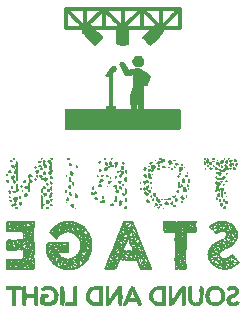
<source format=gbr>
%TF.GenerationSoftware,KiCad,Pcbnew,(5.1.7)-1*%
%TF.CreationDate,2023-02-24T20:45:29+00:00*%
%TF.ProjectId,quizbuzzer,7175697a-6275-47a7-9a65-722e6b696361,V0.1.0*%
%TF.SameCoordinates,Original*%
%TF.FileFunction,Legend,Bot*%
%TF.FilePolarity,Positive*%
%FSLAX46Y46*%
G04 Gerber Fmt 4.6, Leading zero omitted, Abs format (unit mm)*
G04 Created by KiCad (PCBNEW (5.1.7)-1) date 2023-02-24 20:45:29*
%MOMM*%
%LPD*%
G01*
G04 APERTURE LIST*
%ADD10C,0.010000*%
G04 APERTURE END LIST*
D10*
%TO.C,G\u002A\u002A\u002A*%
G36*
X108868367Y-92931677D02*
G01*
X108864064Y-92943373D01*
X108884658Y-92965930D01*
X108902203Y-92968798D01*
X108936038Y-92955069D01*
X108940341Y-92943373D01*
X108919747Y-92920816D01*
X108902203Y-92917948D01*
X108868367Y-92931677D01*
G37*
X108868367Y-92931677D02*
X108864064Y-92943373D01*
X108884658Y-92965930D01*
X108902203Y-92968798D01*
X108936038Y-92955069D01*
X108940341Y-92943373D01*
X108919747Y-92920816D01*
X108902203Y-92917948D01*
X108868367Y-92931677D01*
G36*
X109823096Y-94389349D02*
G01*
X109800420Y-94411229D01*
X109806500Y-94427178D01*
X109860685Y-94452463D01*
X109921334Y-94451929D01*
X109956012Y-94432382D01*
X109970562Y-94403147D01*
X109945260Y-94385050D01*
X109919602Y-94377734D01*
X109868386Y-94375752D01*
X109823096Y-94389349D01*
G37*
X109823096Y-94389349D02*
X109800420Y-94411229D01*
X109806500Y-94427178D01*
X109860685Y-94452463D01*
X109921334Y-94451929D01*
X109956012Y-94432382D01*
X109970562Y-94403147D01*
X109945260Y-94385050D01*
X109919602Y-94377734D01*
X109868386Y-94375752D01*
X109823096Y-94389349D01*
G36*
X123165866Y-91443273D02*
G01*
X123164018Y-91485424D01*
X123172839Y-91498554D01*
X123204008Y-91507679D01*
X123216717Y-91494124D01*
X123218565Y-91451973D01*
X123209744Y-91438842D01*
X123178576Y-91429718D01*
X123165866Y-91443273D01*
G37*
X123165866Y-91443273D02*
X123164018Y-91485424D01*
X123172839Y-91498554D01*
X123204008Y-91507679D01*
X123216717Y-91494124D01*
X123218565Y-91451973D01*
X123209744Y-91438842D01*
X123178576Y-91429718D01*
X123165866Y-91443273D01*
G36*
X106250832Y-94182827D02*
G01*
X106245246Y-94201932D01*
X106250472Y-94235856D01*
X106254845Y-94240070D01*
X106276782Y-94223221D01*
X106296096Y-94201932D01*
X106313823Y-94171857D01*
X106290465Y-94163829D01*
X106286497Y-94163793D01*
X106250832Y-94182827D01*
G37*
X106250832Y-94182827D02*
X106245246Y-94201932D01*
X106250472Y-94235856D01*
X106254845Y-94240070D01*
X106276782Y-94223221D01*
X106296096Y-94201932D01*
X106313823Y-94171857D01*
X106290465Y-94163829D01*
X106286497Y-94163793D01*
X106250832Y-94182827D01*
G36*
X104561201Y-94453234D02*
G01*
X104522549Y-94476132D01*
X104516890Y-94502593D01*
X104520179Y-94506662D01*
X104563399Y-94525264D01*
X104627125Y-94533074D01*
X104681644Y-94527278D01*
X104691196Y-94522845D01*
X104714188Y-94490792D01*
X104695099Y-94461753D01*
X104642329Y-94444841D01*
X104618018Y-94443473D01*
X104561201Y-94453234D01*
G37*
X104561201Y-94453234D02*
X104522549Y-94476132D01*
X104516890Y-94502593D01*
X104520179Y-94506662D01*
X104563399Y-94525264D01*
X104627125Y-94533074D01*
X104681644Y-94527278D01*
X104691196Y-94522845D01*
X104714188Y-94490792D01*
X104695099Y-94461753D01*
X104642329Y-94444841D01*
X104618018Y-94443473D01*
X104561201Y-94453234D01*
G36*
X113998364Y-92583411D02*
G01*
X113989360Y-92634458D01*
X113994391Y-92670050D01*
X114017246Y-92710228D01*
X114045617Y-92702385D01*
X114060046Y-92676406D01*
X114064937Y-92625391D01*
X114049622Y-92579343D01*
X114024824Y-92561992D01*
X113998364Y-92583411D01*
G37*
X113998364Y-92583411D02*
X113989360Y-92634458D01*
X113994391Y-92670050D01*
X114017246Y-92710228D01*
X114045617Y-92702385D01*
X114060046Y-92676406D01*
X114064937Y-92625391D01*
X114049622Y-92579343D01*
X114024824Y-92561992D01*
X113998364Y-92583411D01*
G36*
X114056470Y-92744861D02*
G01*
X114055296Y-92770341D01*
X114066284Y-92801454D01*
X114095658Y-92838441D01*
X114130085Y-92828940D01*
X114139840Y-92816246D01*
X114143154Y-92773600D01*
X114110090Y-92743791D01*
X114087489Y-92739970D01*
X114056470Y-92744861D01*
G37*
X114056470Y-92744861D02*
X114055296Y-92770341D01*
X114066284Y-92801454D01*
X114095658Y-92838441D01*
X114130085Y-92828940D01*
X114139840Y-92816246D01*
X114143154Y-92773600D01*
X114110090Y-92743791D01*
X114087489Y-92739970D01*
X114056470Y-92744861D01*
G36*
X115627846Y-93374604D02*
G01*
X115615900Y-93421843D01*
X115639101Y-93449887D01*
X115652653Y-93451881D01*
X115685262Y-93433361D01*
X115692160Y-93424241D01*
X115691925Y-93384878D01*
X115679889Y-93367246D01*
X115648739Y-93353001D01*
X115627846Y-93374604D01*
G37*
X115627846Y-93374604D02*
X115615900Y-93421843D01*
X115639101Y-93449887D01*
X115652653Y-93451881D01*
X115685262Y-93433361D01*
X115692160Y-93424241D01*
X115691925Y-93384878D01*
X115679889Y-93367246D01*
X115648739Y-93353001D01*
X115627846Y-93374604D01*
G36*
X113550818Y-93485782D02*
G01*
X113554308Y-93500897D01*
X113567768Y-93502732D01*
X113588696Y-93493430D01*
X113584718Y-93485782D01*
X113554544Y-93482739D01*
X113550818Y-93485782D01*
G37*
X113550818Y-93485782D02*
X113554308Y-93500897D01*
X113567768Y-93502732D01*
X113588696Y-93493430D01*
X113584718Y-93485782D01*
X113554544Y-93482739D01*
X113550818Y-93485782D01*
G36*
X115777528Y-93698309D02*
G01*
X115775856Y-93699890D01*
X115770180Y-93727368D01*
X115789970Y-93739787D01*
X115831066Y-93741329D01*
X115842944Y-93732208D01*
X115841526Y-93703038D01*
X115812131Y-93688082D01*
X115777528Y-93698309D01*
G37*
X115777528Y-93698309D02*
X115775856Y-93699890D01*
X115770180Y-93727368D01*
X115789970Y-93739787D01*
X115831066Y-93741329D01*
X115842944Y-93732208D01*
X115841526Y-93703038D01*
X115812131Y-93688082D01*
X115777528Y-93698309D01*
G36*
X113049777Y-72825112D02*
G01*
X112628087Y-72825611D01*
X112216599Y-72826407D01*
X111818361Y-72827501D01*
X111436423Y-72828895D01*
X111073831Y-72830593D01*
X110733633Y-72832596D01*
X110418879Y-72834907D01*
X110132615Y-72837528D01*
X109877891Y-72840461D01*
X109657753Y-72843709D01*
X109475251Y-72847273D01*
X109333432Y-72851157D01*
X109235345Y-72855362D01*
X109184037Y-72859891D01*
X109177835Y-72861483D01*
X109105606Y-72896092D01*
X109098897Y-73732783D01*
X109097138Y-73960972D01*
X109096113Y-74143796D01*
X109096122Y-74286739D01*
X109097464Y-74395285D01*
X109100439Y-74474917D01*
X109105346Y-74531120D01*
X109112485Y-74569377D01*
X109122154Y-74595173D01*
X109134655Y-74613991D01*
X109147823Y-74628696D01*
X109203459Y-74687918D01*
X110643844Y-74687918D01*
X110643844Y-74797556D01*
X110655835Y-74893198D01*
X110685526Y-74991831D01*
X110694193Y-75011405D01*
X110727652Y-75061823D01*
X110789449Y-75137262D01*
X110873967Y-75232153D01*
X110975589Y-75340924D01*
X111088697Y-75458006D01*
X111207676Y-75577829D01*
X111326907Y-75694822D01*
X111440774Y-75803415D01*
X111543660Y-75898039D01*
X111629947Y-75973124D01*
X111694020Y-76023098D01*
X111730260Y-76042392D01*
X111733579Y-76042115D01*
X111765898Y-76019357D01*
X111824527Y-75968003D01*
X111902222Y-75895319D01*
X111991740Y-75808567D01*
X112085837Y-75715014D01*
X112177270Y-75621922D01*
X112258796Y-75536558D01*
X112323171Y-75466184D01*
X112363151Y-75418066D01*
X112372773Y-75401066D01*
X112355709Y-75375130D01*
X112308346Y-75319634D01*
X112236430Y-75240887D01*
X112145707Y-75145198D01*
X112054955Y-75052068D01*
X111952541Y-74947109D01*
X111863848Y-74854067D01*
X111794605Y-74779128D01*
X111750539Y-74728478D01*
X111737137Y-74708878D01*
X111761617Y-74704068D01*
X111831274Y-74699647D01*
X111940434Y-74695744D01*
X112083425Y-74692490D01*
X112254573Y-74690014D01*
X112448206Y-74688447D01*
X112652453Y-74687918D01*
X113567768Y-74687918D01*
X113567768Y-75308761D01*
X113568380Y-75483166D01*
X113570100Y-75641953D01*
X113572752Y-75777625D01*
X113576161Y-75882686D01*
X113580153Y-75949641D01*
X113583201Y-75969822D01*
X113594928Y-75984474D01*
X113621798Y-75995149D01*
X113670730Y-76002443D01*
X113748644Y-76006956D01*
X113862459Y-76009285D01*
X114019094Y-76010028D01*
X114048486Y-76010040D01*
X114233302Y-76008672D01*
X114370680Y-76004427D01*
X114463965Y-75997094D01*
X114516501Y-75986458D01*
X114528849Y-75979529D01*
X114539261Y-75952392D01*
X114547309Y-75891812D01*
X114553164Y-75794079D01*
X114556997Y-75655486D01*
X114558981Y-75472326D01*
X114559360Y-75318468D01*
X114559360Y-74687918D01*
X115474675Y-74687918D01*
X115713014Y-74688561D01*
X115921570Y-74690427D01*
X116096554Y-74693417D01*
X116234176Y-74697432D01*
X116330647Y-74702374D01*
X116382176Y-74708144D01*
X116389990Y-74711690D01*
X116372660Y-74736398D01*
X116324590Y-74790178D01*
X116251667Y-74866823D01*
X116159775Y-74960127D01*
X116072172Y-75046894D01*
X115968676Y-75150296D01*
X115879276Y-75243402D01*
X115809897Y-75319734D01*
X115766460Y-75372812D01*
X115754355Y-75394564D01*
X115771774Y-75424305D01*
X115819252Y-75481265D01*
X115889618Y-75558296D01*
X115975703Y-75648251D01*
X116070337Y-75743984D01*
X116166349Y-75838346D01*
X116256571Y-75924192D01*
X116333832Y-75994373D01*
X116390962Y-76041743D01*
X116420791Y-76059155D01*
X116421063Y-76059149D01*
X116447024Y-76041252D01*
X116503397Y-75991741D01*
X116585113Y-75915429D01*
X116687100Y-75817128D01*
X116804291Y-75701651D01*
X116920359Y-75585204D01*
X117075489Y-75427110D01*
X117198051Y-75298636D01*
X117292140Y-75194162D01*
X117361848Y-75108069D01*
X117411271Y-75034739D01*
X117444503Y-74968551D01*
X117465636Y-74903888D01*
X117478765Y-74835130D01*
X117481480Y-74815045D01*
X117495996Y-74700630D01*
X118206707Y-74693863D01*
X118415560Y-74691738D01*
X118579587Y-74689483D01*
X118704812Y-74686617D01*
X118797260Y-74682655D01*
X118862955Y-74677116D01*
X118907920Y-74669516D01*
X118938181Y-74659373D01*
X118959760Y-74646204D01*
X118975826Y-74632223D01*
X119034235Y-74577352D01*
X119034235Y-73887334D01*
X118779663Y-73887334D01*
X118779094Y-74031226D01*
X118777411Y-74164256D01*
X118774594Y-74277610D01*
X118770627Y-74362473D01*
X118765491Y-74410032D01*
X118763030Y-74416713D01*
X118732989Y-74422288D01*
X118661274Y-74426717D01*
X118557050Y-74430009D01*
X118429481Y-74432171D01*
X118287731Y-74433211D01*
X118140966Y-74433138D01*
X117998348Y-74431958D01*
X117869042Y-74429681D01*
X117762213Y-74426313D01*
X117687025Y-74421863D01*
X117652642Y-74416338D01*
X117651833Y-74415760D01*
X117665096Y-74394822D01*
X117709402Y-74343547D01*
X117715201Y-74337236D01*
X116848207Y-74337236D01*
X116836424Y-74353370D01*
X116808009Y-74357387D01*
X116775135Y-74370676D01*
X116771372Y-74381124D01*
X116763176Y-74395917D01*
X116734821Y-74407313D01*
X116680653Y-74415814D01*
X116595021Y-74421919D01*
X116472272Y-74426131D01*
X116306753Y-74428948D01*
X116221256Y-74429854D01*
X115810979Y-74433663D01*
X115795629Y-74325605D01*
X115790506Y-74264651D01*
X115786580Y-74168817D01*
X115784431Y-74073796D01*
X115555766Y-74073796D01*
X115554576Y-74200685D01*
X115551818Y-74304108D01*
X115547387Y-74374774D01*
X115542077Y-74402392D01*
X115510374Y-74413928D01*
X115437751Y-74422478D01*
X115333421Y-74428173D01*
X115206600Y-74431143D01*
X115066504Y-74431517D01*
X114922346Y-74429427D01*
X114783344Y-74425002D01*
X114658710Y-74418373D01*
X114557661Y-74409670D01*
X114489412Y-74399023D01*
X114463926Y-74387423D01*
X113659296Y-74387423D01*
X113641012Y-74410633D01*
X113640313Y-74411082D01*
X113604418Y-74418109D01*
X113527572Y-74423780D01*
X113419601Y-74428063D01*
X113290328Y-74430930D01*
X113149579Y-74432350D01*
X113007178Y-74432294D01*
X112872951Y-74430732D01*
X112756721Y-74427634D01*
X112668314Y-74422970D01*
X112617555Y-74416711D01*
X112610604Y-74414205D01*
X112597828Y-74382180D01*
X112587337Y-74309872D01*
X112579173Y-74206190D01*
X112573377Y-74080041D01*
X112569989Y-73940334D01*
X112569778Y-73907832D01*
X112345212Y-73907832D01*
X112344092Y-74044548D01*
X112341556Y-74166652D01*
X112337548Y-74264793D01*
X112332013Y-74329622D01*
X112331343Y-74334103D01*
X112315423Y-74433663D01*
X111930935Y-74433383D01*
X111788316Y-74432302D01*
X111656722Y-74429517D01*
X111547869Y-74425406D01*
X111473475Y-74420344D01*
X111456034Y-74418144D01*
X111450565Y-74416585D01*
X110474469Y-74416585D01*
X110444787Y-74421591D01*
X110371916Y-74425432D01*
X110263512Y-74427956D01*
X110127225Y-74429013D01*
X109970710Y-74428451D01*
X109908143Y-74427790D01*
X109359860Y-74420951D01*
X109353017Y-73855235D01*
X109351892Y-73691789D01*
X109352524Y-73546856D01*
X109354747Y-73427649D01*
X109358395Y-73341382D01*
X109363301Y-73295271D01*
X109366062Y-73289519D01*
X109390486Y-73306762D01*
X109444155Y-73354952D01*
X109521846Y-73428781D01*
X109618341Y-73522938D01*
X109728416Y-73632116D01*
X109846852Y-73751005D01*
X109968428Y-73874297D01*
X110087922Y-73996682D01*
X110200113Y-74112853D01*
X110299781Y-74217499D01*
X110381704Y-74305313D01*
X110440661Y-74370985D01*
X110471432Y-74409206D01*
X110474469Y-74416585D01*
X111450565Y-74416585D01*
X111377004Y-74395619D01*
X111310836Y-74361839D01*
X111309163Y-74360599D01*
X111252705Y-74318012D01*
X111361438Y-74211112D01*
X111434762Y-74140043D01*
X111505456Y-74073157D01*
X111540090Y-74041323D01*
X111586095Y-73993324D01*
X111609327Y-73956127D01*
X111610010Y-73951794D01*
X111629653Y-73926372D01*
X111638000Y-73925155D01*
X111664360Y-73908085D01*
X111720217Y-73860719D01*
X111799213Y-73788823D01*
X111894994Y-73698161D01*
X111986466Y-73609064D01*
X112090748Y-73507785D01*
X112182930Y-73421242D01*
X112256899Y-73354931D01*
X112306543Y-73314351D01*
X112325272Y-73304302D01*
X112331493Y-73332333D01*
X112336629Y-73401854D01*
X112340624Y-73503515D01*
X112343423Y-73627965D01*
X112344970Y-73765854D01*
X112345212Y-73907832D01*
X112569778Y-73907832D01*
X112569050Y-73795975D01*
X112570601Y-73655873D01*
X112574684Y-73528935D01*
X112581339Y-73424069D01*
X112590607Y-73350184D01*
X112602529Y-73316187D01*
X112605549Y-73314945D01*
X112639426Y-73332612D01*
X112704216Y-73386024D01*
X112800580Y-73475793D01*
X112929174Y-73602533D01*
X113090657Y-73766858D01*
X113093179Y-73769453D01*
X113196652Y-73874752D01*
X113312393Y-73990668D01*
X113419975Y-74096790D01*
X113449407Y-74125409D01*
X113551392Y-74226851D01*
X113618015Y-74300813D01*
X113652807Y-74352576D01*
X113659296Y-74387423D01*
X114463926Y-74387423D01*
X114463323Y-74387149D01*
X114475778Y-74356582D01*
X114518159Y-74299591D01*
X114583522Y-74224773D01*
X114651913Y-74153634D01*
X114739063Y-74066376D01*
X114850858Y-73954199D01*
X114976151Y-73828302D01*
X115103792Y-73699887D01*
X115181205Y-73621914D01*
X115286328Y-73517920D01*
X115379616Y-73429308D01*
X115455166Y-73361391D01*
X115507072Y-73319480D01*
X115529334Y-73308782D01*
X115536077Y-73339845D01*
X115542012Y-73412465D01*
X115547030Y-73517352D01*
X115551022Y-73645218D01*
X115553881Y-73786773D01*
X115555499Y-73932729D01*
X115555766Y-74073796D01*
X115784431Y-74073796D01*
X115783842Y-74047781D01*
X115782285Y-73911218D01*
X115781901Y-73768807D01*
X115782681Y-73630225D01*
X115784619Y-73505147D01*
X115787705Y-73403252D01*
X115791932Y-73334216D01*
X115796461Y-73308523D01*
X115808867Y-73307042D01*
X115836515Y-73322987D01*
X115882319Y-73359001D01*
X115949195Y-73417728D01*
X116040057Y-73501809D01*
X116157820Y-73613889D01*
X116305399Y-73756610D01*
X116485707Y-73932615D01*
X116497925Y-73944581D01*
X116631810Y-74077049D01*
X116731000Y-74178847D01*
X116798276Y-74253676D01*
X116836418Y-74305239D01*
X116848207Y-74337236D01*
X117715201Y-74337236D01*
X117779524Y-74267239D01*
X117870241Y-74171205D01*
X117976326Y-74060751D01*
X118092555Y-73941185D01*
X118213705Y-73817811D01*
X118334550Y-73695937D01*
X118449866Y-73580869D01*
X118554430Y-73477913D01*
X118643015Y-73392375D01*
X118710399Y-73329561D01*
X118751356Y-73294779D01*
X118760694Y-73289519D01*
X118766429Y-73313471D01*
X118771159Y-73379449D01*
X118774865Y-73478639D01*
X118777530Y-73602226D01*
X118779136Y-73741396D01*
X118779663Y-73887334D01*
X119034235Y-73887334D01*
X119034235Y-73073403D01*
X118585984Y-73073403D01*
X118516849Y-73149679D01*
X118481115Y-73187635D01*
X118415095Y-73256326D01*
X118324156Y-73350225D01*
X118213662Y-73463807D01*
X118088981Y-73591547D01*
X117955477Y-73727917D01*
X117946430Y-73737144D01*
X117790359Y-73895218D01*
X117666155Y-74018438D01*
X117571124Y-74109255D01*
X117502575Y-74170117D01*
X117457815Y-74203474D01*
X117434153Y-74211776D01*
X117429473Y-74207514D01*
X117424934Y-74170745D01*
X117421193Y-74091293D01*
X117418430Y-73977325D01*
X117416824Y-73837004D01*
X117416554Y-73678496D01*
X117416761Y-73628566D01*
X117418332Y-73468162D01*
X117421045Y-73325353D01*
X117424646Y-73207822D01*
X117428880Y-73123251D01*
X117433493Y-73079325D01*
X117435048Y-73075066D01*
X117463845Y-73070915D01*
X117536022Y-73067798D01*
X117644115Y-73065823D01*
X117780663Y-73065101D01*
X117938201Y-73065739D01*
X118018180Y-73066550D01*
X118585984Y-73073403D01*
X119034235Y-73073403D01*
X119034235Y-73060690D01*
X117152753Y-73060690D01*
X117152753Y-74250425D01*
X116762158Y-73852605D01*
X116633646Y-73721541D01*
X116504291Y-73589308D01*
X116382893Y-73464923D01*
X116278251Y-73357403D01*
X116199162Y-73275764D01*
X116190086Y-73266349D01*
X116114709Y-73187299D01*
X116054631Y-73122805D01*
X116017273Y-73080923D01*
X116008609Y-73069302D01*
X116032838Y-73066827D01*
X116100742Y-73064630D01*
X116205144Y-73062819D01*
X116338868Y-73061502D01*
X116450203Y-73060992D01*
X115385686Y-73060992D01*
X114799781Y-73645626D01*
X114657892Y-73786676D01*
X114527299Y-73915482D01*
X114412375Y-74027807D01*
X114317496Y-74119416D01*
X114247036Y-74186074D01*
X114205371Y-74223544D01*
X114195927Y-74230260D01*
X114190822Y-74206018D01*
X114186282Y-74138024D01*
X114182524Y-74033375D01*
X114179766Y-73899170D01*
X114178227Y-73742504D01*
X114177978Y-73645475D01*
X114177978Y-73257030D01*
X113962393Y-73257030D01*
X113961672Y-73358064D01*
X113961479Y-73365795D01*
X113959224Y-73467687D01*
X113956823Y-73602563D01*
X113954568Y-73752559D01*
X113952813Y-73894268D01*
X113950880Y-74030567D01*
X113947812Y-74123341D01*
X113942482Y-74179913D01*
X113933763Y-74207608D01*
X113920529Y-74213750D01*
X113904655Y-74207367D01*
X113876041Y-74183599D01*
X113816589Y-74128283D01*
X113731125Y-74046116D01*
X113624475Y-73941796D01*
X113501466Y-73820021D01*
X113366924Y-73685489D01*
X113319870Y-73638141D01*
X113184672Y-73501353D01*
X113061847Y-73376075D01*
X112955782Y-73266862D01*
X112870864Y-73178270D01*
X112811481Y-73114852D01*
X112782019Y-73081166D01*
X112779580Y-73077143D01*
X112803819Y-73072453D01*
X112871794Y-73068284D01*
X112976390Y-73064836D01*
X113110492Y-73062310D01*
X113266987Y-73060909D01*
X113361608Y-73060690D01*
X112128033Y-73060690D01*
X112053356Y-73142816D01*
X111970030Y-73232746D01*
X111868335Y-73339808D01*
X111753539Y-73458725D01*
X111630907Y-73584222D01*
X111505705Y-73711026D01*
X111383200Y-73833860D01*
X111268656Y-73947450D01*
X111167341Y-74046520D01*
X111084520Y-74125796D01*
X111025460Y-74180003D01*
X110995425Y-74203865D01*
X110993444Y-74204533D01*
X110987963Y-74180394D01*
X110983099Y-74112576D01*
X110979089Y-74008250D01*
X110976174Y-73874588D01*
X110975794Y-73837112D01*
X110709897Y-73837112D01*
X110709177Y-73968582D01*
X110707421Y-74078584D01*
X110704557Y-74158077D01*
X110701114Y-74195354D01*
X110692672Y-74208079D01*
X110672357Y-74203731D01*
X110636123Y-74178863D01*
X110579923Y-74130025D01*
X110499714Y-74053770D01*
X110391448Y-73946648D01*
X110292272Y-73846875D01*
X110163193Y-73715933D01*
X110034267Y-73584181D01*
X109913997Y-73460377D01*
X109810883Y-73353278D01*
X109733426Y-73271643D01*
X109721498Y-73258858D01*
X109549202Y-73073403D01*
X110112977Y-73066550D01*
X110277263Y-73065224D01*
X110424082Y-73065316D01*
X110545943Y-73066719D01*
X110635353Y-73069321D01*
X110684821Y-73073014D01*
X110692080Y-73075026D01*
X110696564Y-73103667D01*
X110700524Y-73174116D01*
X110703885Y-73277335D01*
X110706577Y-73404284D01*
X110708524Y-73545923D01*
X110709655Y-73693212D01*
X110709897Y-73837112D01*
X110975794Y-73837112D01*
X110974591Y-73718759D01*
X110974375Y-73632762D01*
X110974375Y-73060690D01*
X112128033Y-73060690D01*
X113361608Y-73060690D01*
X113943637Y-73060690D01*
X113955060Y-73117898D01*
X113960034Y-73171009D01*
X113962393Y-73257030D01*
X114177978Y-73257030D01*
X114177978Y-73060690D01*
X115385686Y-73060992D01*
X116450203Y-73060992D01*
X116494738Y-73060788D01*
X116580681Y-73060690D01*
X117152753Y-73060690D01*
X119034235Y-73060690D01*
X119034235Y-72905543D01*
X118946406Y-72868846D01*
X118910005Y-72864154D01*
X118825893Y-72859715D01*
X118697118Y-72855530D01*
X118526728Y-72851603D01*
X118317771Y-72847935D01*
X118073295Y-72844529D01*
X117796349Y-72841387D01*
X117489979Y-72838511D01*
X117157236Y-72835904D01*
X116801166Y-72833568D01*
X116424817Y-72831505D01*
X116031238Y-72829717D01*
X115623477Y-72828208D01*
X115204582Y-72826978D01*
X114777601Y-72826031D01*
X114345582Y-72825368D01*
X113911572Y-72824993D01*
X113478622Y-72824907D01*
X113049777Y-72825112D01*
G37*
X113049777Y-72825112D02*
X112628087Y-72825611D01*
X112216599Y-72826407D01*
X111818361Y-72827501D01*
X111436423Y-72828895D01*
X111073831Y-72830593D01*
X110733633Y-72832596D01*
X110418879Y-72834907D01*
X110132615Y-72837528D01*
X109877891Y-72840461D01*
X109657753Y-72843709D01*
X109475251Y-72847273D01*
X109333432Y-72851157D01*
X109235345Y-72855362D01*
X109184037Y-72859891D01*
X109177835Y-72861483D01*
X109105606Y-72896092D01*
X109098897Y-73732783D01*
X109097138Y-73960972D01*
X109096113Y-74143796D01*
X109096122Y-74286739D01*
X109097464Y-74395285D01*
X109100439Y-74474917D01*
X109105346Y-74531120D01*
X109112485Y-74569377D01*
X109122154Y-74595173D01*
X109134655Y-74613991D01*
X109147823Y-74628696D01*
X109203459Y-74687918D01*
X110643844Y-74687918D01*
X110643844Y-74797556D01*
X110655835Y-74893198D01*
X110685526Y-74991831D01*
X110694193Y-75011405D01*
X110727652Y-75061823D01*
X110789449Y-75137262D01*
X110873967Y-75232153D01*
X110975589Y-75340924D01*
X111088697Y-75458006D01*
X111207676Y-75577829D01*
X111326907Y-75694822D01*
X111440774Y-75803415D01*
X111543660Y-75898039D01*
X111629947Y-75973124D01*
X111694020Y-76023098D01*
X111730260Y-76042392D01*
X111733579Y-76042115D01*
X111765898Y-76019357D01*
X111824527Y-75968003D01*
X111902222Y-75895319D01*
X111991740Y-75808567D01*
X112085837Y-75715014D01*
X112177270Y-75621922D01*
X112258796Y-75536558D01*
X112323171Y-75466184D01*
X112363151Y-75418066D01*
X112372773Y-75401066D01*
X112355709Y-75375130D01*
X112308346Y-75319634D01*
X112236430Y-75240887D01*
X112145707Y-75145198D01*
X112054955Y-75052068D01*
X111952541Y-74947109D01*
X111863848Y-74854067D01*
X111794605Y-74779128D01*
X111750539Y-74728478D01*
X111737137Y-74708878D01*
X111761617Y-74704068D01*
X111831274Y-74699647D01*
X111940434Y-74695744D01*
X112083425Y-74692490D01*
X112254573Y-74690014D01*
X112448206Y-74688447D01*
X112652453Y-74687918D01*
X113567768Y-74687918D01*
X113567768Y-75308761D01*
X113568380Y-75483166D01*
X113570100Y-75641953D01*
X113572752Y-75777625D01*
X113576161Y-75882686D01*
X113580153Y-75949641D01*
X113583201Y-75969822D01*
X113594928Y-75984474D01*
X113621798Y-75995149D01*
X113670730Y-76002443D01*
X113748644Y-76006956D01*
X113862459Y-76009285D01*
X114019094Y-76010028D01*
X114048486Y-76010040D01*
X114233302Y-76008672D01*
X114370680Y-76004427D01*
X114463965Y-75997094D01*
X114516501Y-75986458D01*
X114528849Y-75979529D01*
X114539261Y-75952392D01*
X114547309Y-75891812D01*
X114553164Y-75794079D01*
X114556997Y-75655486D01*
X114558981Y-75472326D01*
X114559360Y-75318468D01*
X114559360Y-74687918D01*
X115474675Y-74687918D01*
X115713014Y-74688561D01*
X115921570Y-74690427D01*
X116096554Y-74693417D01*
X116234176Y-74697432D01*
X116330647Y-74702374D01*
X116382176Y-74708144D01*
X116389990Y-74711690D01*
X116372660Y-74736398D01*
X116324590Y-74790178D01*
X116251667Y-74866823D01*
X116159775Y-74960127D01*
X116072172Y-75046894D01*
X115968676Y-75150296D01*
X115879276Y-75243402D01*
X115809897Y-75319734D01*
X115766460Y-75372812D01*
X115754355Y-75394564D01*
X115771774Y-75424305D01*
X115819252Y-75481265D01*
X115889618Y-75558296D01*
X115975703Y-75648251D01*
X116070337Y-75743984D01*
X116166349Y-75838346D01*
X116256571Y-75924192D01*
X116333832Y-75994373D01*
X116390962Y-76041743D01*
X116420791Y-76059155D01*
X116421063Y-76059149D01*
X116447024Y-76041252D01*
X116503397Y-75991741D01*
X116585113Y-75915429D01*
X116687100Y-75817128D01*
X116804291Y-75701651D01*
X116920359Y-75585204D01*
X117075489Y-75427110D01*
X117198051Y-75298636D01*
X117292140Y-75194162D01*
X117361848Y-75108069D01*
X117411271Y-75034739D01*
X117444503Y-74968551D01*
X117465636Y-74903888D01*
X117478765Y-74835130D01*
X117481480Y-74815045D01*
X117495996Y-74700630D01*
X118206707Y-74693863D01*
X118415560Y-74691738D01*
X118579587Y-74689483D01*
X118704812Y-74686617D01*
X118797260Y-74682655D01*
X118862955Y-74677116D01*
X118907920Y-74669516D01*
X118938181Y-74659373D01*
X118959760Y-74646204D01*
X118975826Y-74632223D01*
X119034235Y-74577352D01*
X119034235Y-73887334D01*
X118779663Y-73887334D01*
X118779094Y-74031226D01*
X118777411Y-74164256D01*
X118774594Y-74277610D01*
X118770627Y-74362473D01*
X118765491Y-74410032D01*
X118763030Y-74416713D01*
X118732989Y-74422288D01*
X118661274Y-74426717D01*
X118557050Y-74430009D01*
X118429481Y-74432171D01*
X118287731Y-74433211D01*
X118140966Y-74433138D01*
X117998348Y-74431958D01*
X117869042Y-74429681D01*
X117762213Y-74426313D01*
X117687025Y-74421863D01*
X117652642Y-74416338D01*
X117651833Y-74415760D01*
X117665096Y-74394822D01*
X117709402Y-74343547D01*
X117715201Y-74337236D01*
X116848207Y-74337236D01*
X116836424Y-74353370D01*
X116808009Y-74357387D01*
X116775135Y-74370676D01*
X116771372Y-74381124D01*
X116763176Y-74395917D01*
X116734821Y-74407313D01*
X116680653Y-74415814D01*
X116595021Y-74421919D01*
X116472272Y-74426131D01*
X116306753Y-74428948D01*
X116221256Y-74429854D01*
X115810979Y-74433663D01*
X115795629Y-74325605D01*
X115790506Y-74264651D01*
X115786580Y-74168817D01*
X115784431Y-74073796D01*
X115555766Y-74073796D01*
X115554576Y-74200685D01*
X115551818Y-74304108D01*
X115547387Y-74374774D01*
X115542077Y-74402392D01*
X115510374Y-74413928D01*
X115437751Y-74422478D01*
X115333421Y-74428173D01*
X115206600Y-74431143D01*
X115066504Y-74431517D01*
X114922346Y-74429427D01*
X114783344Y-74425002D01*
X114658710Y-74418373D01*
X114557661Y-74409670D01*
X114489412Y-74399023D01*
X114463926Y-74387423D01*
X113659296Y-74387423D01*
X113641012Y-74410633D01*
X113640313Y-74411082D01*
X113604418Y-74418109D01*
X113527572Y-74423780D01*
X113419601Y-74428063D01*
X113290328Y-74430930D01*
X113149579Y-74432350D01*
X113007178Y-74432294D01*
X112872951Y-74430732D01*
X112756721Y-74427634D01*
X112668314Y-74422970D01*
X112617555Y-74416711D01*
X112610604Y-74414205D01*
X112597828Y-74382180D01*
X112587337Y-74309872D01*
X112579173Y-74206190D01*
X112573377Y-74080041D01*
X112569989Y-73940334D01*
X112569778Y-73907832D01*
X112345212Y-73907832D01*
X112344092Y-74044548D01*
X112341556Y-74166652D01*
X112337548Y-74264793D01*
X112332013Y-74329622D01*
X112331343Y-74334103D01*
X112315423Y-74433663D01*
X111930935Y-74433383D01*
X111788316Y-74432302D01*
X111656722Y-74429517D01*
X111547869Y-74425406D01*
X111473475Y-74420344D01*
X111456034Y-74418144D01*
X111450565Y-74416585D01*
X110474469Y-74416585D01*
X110444787Y-74421591D01*
X110371916Y-74425432D01*
X110263512Y-74427956D01*
X110127225Y-74429013D01*
X109970710Y-74428451D01*
X109908143Y-74427790D01*
X109359860Y-74420951D01*
X109353017Y-73855235D01*
X109351892Y-73691789D01*
X109352524Y-73546856D01*
X109354747Y-73427649D01*
X109358395Y-73341382D01*
X109363301Y-73295271D01*
X109366062Y-73289519D01*
X109390486Y-73306762D01*
X109444155Y-73354952D01*
X109521846Y-73428781D01*
X109618341Y-73522938D01*
X109728416Y-73632116D01*
X109846852Y-73751005D01*
X109968428Y-73874297D01*
X110087922Y-73996682D01*
X110200113Y-74112853D01*
X110299781Y-74217499D01*
X110381704Y-74305313D01*
X110440661Y-74370985D01*
X110471432Y-74409206D01*
X110474469Y-74416585D01*
X111450565Y-74416585D01*
X111377004Y-74395619D01*
X111310836Y-74361839D01*
X111309163Y-74360599D01*
X111252705Y-74318012D01*
X111361438Y-74211112D01*
X111434762Y-74140043D01*
X111505456Y-74073157D01*
X111540090Y-74041323D01*
X111586095Y-73993324D01*
X111609327Y-73956127D01*
X111610010Y-73951794D01*
X111629653Y-73926372D01*
X111638000Y-73925155D01*
X111664360Y-73908085D01*
X111720217Y-73860719D01*
X111799213Y-73788823D01*
X111894994Y-73698161D01*
X111986466Y-73609064D01*
X112090748Y-73507785D01*
X112182930Y-73421242D01*
X112256899Y-73354931D01*
X112306543Y-73314351D01*
X112325272Y-73304302D01*
X112331493Y-73332333D01*
X112336629Y-73401854D01*
X112340624Y-73503515D01*
X112343423Y-73627965D01*
X112344970Y-73765854D01*
X112345212Y-73907832D01*
X112569778Y-73907832D01*
X112569050Y-73795975D01*
X112570601Y-73655873D01*
X112574684Y-73528935D01*
X112581339Y-73424069D01*
X112590607Y-73350184D01*
X112602529Y-73316187D01*
X112605549Y-73314945D01*
X112639426Y-73332612D01*
X112704216Y-73386024D01*
X112800580Y-73475793D01*
X112929174Y-73602533D01*
X113090657Y-73766858D01*
X113093179Y-73769453D01*
X113196652Y-73874752D01*
X113312393Y-73990668D01*
X113419975Y-74096790D01*
X113449407Y-74125409D01*
X113551392Y-74226851D01*
X113618015Y-74300813D01*
X113652807Y-74352576D01*
X113659296Y-74387423D01*
X114463926Y-74387423D01*
X114463323Y-74387149D01*
X114475778Y-74356582D01*
X114518159Y-74299591D01*
X114583522Y-74224773D01*
X114651913Y-74153634D01*
X114739063Y-74066376D01*
X114850858Y-73954199D01*
X114976151Y-73828302D01*
X115103792Y-73699887D01*
X115181205Y-73621914D01*
X115286328Y-73517920D01*
X115379616Y-73429308D01*
X115455166Y-73361391D01*
X115507072Y-73319480D01*
X115529334Y-73308782D01*
X115536077Y-73339845D01*
X115542012Y-73412465D01*
X115547030Y-73517352D01*
X115551022Y-73645218D01*
X115553881Y-73786773D01*
X115555499Y-73932729D01*
X115555766Y-74073796D01*
X115784431Y-74073796D01*
X115783842Y-74047781D01*
X115782285Y-73911218D01*
X115781901Y-73768807D01*
X115782681Y-73630225D01*
X115784619Y-73505147D01*
X115787705Y-73403252D01*
X115791932Y-73334216D01*
X115796461Y-73308523D01*
X115808867Y-73307042D01*
X115836515Y-73322987D01*
X115882319Y-73359001D01*
X115949195Y-73417728D01*
X116040057Y-73501809D01*
X116157820Y-73613889D01*
X116305399Y-73756610D01*
X116485707Y-73932615D01*
X116497925Y-73944581D01*
X116631810Y-74077049D01*
X116731000Y-74178847D01*
X116798276Y-74253676D01*
X116836418Y-74305239D01*
X116848207Y-74337236D01*
X117715201Y-74337236D01*
X117779524Y-74267239D01*
X117870241Y-74171205D01*
X117976326Y-74060751D01*
X118092555Y-73941185D01*
X118213705Y-73817811D01*
X118334550Y-73695937D01*
X118449866Y-73580869D01*
X118554430Y-73477913D01*
X118643015Y-73392375D01*
X118710399Y-73329561D01*
X118751356Y-73294779D01*
X118760694Y-73289519D01*
X118766429Y-73313471D01*
X118771159Y-73379449D01*
X118774865Y-73478639D01*
X118777530Y-73602226D01*
X118779136Y-73741396D01*
X118779663Y-73887334D01*
X119034235Y-73887334D01*
X119034235Y-73073403D01*
X118585984Y-73073403D01*
X118516849Y-73149679D01*
X118481115Y-73187635D01*
X118415095Y-73256326D01*
X118324156Y-73350225D01*
X118213662Y-73463807D01*
X118088981Y-73591547D01*
X117955477Y-73727917D01*
X117946430Y-73737144D01*
X117790359Y-73895218D01*
X117666155Y-74018438D01*
X117571124Y-74109255D01*
X117502575Y-74170117D01*
X117457815Y-74203474D01*
X117434153Y-74211776D01*
X117429473Y-74207514D01*
X117424934Y-74170745D01*
X117421193Y-74091293D01*
X117418430Y-73977325D01*
X117416824Y-73837004D01*
X117416554Y-73678496D01*
X117416761Y-73628566D01*
X117418332Y-73468162D01*
X117421045Y-73325353D01*
X117424646Y-73207822D01*
X117428880Y-73123251D01*
X117433493Y-73079325D01*
X117435048Y-73075066D01*
X117463845Y-73070915D01*
X117536022Y-73067798D01*
X117644115Y-73065823D01*
X117780663Y-73065101D01*
X117938201Y-73065739D01*
X118018180Y-73066550D01*
X118585984Y-73073403D01*
X119034235Y-73073403D01*
X119034235Y-73060690D01*
X117152753Y-73060690D01*
X117152753Y-74250425D01*
X116762158Y-73852605D01*
X116633646Y-73721541D01*
X116504291Y-73589308D01*
X116382893Y-73464923D01*
X116278251Y-73357403D01*
X116199162Y-73275764D01*
X116190086Y-73266349D01*
X116114709Y-73187299D01*
X116054631Y-73122805D01*
X116017273Y-73080923D01*
X116008609Y-73069302D01*
X116032838Y-73066827D01*
X116100742Y-73064630D01*
X116205144Y-73062819D01*
X116338868Y-73061502D01*
X116450203Y-73060992D01*
X115385686Y-73060992D01*
X114799781Y-73645626D01*
X114657892Y-73786676D01*
X114527299Y-73915482D01*
X114412375Y-74027807D01*
X114317496Y-74119416D01*
X114247036Y-74186074D01*
X114205371Y-74223544D01*
X114195927Y-74230260D01*
X114190822Y-74206018D01*
X114186282Y-74138024D01*
X114182524Y-74033375D01*
X114179766Y-73899170D01*
X114178227Y-73742504D01*
X114177978Y-73645475D01*
X114177978Y-73257030D01*
X113962393Y-73257030D01*
X113961672Y-73358064D01*
X113961479Y-73365795D01*
X113959224Y-73467687D01*
X113956823Y-73602563D01*
X113954568Y-73752559D01*
X113952813Y-73894268D01*
X113950880Y-74030567D01*
X113947812Y-74123341D01*
X113942482Y-74179913D01*
X113933763Y-74207608D01*
X113920529Y-74213750D01*
X113904655Y-74207367D01*
X113876041Y-74183599D01*
X113816589Y-74128283D01*
X113731125Y-74046116D01*
X113624475Y-73941796D01*
X113501466Y-73820021D01*
X113366924Y-73685489D01*
X113319870Y-73638141D01*
X113184672Y-73501353D01*
X113061847Y-73376075D01*
X112955782Y-73266862D01*
X112870864Y-73178270D01*
X112811481Y-73114852D01*
X112782019Y-73081166D01*
X112779580Y-73077143D01*
X112803819Y-73072453D01*
X112871794Y-73068284D01*
X112976390Y-73064836D01*
X113110492Y-73062310D01*
X113266987Y-73060909D01*
X113361608Y-73060690D01*
X112128033Y-73060690D01*
X112053356Y-73142816D01*
X111970030Y-73232746D01*
X111868335Y-73339808D01*
X111753539Y-73458725D01*
X111630907Y-73584222D01*
X111505705Y-73711026D01*
X111383200Y-73833860D01*
X111268656Y-73947450D01*
X111167341Y-74046520D01*
X111084520Y-74125796D01*
X111025460Y-74180003D01*
X110995425Y-74203865D01*
X110993444Y-74204533D01*
X110987963Y-74180394D01*
X110983099Y-74112576D01*
X110979089Y-74008250D01*
X110976174Y-73874588D01*
X110975794Y-73837112D01*
X110709897Y-73837112D01*
X110709177Y-73968582D01*
X110707421Y-74078584D01*
X110704557Y-74158077D01*
X110701114Y-74195354D01*
X110692672Y-74208079D01*
X110672357Y-74203731D01*
X110636123Y-74178863D01*
X110579923Y-74130025D01*
X110499714Y-74053770D01*
X110391448Y-73946648D01*
X110292272Y-73846875D01*
X110163193Y-73715933D01*
X110034267Y-73584181D01*
X109913997Y-73460377D01*
X109810883Y-73353278D01*
X109733426Y-73271643D01*
X109721498Y-73258858D01*
X109549202Y-73073403D01*
X110112977Y-73066550D01*
X110277263Y-73065224D01*
X110424082Y-73065316D01*
X110545943Y-73066719D01*
X110635353Y-73069321D01*
X110684821Y-73073014D01*
X110692080Y-73075026D01*
X110696564Y-73103667D01*
X110700524Y-73174116D01*
X110703885Y-73277335D01*
X110706577Y-73404284D01*
X110708524Y-73545923D01*
X110709655Y-73693212D01*
X110709897Y-73837112D01*
X110975794Y-73837112D01*
X110974591Y-73718759D01*
X110974375Y-73632762D01*
X110974375Y-73060690D01*
X112128033Y-73060690D01*
X113361608Y-73060690D01*
X113943637Y-73060690D01*
X113955060Y-73117898D01*
X113960034Y-73171009D01*
X113962393Y-73257030D01*
X114177978Y-73257030D01*
X114177978Y-73060690D01*
X115385686Y-73060992D01*
X116450203Y-73060992D01*
X116494738Y-73060788D01*
X116580681Y-73060690D01*
X117152753Y-73060690D01*
X119034235Y-73060690D01*
X119034235Y-72905543D01*
X118946406Y-72868846D01*
X118910005Y-72864154D01*
X118825893Y-72859715D01*
X118697118Y-72855530D01*
X118526728Y-72851603D01*
X118317771Y-72847935D01*
X118073295Y-72844529D01*
X117796349Y-72841387D01*
X117489979Y-72838511D01*
X117157236Y-72835904D01*
X116801166Y-72833568D01*
X116424817Y-72831505D01*
X116031238Y-72829717D01*
X115623477Y-72828208D01*
X115204582Y-72826978D01*
X114777601Y-72826031D01*
X114345582Y-72825368D01*
X113911572Y-72824993D01*
X113478622Y-72824907D01*
X113049777Y-72825112D01*
G36*
X115281327Y-76977183D02*
G01*
X115213620Y-76983169D01*
X115166514Y-76998743D01*
X115124886Y-77028487D01*
X115083389Y-77067480D01*
X115025042Y-77135791D01*
X114983960Y-77205231D01*
X114974503Y-77233274D01*
X114957035Y-77290957D01*
X114937457Y-77321479D01*
X114922406Y-77353845D01*
X114915383Y-77414386D01*
X114915316Y-77421151D01*
X114921254Y-77483274D01*
X114935726Y-77519491D01*
X114937457Y-77520823D01*
X114958740Y-77553522D01*
X114975291Y-77604956D01*
X115023689Y-77712199D01*
X115112214Y-77793518D01*
X115235455Y-77845614D01*
X115387997Y-77865186D01*
X115402322Y-77865243D01*
X115498036Y-77861525D01*
X115563739Y-77847389D01*
X115620104Y-77816500D01*
X115658856Y-77786624D01*
X115733027Y-77707359D01*
X115797351Y-77605854D01*
X115841670Y-77500993D01*
X115856056Y-77420027D01*
X115839147Y-77330826D01*
X115794730Y-77225797D01*
X115732276Y-77124018D01*
X115676802Y-77058838D01*
X115632044Y-77017874D01*
X115591503Y-76993319D01*
X115540378Y-76980984D01*
X115463867Y-76976681D01*
X115384760Y-76976206D01*
X115281327Y-76977183D01*
G37*
X115281327Y-76977183D02*
X115213620Y-76983169D01*
X115166514Y-76998743D01*
X115124886Y-77028487D01*
X115083389Y-77067480D01*
X115025042Y-77135791D01*
X114983960Y-77205231D01*
X114974503Y-77233274D01*
X114957035Y-77290957D01*
X114937457Y-77321479D01*
X114922406Y-77353845D01*
X114915383Y-77414386D01*
X114915316Y-77421151D01*
X114921254Y-77483274D01*
X114935726Y-77519491D01*
X114937457Y-77520823D01*
X114958740Y-77553522D01*
X114975291Y-77604956D01*
X115023689Y-77712199D01*
X115112214Y-77793518D01*
X115235455Y-77845614D01*
X115387997Y-77865186D01*
X115402322Y-77865243D01*
X115498036Y-77861525D01*
X115563739Y-77847389D01*
X115620104Y-77816500D01*
X115658856Y-77786624D01*
X115733027Y-77707359D01*
X115797351Y-77605854D01*
X115841670Y-77500993D01*
X115856056Y-77420027D01*
X115839147Y-77330826D01*
X115794730Y-77225797D01*
X115732276Y-77124018D01*
X115676802Y-77058838D01*
X115632044Y-77017874D01*
X115591503Y-76993319D01*
X115540378Y-76980984D01*
X115463867Y-76976681D01*
X115384760Y-76976206D01*
X115281327Y-76977183D01*
G36*
X113998963Y-77470122D02*
G01*
X113912465Y-77512651D01*
X113845455Y-77566158D01*
X113822022Y-77618697D01*
X113832855Y-77657156D01*
X113862148Y-77729906D01*
X113905096Y-77826994D01*
X113956895Y-77938464D01*
X114012737Y-78054364D01*
X114067818Y-78164739D01*
X114117332Y-78259636D01*
X114156474Y-78329100D01*
X114180437Y-78363178D01*
X114182038Y-78364401D01*
X114201393Y-78398514D01*
X114203404Y-78415950D01*
X114222351Y-78468754D01*
X114270930Y-78523620D01*
X114336748Y-78573045D01*
X114407414Y-78609525D01*
X114470533Y-78625558D01*
X114513714Y-78613640D01*
X114518999Y-78607030D01*
X114549578Y-78593502D01*
X114615761Y-78580045D01*
X114691490Y-78570784D01*
X114775616Y-78559255D01*
X114836619Y-78543561D01*
X114859597Y-78529049D01*
X114889245Y-78505760D01*
X114914397Y-78501731D01*
X114935512Y-78507432D01*
X114950298Y-78530414D01*
X114960830Y-78579495D01*
X114969183Y-78663494D01*
X114975727Y-78762342D01*
X114988735Y-79017213D01*
X114994090Y-79226226D01*
X114991550Y-79393830D01*
X114980871Y-79524475D01*
X114961813Y-79622610D01*
X114934132Y-79692684D01*
X114924220Y-79708740D01*
X114899627Y-79770001D01*
X114889890Y-79842223D01*
X114883410Y-79898760D01*
X114867607Y-79925276D01*
X114865617Y-79925555D01*
X114845909Y-79947878D01*
X114827335Y-80003271D01*
X114823643Y-80020901D01*
X114801360Y-80101514D01*
X114770820Y-80170015D01*
X114767873Y-80174739D01*
X114756569Y-80203436D01*
X114748339Y-80252744D01*
X114743194Y-80326664D01*
X114741144Y-80429198D01*
X114742199Y-80564347D01*
X114746369Y-80736113D01*
X114753666Y-80948496D01*
X114764099Y-81205498D01*
X114770945Y-81362092D01*
X114775476Y-81463793D01*
X113478779Y-81463793D01*
X113466066Y-81336666D01*
X113455514Y-81260172D01*
X113438630Y-81220920D01*
X113407678Y-81205324D01*
X113389790Y-81202682D01*
X113317363Y-81193461D01*
X113243594Y-81182461D01*
X113160961Y-81169097D01*
X113160961Y-79809094D01*
X113161091Y-79508144D01*
X113161561Y-79253922D01*
X113162488Y-79042306D01*
X113163993Y-78869174D01*
X113166194Y-78730403D01*
X113169211Y-78621873D01*
X113173162Y-78539459D01*
X113178166Y-78479040D01*
X113184342Y-78436495D01*
X113191809Y-78407700D01*
X113200686Y-78388534D01*
X113202024Y-78386422D01*
X113242633Y-78341134D01*
X113278300Y-78323753D01*
X113310218Y-78309317D01*
X113313514Y-78298812D01*
X113334936Y-78274061D01*
X113371088Y-78259421D01*
X113422480Y-78228418D01*
X113478179Y-78170133D01*
X113523141Y-78103360D01*
X113542323Y-78046889D01*
X113542343Y-78045501D01*
X113525627Y-77989424D01*
X113484875Y-77921120D01*
X113434180Y-77860450D01*
X113387632Y-77827273D01*
X113387455Y-77827217D01*
X113329825Y-77820896D01*
X113252016Y-77825765D01*
X113235528Y-77828246D01*
X113162328Y-77848766D01*
X113119562Y-77887902D01*
X113100398Y-77925645D01*
X113062901Y-77992237D01*
X113005941Y-78070601D01*
X112974499Y-78107637D01*
X112922843Y-78168971D01*
X112889127Y-78217146D01*
X112881750Y-78234764D01*
X112865348Y-78266677D01*
X112824185Y-78320422D01*
X112791990Y-78357148D01*
X112731130Y-78429859D01*
X112680014Y-78501815D01*
X112664736Y-78527988D01*
X112641958Y-78579139D01*
X112649530Y-78608675D01*
X112694612Y-78637053D01*
X112704733Y-78642311D01*
X112759923Y-78666515D01*
X112802557Y-78665674D01*
X112858310Y-78638244D01*
X112868122Y-78632491D01*
X112925767Y-78603913D01*
X112963549Y-78595132D01*
X112968145Y-78597070D01*
X112971059Y-78624668D01*
X112973783Y-78698219D01*
X112976262Y-78812821D01*
X112978437Y-78963575D01*
X112980253Y-79145584D01*
X112981651Y-79353946D01*
X112982577Y-79583763D01*
X112982973Y-79830135D01*
X112982983Y-79878047D01*
X112982930Y-80164275D01*
X112982661Y-80403900D01*
X112982010Y-80601170D01*
X112980812Y-80760335D01*
X112978901Y-80885642D01*
X112976113Y-80981340D01*
X112972281Y-81051677D01*
X112967241Y-81100901D01*
X112960827Y-81133260D01*
X112952874Y-81153003D01*
X112943217Y-81164379D01*
X112932654Y-81171122D01*
X112868541Y-81186380D01*
X112820443Y-81182526D01*
X112752192Y-81187865D01*
X112694556Y-81228573D01*
X112662442Y-81290043D01*
X112662939Y-81336849D01*
X112670543Y-81364114D01*
X112676361Y-81387588D01*
X112676930Y-81407557D01*
X112668788Y-81424302D01*
X112648473Y-81438108D01*
X112612521Y-81449259D01*
X112557471Y-81458037D01*
X112479860Y-81464727D01*
X112376225Y-81469611D01*
X112243104Y-81472973D01*
X112077033Y-81475098D01*
X111874552Y-81476268D01*
X111632196Y-81476766D01*
X111346503Y-81476877D01*
X111014012Y-81476884D01*
X110952585Y-81476895D01*
X110623159Y-81477327D01*
X110320991Y-81478438D01*
X110049066Y-81480186D01*
X109810369Y-81482528D01*
X109607886Y-81485424D01*
X109444601Y-81488830D01*
X109323500Y-81492706D01*
X109247568Y-81497008D01*
X109220290Y-81501227D01*
X109209471Y-81514364D01*
X109200865Y-81542031D01*
X109194231Y-81589382D01*
X109189326Y-81661571D01*
X109185908Y-81763752D01*
X109183735Y-81901081D01*
X109182565Y-82078711D01*
X109182156Y-82301798D01*
X109182152Y-82313266D01*
X109181882Y-83101363D01*
X109240286Y-83127974D01*
X109273558Y-83131692D01*
X109354449Y-83135148D01*
X109479917Y-83138345D01*
X109646920Y-83141284D01*
X109852418Y-83143967D01*
X110093368Y-83146396D01*
X110366728Y-83148574D01*
X110669458Y-83150501D01*
X110998515Y-83152180D01*
X111350858Y-83153614D01*
X111723445Y-83154803D01*
X112113234Y-83155750D01*
X112517185Y-83156458D01*
X112932255Y-83156927D01*
X113355403Y-83157159D01*
X113783587Y-83157158D01*
X114213766Y-83156924D01*
X114642897Y-83156460D01*
X115067940Y-83155767D01*
X115485853Y-83154848D01*
X115893593Y-83153705D01*
X116288121Y-83152339D01*
X116666393Y-83150752D01*
X117025368Y-83148947D01*
X117362005Y-83146925D01*
X117673262Y-83144689D01*
X117956097Y-83142240D01*
X118207469Y-83139580D01*
X118424337Y-83136711D01*
X118603658Y-83133636D01*
X118742391Y-83130355D01*
X118837494Y-83126872D01*
X118885926Y-83123187D01*
X118891430Y-83121758D01*
X118904074Y-83109226D01*
X118914069Y-83088552D01*
X118921695Y-83054275D01*
X118927235Y-83000930D01*
X118930970Y-82923055D01*
X118933183Y-82815186D01*
X118934154Y-82671860D01*
X118934165Y-82487614D01*
X118933659Y-82302814D01*
X118932318Y-82065941D01*
X118929962Y-81876049D01*
X118926428Y-81729275D01*
X118921556Y-81621757D01*
X118915184Y-81549633D01*
X118907150Y-81509039D01*
X118899982Y-81496990D01*
X118869574Y-81493420D01*
X118792865Y-81490045D01*
X118674405Y-81486924D01*
X118518745Y-81484118D01*
X118330434Y-81481687D01*
X118114023Y-81479688D01*
X117874062Y-81478183D01*
X117615100Y-81477231D01*
X117366059Y-81476895D01*
X115863149Y-81476506D01*
X115860868Y-81438233D01*
X115384856Y-81438233D01*
X115383020Y-81454264D01*
X115381675Y-81457437D01*
X115350045Y-81472130D01*
X115307909Y-81476506D01*
X115245846Y-81476506D01*
X115247853Y-80910790D01*
X115248861Y-80749178D01*
X115250580Y-80607807D01*
X115252857Y-80493467D01*
X115255539Y-80412949D01*
X115258474Y-80373043D01*
X115260013Y-80370500D01*
X115267489Y-80406038D01*
X115278595Y-80478662D01*
X115291336Y-80574917D01*
X115295853Y-80612042D01*
X115323030Y-80841532D01*
X115344541Y-81025543D01*
X115360893Y-81169069D01*
X115372594Y-81277106D01*
X115380150Y-81354649D01*
X115384068Y-81406693D01*
X115384856Y-81438233D01*
X115860868Y-81438233D01*
X115845340Y-81177757D01*
X115840817Y-81084612D01*
X115836009Y-80954947D01*
X115831030Y-80794986D01*
X115825998Y-80610949D01*
X115821029Y-80409059D01*
X115816238Y-80195536D01*
X115811743Y-79976604D01*
X115807659Y-79758483D01*
X115804102Y-79547395D01*
X115801190Y-79349562D01*
X115799038Y-79171205D01*
X115797763Y-79018547D01*
X115797480Y-78897809D01*
X115798306Y-78815212D01*
X115800358Y-78776978D01*
X115800467Y-78776461D01*
X115815646Y-78747922D01*
X115849352Y-78757889D01*
X115858654Y-78763508D01*
X115894130Y-78812639D01*
X115905979Y-78889440D01*
X115893544Y-78976217D01*
X115868769Y-79035665D01*
X115848111Y-79094576D01*
X115835595Y-79174800D01*
X115831491Y-79260882D01*
X115836066Y-79337365D01*
X115849591Y-79388794D01*
X115862413Y-79401277D01*
X115907534Y-79414413D01*
X115972980Y-79435104D01*
X115975882Y-79436052D01*
X116038277Y-79449612D01*
X116084801Y-79433935D01*
X116122079Y-79402983D01*
X116166080Y-79351797D01*
X116186422Y-79307613D01*
X116186587Y-79304709D01*
X116196255Y-79257799D01*
X116220273Y-79189143D01*
X116228249Y-79170011D01*
X116270515Y-79071608D01*
X116299523Y-79001042D01*
X116322599Y-78939650D01*
X116347063Y-78868769D01*
X116350794Y-78857687D01*
X116374228Y-78777303D01*
X116388067Y-78709273D01*
X116389620Y-78690645D01*
X116368325Y-78624172D01*
X116310218Y-78547538D01*
X116225193Y-78470695D01*
X116123140Y-78403594D01*
X116084885Y-78384090D01*
X116042189Y-78358045D01*
X115979884Y-78313740D01*
X115954099Y-78294104D01*
X115895874Y-78251161D01*
X115855112Y-78225379D01*
X115846288Y-78222052D01*
X115819611Y-78208648D01*
X115762332Y-78173076D01*
X115685531Y-78122289D01*
X115664006Y-78107637D01*
X115573273Y-78048333D01*
X115505252Y-78013821D01*
X115442557Y-77997623D01*
X115367801Y-77993259D01*
X115356982Y-77993223D01*
X115268886Y-77997915D01*
X115195738Y-78009928D01*
X115167682Y-78019659D01*
X115116686Y-78037232D01*
X115034862Y-78055819D01*
X114959594Y-78068434D01*
X114852787Y-78085601D01*
X114747283Y-78105934D01*
X114691215Y-78118769D01*
X114619739Y-78132881D01*
X114568949Y-78135447D01*
X114558772Y-78132699D01*
X114535541Y-78105793D01*
X114490632Y-78043408D01*
X114429206Y-77953260D01*
X114356422Y-77843063D01*
X114277439Y-77720531D01*
X114197417Y-77593379D01*
X114189184Y-77580105D01*
X114128666Y-77498665D01*
X114069365Y-77463006D01*
X113998963Y-77470122D01*
G37*
X113998963Y-77470122D02*
X113912465Y-77512651D01*
X113845455Y-77566158D01*
X113822022Y-77618697D01*
X113832855Y-77657156D01*
X113862148Y-77729906D01*
X113905096Y-77826994D01*
X113956895Y-77938464D01*
X114012737Y-78054364D01*
X114067818Y-78164739D01*
X114117332Y-78259636D01*
X114156474Y-78329100D01*
X114180437Y-78363178D01*
X114182038Y-78364401D01*
X114201393Y-78398514D01*
X114203404Y-78415950D01*
X114222351Y-78468754D01*
X114270930Y-78523620D01*
X114336748Y-78573045D01*
X114407414Y-78609525D01*
X114470533Y-78625558D01*
X114513714Y-78613640D01*
X114518999Y-78607030D01*
X114549578Y-78593502D01*
X114615761Y-78580045D01*
X114691490Y-78570784D01*
X114775616Y-78559255D01*
X114836619Y-78543561D01*
X114859597Y-78529049D01*
X114889245Y-78505760D01*
X114914397Y-78501731D01*
X114935512Y-78507432D01*
X114950298Y-78530414D01*
X114960830Y-78579495D01*
X114969183Y-78663494D01*
X114975727Y-78762342D01*
X114988735Y-79017213D01*
X114994090Y-79226226D01*
X114991550Y-79393830D01*
X114980871Y-79524475D01*
X114961813Y-79622610D01*
X114934132Y-79692684D01*
X114924220Y-79708740D01*
X114899627Y-79770001D01*
X114889890Y-79842223D01*
X114883410Y-79898760D01*
X114867607Y-79925276D01*
X114865617Y-79925555D01*
X114845909Y-79947878D01*
X114827335Y-80003271D01*
X114823643Y-80020901D01*
X114801360Y-80101514D01*
X114770820Y-80170015D01*
X114767873Y-80174739D01*
X114756569Y-80203436D01*
X114748339Y-80252744D01*
X114743194Y-80326664D01*
X114741144Y-80429198D01*
X114742199Y-80564347D01*
X114746369Y-80736113D01*
X114753666Y-80948496D01*
X114764099Y-81205498D01*
X114770945Y-81362092D01*
X114775476Y-81463793D01*
X113478779Y-81463793D01*
X113466066Y-81336666D01*
X113455514Y-81260172D01*
X113438630Y-81220920D01*
X113407678Y-81205324D01*
X113389790Y-81202682D01*
X113317363Y-81193461D01*
X113243594Y-81182461D01*
X113160961Y-81169097D01*
X113160961Y-79809094D01*
X113161091Y-79508144D01*
X113161561Y-79253922D01*
X113162488Y-79042306D01*
X113163993Y-78869174D01*
X113166194Y-78730403D01*
X113169211Y-78621873D01*
X113173162Y-78539459D01*
X113178166Y-78479040D01*
X113184342Y-78436495D01*
X113191809Y-78407700D01*
X113200686Y-78388534D01*
X113202024Y-78386422D01*
X113242633Y-78341134D01*
X113278300Y-78323753D01*
X113310218Y-78309317D01*
X113313514Y-78298812D01*
X113334936Y-78274061D01*
X113371088Y-78259421D01*
X113422480Y-78228418D01*
X113478179Y-78170133D01*
X113523141Y-78103360D01*
X113542323Y-78046889D01*
X113542343Y-78045501D01*
X113525627Y-77989424D01*
X113484875Y-77921120D01*
X113434180Y-77860450D01*
X113387632Y-77827273D01*
X113387455Y-77827217D01*
X113329825Y-77820896D01*
X113252016Y-77825765D01*
X113235528Y-77828246D01*
X113162328Y-77848766D01*
X113119562Y-77887902D01*
X113100398Y-77925645D01*
X113062901Y-77992237D01*
X113005941Y-78070601D01*
X112974499Y-78107637D01*
X112922843Y-78168971D01*
X112889127Y-78217146D01*
X112881750Y-78234764D01*
X112865348Y-78266677D01*
X112824185Y-78320422D01*
X112791990Y-78357148D01*
X112731130Y-78429859D01*
X112680014Y-78501815D01*
X112664736Y-78527988D01*
X112641958Y-78579139D01*
X112649530Y-78608675D01*
X112694612Y-78637053D01*
X112704733Y-78642311D01*
X112759923Y-78666515D01*
X112802557Y-78665674D01*
X112858310Y-78638244D01*
X112868122Y-78632491D01*
X112925767Y-78603913D01*
X112963549Y-78595132D01*
X112968145Y-78597070D01*
X112971059Y-78624668D01*
X112973783Y-78698219D01*
X112976262Y-78812821D01*
X112978437Y-78963575D01*
X112980253Y-79145584D01*
X112981651Y-79353946D01*
X112982577Y-79583763D01*
X112982973Y-79830135D01*
X112982983Y-79878047D01*
X112982930Y-80164275D01*
X112982661Y-80403900D01*
X112982010Y-80601170D01*
X112980812Y-80760335D01*
X112978901Y-80885642D01*
X112976113Y-80981340D01*
X112972281Y-81051677D01*
X112967241Y-81100901D01*
X112960827Y-81133260D01*
X112952874Y-81153003D01*
X112943217Y-81164379D01*
X112932654Y-81171122D01*
X112868541Y-81186380D01*
X112820443Y-81182526D01*
X112752192Y-81187865D01*
X112694556Y-81228573D01*
X112662442Y-81290043D01*
X112662939Y-81336849D01*
X112670543Y-81364114D01*
X112676361Y-81387588D01*
X112676930Y-81407557D01*
X112668788Y-81424302D01*
X112648473Y-81438108D01*
X112612521Y-81449259D01*
X112557471Y-81458037D01*
X112479860Y-81464727D01*
X112376225Y-81469611D01*
X112243104Y-81472973D01*
X112077033Y-81475098D01*
X111874552Y-81476268D01*
X111632196Y-81476766D01*
X111346503Y-81476877D01*
X111014012Y-81476884D01*
X110952585Y-81476895D01*
X110623159Y-81477327D01*
X110320991Y-81478438D01*
X110049066Y-81480186D01*
X109810369Y-81482528D01*
X109607886Y-81485424D01*
X109444601Y-81488830D01*
X109323500Y-81492706D01*
X109247568Y-81497008D01*
X109220290Y-81501227D01*
X109209471Y-81514364D01*
X109200865Y-81542031D01*
X109194231Y-81589382D01*
X109189326Y-81661571D01*
X109185908Y-81763752D01*
X109183735Y-81901081D01*
X109182565Y-82078711D01*
X109182156Y-82301798D01*
X109182152Y-82313266D01*
X109181882Y-83101363D01*
X109240286Y-83127974D01*
X109273558Y-83131692D01*
X109354449Y-83135148D01*
X109479917Y-83138345D01*
X109646920Y-83141284D01*
X109852418Y-83143967D01*
X110093368Y-83146396D01*
X110366728Y-83148574D01*
X110669458Y-83150501D01*
X110998515Y-83152180D01*
X111350858Y-83153614D01*
X111723445Y-83154803D01*
X112113234Y-83155750D01*
X112517185Y-83156458D01*
X112932255Y-83156927D01*
X113355403Y-83157159D01*
X113783587Y-83157158D01*
X114213766Y-83156924D01*
X114642897Y-83156460D01*
X115067940Y-83155767D01*
X115485853Y-83154848D01*
X115893593Y-83153705D01*
X116288121Y-83152339D01*
X116666393Y-83150752D01*
X117025368Y-83148947D01*
X117362005Y-83146925D01*
X117673262Y-83144689D01*
X117956097Y-83142240D01*
X118207469Y-83139580D01*
X118424337Y-83136711D01*
X118603658Y-83133636D01*
X118742391Y-83130355D01*
X118837494Y-83126872D01*
X118885926Y-83123187D01*
X118891430Y-83121758D01*
X118904074Y-83109226D01*
X118914069Y-83088552D01*
X118921695Y-83054275D01*
X118927235Y-83000930D01*
X118930970Y-82923055D01*
X118933183Y-82815186D01*
X118934154Y-82671860D01*
X118934165Y-82487614D01*
X118933659Y-82302814D01*
X118932318Y-82065941D01*
X118929962Y-81876049D01*
X118926428Y-81729275D01*
X118921556Y-81621757D01*
X118915184Y-81549633D01*
X118907150Y-81509039D01*
X118899982Y-81496990D01*
X118869574Y-81493420D01*
X118792865Y-81490045D01*
X118674405Y-81486924D01*
X118518745Y-81484118D01*
X118330434Y-81481687D01*
X118114023Y-81479688D01*
X117874062Y-81478183D01*
X117615100Y-81477231D01*
X117366059Y-81476895D01*
X115863149Y-81476506D01*
X115860868Y-81438233D01*
X115384856Y-81438233D01*
X115383020Y-81454264D01*
X115381675Y-81457437D01*
X115350045Y-81472130D01*
X115307909Y-81476506D01*
X115245846Y-81476506D01*
X115247853Y-80910790D01*
X115248861Y-80749178D01*
X115250580Y-80607807D01*
X115252857Y-80493467D01*
X115255539Y-80412949D01*
X115258474Y-80373043D01*
X115260013Y-80370500D01*
X115267489Y-80406038D01*
X115278595Y-80478662D01*
X115291336Y-80574917D01*
X115295853Y-80612042D01*
X115323030Y-80841532D01*
X115344541Y-81025543D01*
X115360893Y-81169069D01*
X115372594Y-81277106D01*
X115380150Y-81354649D01*
X115384068Y-81406693D01*
X115384856Y-81438233D01*
X115860868Y-81438233D01*
X115845340Y-81177757D01*
X115840817Y-81084612D01*
X115836009Y-80954947D01*
X115831030Y-80794986D01*
X115825998Y-80610949D01*
X115821029Y-80409059D01*
X115816238Y-80195536D01*
X115811743Y-79976604D01*
X115807659Y-79758483D01*
X115804102Y-79547395D01*
X115801190Y-79349562D01*
X115799038Y-79171205D01*
X115797763Y-79018547D01*
X115797480Y-78897809D01*
X115798306Y-78815212D01*
X115800358Y-78776978D01*
X115800467Y-78776461D01*
X115815646Y-78747922D01*
X115849352Y-78757889D01*
X115858654Y-78763508D01*
X115894130Y-78812639D01*
X115905979Y-78889440D01*
X115893544Y-78976217D01*
X115868769Y-79035665D01*
X115848111Y-79094576D01*
X115835595Y-79174800D01*
X115831491Y-79260882D01*
X115836066Y-79337365D01*
X115849591Y-79388794D01*
X115862413Y-79401277D01*
X115907534Y-79414413D01*
X115972980Y-79435104D01*
X115975882Y-79436052D01*
X116038277Y-79449612D01*
X116084801Y-79433935D01*
X116122079Y-79402983D01*
X116166080Y-79351797D01*
X116186422Y-79307613D01*
X116186587Y-79304709D01*
X116196255Y-79257799D01*
X116220273Y-79189143D01*
X116228249Y-79170011D01*
X116270515Y-79071608D01*
X116299523Y-79001042D01*
X116322599Y-78939650D01*
X116347063Y-78868769D01*
X116350794Y-78857687D01*
X116374228Y-78777303D01*
X116388067Y-78709273D01*
X116389620Y-78690645D01*
X116368325Y-78624172D01*
X116310218Y-78547538D01*
X116225193Y-78470695D01*
X116123140Y-78403594D01*
X116084885Y-78384090D01*
X116042189Y-78358045D01*
X115979884Y-78313740D01*
X115954099Y-78294104D01*
X115895874Y-78251161D01*
X115855112Y-78225379D01*
X115846288Y-78222052D01*
X115819611Y-78208648D01*
X115762332Y-78173076D01*
X115685531Y-78122289D01*
X115664006Y-78107637D01*
X115573273Y-78048333D01*
X115505252Y-78013821D01*
X115442557Y-77997623D01*
X115367801Y-77993259D01*
X115356982Y-77993223D01*
X115268886Y-77997915D01*
X115195738Y-78009928D01*
X115167682Y-78019659D01*
X115116686Y-78037232D01*
X115034862Y-78055819D01*
X114959594Y-78068434D01*
X114852787Y-78085601D01*
X114747283Y-78105934D01*
X114691215Y-78118769D01*
X114619739Y-78132881D01*
X114568949Y-78135447D01*
X114558772Y-78132699D01*
X114535541Y-78105793D01*
X114490632Y-78043408D01*
X114429206Y-77953260D01*
X114356422Y-77843063D01*
X114277439Y-77720531D01*
X114197417Y-77593379D01*
X114189184Y-77580105D01*
X114128666Y-77498665D01*
X114069365Y-77463006D01*
X113998963Y-77470122D01*
G36*
X104830395Y-85613237D02*
G01*
X104825914Y-85629314D01*
X104836866Y-85665601D01*
X104857696Y-85671701D01*
X104890704Y-85650314D01*
X104897698Y-85618732D01*
X104884302Y-85581455D01*
X104855950Y-85580496D01*
X104830395Y-85613237D01*
G37*
X104830395Y-85613237D02*
X104825914Y-85629314D01*
X104836866Y-85665601D01*
X104857696Y-85671701D01*
X104890704Y-85650314D01*
X104897698Y-85618732D01*
X104884302Y-85581455D01*
X104855950Y-85580496D01*
X104830395Y-85613237D01*
G36*
X107168887Y-85636831D02*
G01*
X107165434Y-85644369D01*
X107177707Y-85667553D01*
X107198699Y-85671701D01*
X107230343Y-85658800D01*
X107231964Y-85644369D01*
X107205715Y-85618100D01*
X107198699Y-85617037D01*
X107168887Y-85636831D01*
G37*
X107168887Y-85636831D02*
X107165434Y-85644369D01*
X107177707Y-85667553D01*
X107198699Y-85671701D01*
X107230343Y-85658800D01*
X107231964Y-85644369D01*
X107205715Y-85618100D01*
X107198699Y-85617037D01*
X107168887Y-85636831D01*
G36*
X113135536Y-85613483D02*
G01*
X113094318Y-85633608D01*
X113084685Y-85649241D01*
X113106006Y-85667498D01*
X113135536Y-85671701D01*
X113176769Y-85656807D01*
X113186387Y-85635943D01*
X113167698Y-85610960D01*
X113135536Y-85613483D01*
G37*
X113135536Y-85613483D02*
X113094318Y-85633608D01*
X113084685Y-85649241D01*
X113106006Y-85667498D01*
X113135536Y-85671701D01*
X113176769Y-85656807D01*
X113186387Y-85635943D01*
X113167698Y-85610960D01*
X113135536Y-85613483D01*
G36*
X122703553Y-85616083D02*
G01*
X122700522Y-85655820D01*
X122705560Y-85664815D01*
X122717116Y-85657232D01*
X122718914Y-85631444D01*
X122712705Y-85604315D01*
X122703553Y-85616083D01*
G37*
X122703553Y-85616083D02*
X122700522Y-85655820D01*
X122705560Y-85664815D01*
X122717116Y-85657232D01*
X122718914Y-85631444D01*
X122712705Y-85604315D01*
X122703553Y-85616083D01*
G36*
X123026318Y-85640522D02*
G01*
X123026026Y-85646276D01*
X123045572Y-85670724D01*
X123052952Y-85671701D01*
X123068137Y-85656125D01*
X123064164Y-85646276D01*
X123041317Y-85622020D01*
X123037239Y-85620850D01*
X123026318Y-85640522D01*
G37*
X123026318Y-85640522D02*
X123026026Y-85646276D01*
X123045572Y-85670724D01*
X123052952Y-85671701D01*
X123068137Y-85656125D01*
X123064164Y-85646276D01*
X123041317Y-85622020D01*
X123037239Y-85620850D01*
X123026318Y-85640522D01*
G36*
X112535177Y-85628686D02*
G01*
X112526128Y-85633067D01*
X112510215Y-85663494D01*
X112513699Y-85673458D01*
X112551716Y-85695587D01*
X112598017Y-85687182D01*
X112614426Y-85671522D01*
X112610402Y-85644416D01*
X112576871Y-85627039D01*
X112535177Y-85628686D01*
G37*
X112535177Y-85628686D02*
X112526128Y-85633067D01*
X112510215Y-85663494D01*
X112513699Y-85673458D01*
X112551716Y-85695587D01*
X112598017Y-85687182D01*
X112614426Y-85671522D01*
X112610402Y-85644416D01*
X112576871Y-85627039D01*
X112535177Y-85628686D01*
G36*
X117273524Y-85625745D02*
G01*
X117207496Y-85635856D01*
X117169273Y-85652034D01*
X117165466Y-85658989D01*
X117187378Y-85676890D01*
X117239244Y-85689366D01*
X117300261Y-85694062D01*
X117349626Y-85688625D01*
X117363422Y-85681387D01*
X117381710Y-85646640D01*
X117352797Y-85627697D01*
X117278089Y-85625430D01*
X117273524Y-85625745D01*
G37*
X117273524Y-85625745D02*
X117207496Y-85635856D01*
X117169273Y-85652034D01*
X117165466Y-85658989D01*
X117187378Y-85676890D01*
X117239244Y-85689366D01*
X117300261Y-85694062D01*
X117349626Y-85688625D01*
X117363422Y-85681387D01*
X117381710Y-85646640D01*
X117352797Y-85627697D01*
X117278089Y-85625430D01*
X117273524Y-85625745D01*
G36*
X108020991Y-85608333D02*
G01*
X107999600Y-85620320D01*
X107974882Y-85643702D01*
X107989324Y-85671868D01*
X108001113Y-85684100D01*
X108039012Y-85708541D01*
X108058321Y-85706207D01*
X108073093Y-85671012D01*
X108074294Y-85626090D01*
X108062278Y-85597406D01*
X108056807Y-85595814D01*
X108020991Y-85608333D01*
G37*
X108020991Y-85608333D02*
X107999600Y-85620320D01*
X107974882Y-85643702D01*
X107989324Y-85671868D01*
X108001113Y-85684100D01*
X108039012Y-85708541D01*
X108058321Y-85706207D01*
X108073093Y-85671012D01*
X108074294Y-85626090D01*
X108062278Y-85597406D01*
X108056807Y-85595814D01*
X108020991Y-85608333D01*
G36*
X109421964Y-85608777D02*
G01*
X109407137Y-85657178D01*
X109412497Y-85679900D01*
X109445406Y-85718124D01*
X109493356Y-85710064D01*
X109536007Y-85673725D01*
X109564884Y-85635941D01*
X109554770Y-85612924D01*
X109524269Y-85594966D01*
X109466047Y-85584211D01*
X109421964Y-85608777D01*
G37*
X109421964Y-85608777D02*
X109407137Y-85657178D01*
X109412497Y-85679900D01*
X109445406Y-85718124D01*
X109493356Y-85710064D01*
X109536007Y-85673725D01*
X109564884Y-85635941D01*
X109554770Y-85612924D01*
X109524269Y-85594966D01*
X109466047Y-85584211D01*
X109421964Y-85608777D01*
G36*
X120984596Y-85586790D02*
G01*
X120977494Y-85603624D01*
X120971085Y-85660197D01*
X120988796Y-85706809D01*
X121017418Y-85722552D01*
X121048769Y-85702136D01*
X121059831Y-85682443D01*
X121055955Y-85634392D01*
X121034541Y-85601652D01*
X121001957Y-85574714D01*
X120984596Y-85586790D01*
G37*
X120984596Y-85586790D02*
X120977494Y-85603624D01*
X120971085Y-85660197D01*
X120988796Y-85706809D01*
X121017418Y-85722552D01*
X121048769Y-85702136D01*
X121059831Y-85682443D01*
X121055955Y-85634392D01*
X121034541Y-85601652D01*
X121001957Y-85574714D01*
X120984596Y-85586790D01*
G36*
X121675298Y-85597624D02*
G01*
X121634687Y-85639013D01*
X121620471Y-85670896D01*
X121620520Y-85710823D01*
X121657974Y-85720920D01*
X121661790Y-85720831D01*
X121729280Y-85708180D01*
X121773824Y-85691521D01*
X121817406Y-85662586D01*
X121831031Y-85641571D01*
X121809363Y-85613753D01*
X121759286Y-85594500D01*
X121703194Y-85590130D01*
X121675298Y-85597624D01*
G37*
X121675298Y-85597624D02*
X121634687Y-85639013D01*
X121620471Y-85670896D01*
X121620520Y-85710823D01*
X121657974Y-85720920D01*
X121661790Y-85720831D01*
X121729280Y-85708180D01*
X121773824Y-85691521D01*
X121817406Y-85662586D01*
X121831031Y-85641571D01*
X121809363Y-85613753D01*
X121759286Y-85594500D01*
X121703194Y-85590130D01*
X121675298Y-85597624D01*
G36*
X116796797Y-85811541D02*
G01*
X116809510Y-85824254D01*
X116822223Y-85811541D01*
X116809510Y-85798828D01*
X116796797Y-85811541D01*
G37*
X116796797Y-85811541D02*
X116809510Y-85824254D01*
X116822223Y-85811541D01*
X116809510Y-85798828D01*
X116796797Y-85811541D01*
G36*
X118424252Y-85760550D02*
G01*
X118398335Y-85790894D01*
X118417233Y-85814656D01*
X118474875Y-85824254D01*
X118528439Y-85817383D01*
X118551146Y-85800830D01*
X118551151Y-85800542D01*
X118529924Y-85774364D01*
X118483023Y-85756846D01*
X118435619Y-85755921D01*
X118424252Y-85760550D01*
G37*
X118424252Y-85760550D02*
X118398335Y-85790894D01*
X118417233Y-85814656D01*
X118474875Y-85824254D01*
X118528439Y-85817383D01*
X118551146Y-85800830D01*
X118551151Y-85800542D01*
X118529924Y-85774364D01*
X118483023Y-85756846D01*
X118435619Y-85755921D01*
X118424252Y-85760550D01*
G36*
X122093761Y-85781878D02*
G01*
X122090718Y-85812052D01*
X122093761Y-85815779D01*
X122108876Y-85812289D01*
X122110711Y-85798828D01*
X122101408Y-85777900D01*
X122093761Y-85781878D01*
G37*
X122093761Y-85781878D02*
X122090718Y-85812052D01*
X122093761Y-85815779D01*
X122108876Y-85812289D01*
X122110711Y-85798828D01*
X122101408Y-85777900D01*
X122093761Y-85781878D01*
G36*
X104567513Y-85820735D02*
G01*
X104546452Y-85856036D01*
X104550018Y-85884893D01*
X104582997Y-85897910D01*
X104641579Y-85900530D01*
X104705861Y-85896373D01*
X104741910Y-85885966D01*
X104744756Y-85881461D01*
X104723696Y-85834641D01*
X104674964Y-85807353D01*
X104616818Y-85801938D01*
X104567513Y-85820735D01*
G37*
X104567513Y-85820735D02*
X104546452Y-85856036D01*
X104550018Y-85884893D01*
X104582997Y-85897910D01*
X104641579Y-85900530D01*
X104705861Y-85896373D01*
X104741910Y-85885966D01*
X104744756Y-85881461D01*
X104723696Y-85834641D01*
X104674964Y-85807353D01*
X104616818Y-85801938D01*
X104567513Y-85820735D01*
G36*
X121706709Y-85861704D02*
G01*
X121691191Y-85875105D01*
X121701228Y-85893022D01*
X121750996Y-85900507D01*
X121754755Y-85900530D01*
X121806438Y-85893760D01*
X121818993Y-85876315D01*
X121818319Y-85875105D01*
X121782351Y-85853524D01*
X121754755Y-85849679D01*
X121706709Y-85861704D01*
G37*
X121706709Y-85861704D02*
X121691191Y-85875105D01*
X121701228Y-85893022D01*
X121750996Y-85900507D01*
X121754755Y-85900530D01*
X121806438Y-85893760D01*
X121818993Y-85876315D01*
X121818319Y-85875105D01*
X121782351Y-85853524D01*
X121754755Y-85849679D01*
X121706709Y-85861704D01*
G36*
X123526006Y-85704716D02*
G01*
X123498587Y-85735583D01*
X123506583Y-85783003D01*
X123544566Y-85833240D01*
X123589074Y-85864299D01*
X123640782Y-85887628D01*
X123665883Y-85884120D01*
X123678400Y-85861071D01*
X123672630Y-85815466D01*
X123637177Y-85763283D01*
X123587468Y-85720348D01*
X123538929Y-85702490D01*
X123526006Y-85704716D01*
G37*
X123526006Y-85704716D02*
X123498587Y-85735583D01*
X123506583Y-85783003D01*
X123544566Y-85833240D01*
X123589074Y-85864299D01*
X123640782Y-85887628D01*
X123665883Y-85884120D01*
X123678400Y-85861071D01*
X123672630Y-85815466D01*
X123637177Y-85763283D01*
X123587468Y-85720348D01*
X123538929Y-85702490D01*
X123526006Y-85704716D01*
G36*
X123160496Y-85764800D02*
G01*
X123129980Y-85808163D01*
X123142590Y-85867408D01*
X123145476Y-85872204D01*
X123192820Y-85915190D01*
X123245124Y-85909145D01*
X123290369Y-85862829D01*
X123319006Y-85800052D01*
X123303914Y-85762738D01*
X123243687Y-85748335D01*
X123227131Y-85747978D01*
X123160496Y-85764800D01*
G37*
X123160496Y-85764800D02*
X123129980Y-85808163D01*
X123142590Y-85867408D01*
X123145476Y-85872204D01*
X123192820Y-85915190D01*
X123245124Y-85909145D01*
X123290369Y-85862829D01*
X123319006Y-85800052D01*
X123303914Y-85762738D01*
X123243687Y-85748335D01*
X123227131Y-85747978D01*
X123160496Y-85764800D01*
G36*
X106927302Y-85853343D02*
G01*
X106920638Y-85892138D01*
X106936300Y-85918746D01*
X106990240Y-85946319D01*
X107072286Y-85942392D01*
X107133089Y-85923569D01*
X107172485Y-85896794D01*
X107163922Y-85869869D01*
X107110194Y-85845783D01*
X107047764Y-85832304D01*
X106972251Y-85831403D01*
X106927302Y-85853343D01*
G37*
X106927302Y-85853343D02*
X106920638Y-85892138D01*
X106936300Y-85918746D01*
X106990240Y-85946319D01*
X107072286Y-85942392D01*
X107133089Y-85923569D01*
X107172485Y-85896794D01*
X107163922Y-85869869D01*
X107110194Y-85845783D01*
X107047764Y-85832304D01*
X106972251Y-85831403D01*
X106927302Y-85853343D01*
G36*
X112130421Y-85864507D02*
G01*
X112082432Y-85899796D01*
X112044124Y-85941758D01*
X112029786Y-85976602D01*
X112033535Y-85985049D01*
X112082305Y-86002606D01*
X112140390Y-85983894D01*
X112180641Y-85945724D01*
X112214659Y-85887395D01*
X112211556Y-85857621D01*
X112173802Y-85849679D01*
X112130421Y-85864507D01*
G37*
X112130421Y-85864507D02*
X112082432Y-85899796D01*
X112044124Y-85941758D01*
X112029786Y-85976602D01*
X112033535Y-85985049D01*
X112082305Y-86002606D01*
X112140390Y-85983894D01*
X112180641Y-85945724D01*
X112214659Y-85887395D01*
X112211556Y-85857621D01*
X112173802Y-85849679D01*
X112130421Y-85864507D01*
G36*
X121228056Y-85656789D02*
G01*
X121239890Y-85663115D01*
X121269337Y-85695059D01*
X121260514Y-85738679D01*
X121223812Y-85771802D01*
X121168924Y-85822606D01*
X121162197Y-85888278D01*
X121185894Y-85940000D01*
X121227522Y-85991203D01*
X121260975Y-85998934D01*
X121280147Y-85985282D01*
X121291375Y-85950735D01*
X121296960Y-85887851D01*
X121297097Y-85875952D01*
X121305397Y-85805449D01*
X121325699Y-85755038D01*
X121328879Y-85751351D01*
X121344918Y-85720478D01*
X121319197Y-85688701D01*
X121311307Y-85682702D01*
X121262421Y-85654936D01*
X121235031Y-85648283D01*
X121228056Y-85656789D01*
G37*
X121228056Y-85656789D02*
X121239890Y-85663115D01*
X121269337Y-85695059D01*
X121260514Y-85738679D01*
X121223812Y-85771802D01*
X121168924Y-85822606D01*
X121162197Y-85888278D01*
X121185894Y-85940000D01*
X121227522Y-85991203D01*
X121260975Y-85998934D01*
X121280147Y-85985282D01*
X121291375Y-85950735D01*
X121296960Y-85887851D01*
X121297097Y-85875952D01*
X121305397Y-85805449D01*
X121325699Y-85755038D01*
X121328879Y-85751351D01*
X121344918Y-85720478D01*
X121319197Y-85688701D01*
X121311307Y-85682702D01*
X121262421Y-85654936D01*
X121235031Y-85648283D01*
X121228056Y-85656789D01*
G36*
X122781692Y-85834861D02*
G01*
X122748561Y-85874132D01*
X122746347Y-85887270D01*
X122766869Y-85928162D01*
X122814955Y-85970553D01*
X122870382Y-85998557D01*
X122892663Y-86002232D01*
X122926275Y-85981146D01*
X122947228Y-85945025D01*
X122958705Y-85871655D01*
X122927491Y-85824786D01*
X122897511Y-85811100D01*
X122838340Y-85810324D01*
X122781692Y-85834861D01*
G37*
X122781692Y-85834861D02*
X122748561Y-85874132D01*
X122746347Y-85887270D01*
X122766869Y-85928162D01*
X122814955Y-85970553D01*
X122870382Y-85998557D01*
X122892663Y-86002232D01*
X122926275Y-85981146D01*
X122947228Y-85945025D01*
X122958705Y-85871655D01*
X122927491Y-85824786D01*
X122897511Y-85811100D01*
X122838340Y-85810324D01*
X122781692Y-85834861D01*
G36*
X122417872Y-85814703D02*
G01*
X122379863Y-85888307D01*
X122364965Y-85964559D01*
X122372352Y-86024566D01*
X122402362Y-86052296D01*
X122429138Y-86059422D01*
X122485436Y-86056187D01*
X122538707Y-86016626D01*
X122556265Y-85996872D01*
X122605504Y-85926810D01*
X122613047Y-85874156D01*
X122578166Y-85826195D01*
X122544999Y-85800292D01*
X122470779Y-85747443D01*
X122417872Y-85814703D01*
G37*
X122417872Y-85814703D02*
X122379863Y-85888307D01*
X122364965Y-85964559D01*
X122372352Y-86024566D01*
X122402362Y-86052296D01*
X122429138Y-86059422D01*
X122485436Y-86056187D01*
X122538707Y-86016626D01*
X122556265Y-85996872D01*
X122605504Y-85926810D01*
X122613047Y-85874156D01*
X122578166Y-85826195D01*
X122544999Y-85800292D01*
X122470779Y-85747443D01*
X122417872Y-85814703D01*
G36*
X114083935Y-85993900D02*
G01*
X114076277Y-86026157D01*
X114089476Y-86079256D01*
X114126807Y-86088143D01*
X114167876Y-86065464D01*
X114199746Y-86034673D01*
X114190521Y-86012256D01*
X114177978Y-86003104D01*
X114119655Y-85978598D01*
X114083935Y-85993900D01*
G37*
X114083935Y-85993900D02*
X114076277Y-86026157D01*
X114089476Y-86079256D01*
X114126807Y-86088143D01*
X114167876Y-86065464D01*
X114199746Y-86034673D01*
X114190521Y-86012256D01*
X114177978Y-86003104D01*
X114119655Y-85978598D01*
X114083935Y-85993900D01*
G36*
X116458336Y-85936719D02*
G01*
X116416840Y-85966797D01*
X116367587Y-86014636D01*
X116356125Y-86048103D01*
X116366949Y-86068669D01*
X116400627Y-86098698D01*
X116434044Y-86093732D01*
X116481744Y-86050921D01*
X116487260Y-86045088D01*
X116535199Y-85978227D01*
X116541986Y-85933018D01*
X116514180Y-85916752D01*
X116458336Y-85936719D01*
G37*
X116458336Y-85936719D02*
X116416840Y-85966797D01*
X116367587Y-86014636D01*
X116356125Y-86048103D01*
X116366949Y-86068669D01*
X116400627Y-86098698D01*
X116434044Y-86093732D01*
X116481744Y-86050921D01*
X116487260Y-86045088D01*
X116535199Y-85978227D01*
X116541986Y-85933018D01*
X116514180Y-85916752D01*
X116458336Y-85936719D01*
G36*
X117425543Y-85709525D02*
G01*
X117392063Y-85755835D01*
X117385392Y-85773403D01*
X117361616Y-85823311D01*
X117324947Y-85844987D01*
X117257278Y-85849679D01*
X117189135Y-85855515D01*
X117145218Y-85870033D01*
X117140040Y-85875105D01*
X117104049Y-85896738D01*
X117076822Y-85900530D01*
X117029486Y-85919333D01*
X116978673Y-85965032D01*
X116975179Y-85969356D01*
X116945223Y-86011036D01*
X116941359Y-86037752D01*
X116970482Y-86057249D01*
X117039488Y-86077274D01*
X117080126Y-86087245D01*
X117131470Y-86091652D01*
X117156416Y-86062940D01*
X117163469Y-86039276D01*
X117203954Y-85976998D01*
X117284009Y-85938005D01*
X117384500Y-85925956D01*
X117463256Y-85913745D01*
X117535397Y-85887165D01*
X117593942Y-85837620D01*
X117608948Y-85781728D01*
X117584053Y-85732120D01*
X117522895Y-85701431D01*
X117480686Y-85697127D01*
X117425543Y-85709525D01*
G37*
X117425543Y-85709525D02*
X117392063Y-85755835D01*
X117385392Y-85773403D01*
X117361616Y-85823311D01*
X117324947Y-85844987D01*
X117257278Y-85849679D01*
X117189135Y-85855515D01*
X117145218Y-85870033D01*
X117140040Y-85875105D01*
X117104049Y-85896738D01*
X117076822Y-85900530D01*
X117029486Y-85919333D01*
X116978673Y-85965032D01*
X116975179Y-85969356D01*
X116945223Y-86011036D01*
X116941359Y-86037752D01*
X116970482Y-86057249D01*
X117039488Y-86077274D01*
X117080126Y-86087245D01*
X117131470Y-86091652D01*
X117156416Y-86062940D01*
X117163469Y-86039276D01*
X117203954Y-85976998D01*
X117284009Y-85938005D01*
X117384500Y-85925956D01*
X117463256Y-85913745D01*
X117535397Y-85887165D01*
X117593942Y-85837620D01*
X117608948Y-85781728D01*
X117584053Y-85732120D01*
X117522895Y-85701431D01*
X117480686Y-85697127D01*
X117425543Y-85709525D01*
G36*
X118012517Y-85817866D02*
G01*
X117989154Y-85840145D01*
X117966900Y-85898427D01*
X117965241Y-85976698D01*
X117983258Y-86048869D01*
X117997331Y-86072152D01*
X118047105Y-86098101D01*
X118118143Y-86099787D01*
X118187295Y-86077715D01*
X118202715Y-86067690D01*
X118234565Y-86024489D01*
X118231082Y-85960440D01*
X118194365Y-85873709D01*
X118138850Y-85817630D01*
X118074809Y-85797313D01*
X118012517Y-85817866D01*
G37*
X118012517Y-85817866D02*
X117989154Y-85840145D01*
X117966900Y-85898427D01*
X117965241Y-85976698D01*
X117983258Y-86048869D01*
X117997331Y-86072152D01*
X118047105Y-86098101D01*
X118118143Y-86099787D01*
X118187295Y-86077715D01*
X118202715Y-86067690D01*
X118234565Y-86024489D01*
X118231082Y-85960440D01*
X118194365Y-85873709D01*
X118138850Y-85817630D01*
X118074809Y-85797313D01*
X118012517Y-85817866D01*
G36*
X120983946Y-85939257D02*
G01*
X120977585Y-85961793D01*
X120970861Y-86032817D01*
X120985470Y-86083895D01*
X121015231Y-86104532D01*
X121051318Y-86086983D01*
X121067905Y-86040553D01*
X121060976Y-85978765D01*
X121034016Y-85929348D01*
X121031178Y-85926825D01*
X121002012Y-85912763D01*
X120983946Y-85939257D01*
G37*
X120983946Y-85939257D02*
X120977585Y-85961793D01*
X120970861Y-86032817D01*
X120985470Y-86083895D01*
X121015231Y-86104532D01*
X121051318Y-86086983D01*
X121067905Y-86040553D01*
X121060976Y-85978765D01*
X121034016Y-85929348D01*
X121031178Y-85926825D01*
X121002012Y-85912763D01*
X120983946Y-85939257D01*
G36*
X121448548Y-85947676D02*
G01*
X121426753Y-85998053D01*
X121420149Y-86054904D01*
X121428187Y-86086492D01*
X121469168Y-86121305D01*
X121521527Y-86126549D01*
X121562239Y-86101476D01*
X121567658Y-86091025D01*
X121564954Y-86047217D01*
X121541106Y-85990950D01*
X121507602Y-85943511D01*
X121478570Y-85925956D01*
X121448548Y-85947676D01*
G37*
X121448548Y-85947676D02*
X121426753Y-85998053D01*
X121420149Y-86054904D01*
X121428187Y-86086492D01*
X121469168Y-86121305D01*
X121521527Y-86126549D01*
X121562239Y-86101476D01*
X121567658Y-86091025D01*
X121564954Y-86047217D01*
X121541106Y-85990950D01*
X121507602Y-85943511D01*
X121478570Y-85925956D01*
X121448548Y-85947676D01*
G36*
X118595390Y-86035715D02*
G01*
X118566146Y-86069018D01*
X118564243Y-86125122D01*
X118598187Y-86162787D01*
X118654537Y-86176077D01*
X118719849Y-86159055D01*
X118740654Y-86146085D01*
X118770469Y-86119525D01*
X118763264Y-86097328D01*
X118727143Y-86069808D01*
X118652700Y-86033162D01*
X118595390Y-86035715D01*
G37*
X118595390Y-86035715D02*
X118566146Y-86069018D01*
X118564243Y-86125122D01*
X118598187Y-86162787D01*
X118654537Y-86176077D01*
X118719849Y-86159055D01*
X118740654Y-86146085D01*
X118770469Y-86119525D01*
X118763264Y-86097328D01*
X118727143Y-86069808D01*
X118652700Y-86033162D01*
X118595390Y-86035715D01*
G36*
X123389973Y-86071632D02*
G01*
X123381982Y-86116646D01*
X123393648Y-86166714D01*
X123419754Y-86178726D01*
X123446958Y-86147349D01*
X123448597Y-86143289D01*
X123451923Y-86094473D01*
X123446298Y-86079726D01*
X123414789Y-86053338D01*
X123389973Y-86071632D01*
G37*
X123389973Y-86071632D02*
X123381982Y-86116646D01*
X123393648Y-86166714D01*
X123419754Y-86178726D01*
X123446958Y-86147349D01*
X123448597Y-86143289D01*
X123451923Y-86094473D01*
X123446298Y-86079726D01*
X123414789Y-86053338D01*
X123389973Y-86071632D01*
G36*
X112605896Y-85982938D02*
G01*
X112601826Y-86025334D01*
X112634355Y-86095198D01*
X112668183Y-86143768D01*
X112728522Y-86210106D01*
X112771790Y-86229029D01*
X112797439Y-86200575D01*
X112805005Y-86134068D01*
X112798821Y-86066016D01*
X112770859Y-86025658D01*
X112718607Y-85995875D01*
X112645258Y-85971842D01*
X112605896Y-85982938D01*
G37*
X112605896Y-85982938D02*
X112601826Y-86025334D01*
X112634355Y-86095198D01*
X112668183Y-86143768D01*
X112728522Y-86210106D01*
X112771790Y-86229029D01*
X112797439Y-86200575D01*
X112805005Y-86134068D01*
X112798821Y-86066016D01*
X112770859Y-86025658D01*
X112718607Y-85995875D01*
X112645258Y-85971842D01*
X112605896Y-85982938D01*
G36*
X109566551Y-86073243D02*
G01*
X109550594Y-86139448D01*
X109550551Y-86144044D01*
X109568837Y-86209416D01*
X109617873Y-86237169D01*
X109671322Y-86228952D01*
X109718301Y-86191167D01*
X109723541Y-86138481D01*
X109687296Y-86084669D01*
X109668392Y-86070378D01*
X109607610Y-86049099D01*
X109566551Y-86073243D01*
G37*
X109566551Y-86073243D02*
X109550594Y-86139448D01*
X109550551Y-86144044D01*
X109568837Y-86209416D01*
X109617873Y-86237169D01*
X109671322Y-86228952D01*
X109718301Y-86191167D01*
X109723541Y-86138481D01*
X109687296Y-86084669D01*
X109668392Y-86070378D01*
X109607610Y-86049099D01*
X109566551Y-86073243D01*
G36*
X119038429Y-86124178D02*
G01*
X119036911Y-86170630D01*
X119053579Y-86221869D01*
X119056871Y-86227419D01*
X119081885Y-86246916D01*
X119096261Y-86233548D01*
X119103670Y-86190110D01*
X119091668Y-86139575D01*
X119067570Y-86106694D01*
X119057947Y-86103934D01*
X119038429Y-86124178D01*
G37*
X119038429Y-86124178D02*
X119036911Y-86170630D01*
X119053579Y-86221869D01*
X119056871Y-86227419D01*
X119081885Y-86246916D01*
X119096261Y-86233548D01*
X119103670Y-86190110D01*
X119091668Y-86139575D01*
X119067570Y-86106694D01*
X119057947Y-86103934D01*
X119038429Y-86124178D01*
G36*
X123754090Y-86010336D02*
G01*
X123696422Y-86044930D01*
X123672748Y-86065076D01*
X123626124Y-86120758D01*
X123617549Y-86174227D01*
X123621071Y-86192203D01*
X123647829Y-86239873D01*
X123686574Y-86257884D01*
X123720119Y-86238439D01*
X123720735Y-86237417D01*
X123733416Y-86201255D01*
X123748833Y-86139635D01*
X123749681Y-86135715D01*
X123767945Y-86079672D01*
X123788814Y-86053364D01*
X123790809Y-86053083D01*
X123813548Y-86033675D01*
X123814215Y-86027657D01*
X123797240Y-86003550D01*
X123754090Y-86010336D01*
G37*
X123754090Y-86010336D02*
X123696422Y-86044930D01*
X123672748Y-86065076D01*
X123626124Y-86120758D01*
X123617549Y-86174227D01*
X123621071Y-86192203D01*
X123647829Y-86239873D01*
X123686574Y-86257884D01*
X123720119Y-86238439D01*
X123720735Y-86237417D01*
X123733416Y-86201255D01*
X123748833Y-86139635D01*
X123749681Y-86135715D01*
X123767945Y-86079672D01*
X123788814Y-86053364D01*
X123790809Y-86053083D01*
X123813548Y-86033675D01*
X123814215Y-86027657D01*
X123797240Y-86003550D01*
X123754090Y-86010336D01*
G36*
X112948811Y-85922458D02*
G01*
X112910927Y-85976076D01*
X112906707Y-86003629D01*
X112925070Y-86045660D01*
X112970715Y-86097925D01*
X112986230Y-86111588D01*
X113040743Y-86168816D01*
X113050778Y-86215504D01*
X113048932Y-86221300D01*
X113049855Y-86268515D01*
X113064755Y-86285846D01*
X113123423Y-86302983D01*
X113201605Y-86304715D01*
X113270441Y-86291316D01*
X113285997Y-86283742D01*
X113300263Y-86263177D01*
X113277020Y-86235748D01*
X113235146Y-86207950D01*
X113168090Y-86173568D01*
X113112293Y-86155622D01*
X113103754Y-86154879D01*
X113065042Y-86143992D01*
X113067538Y-86108117D01*
X113082478Y-86081209D01*
X113092236Y-86030147D01*
X113077476Y-85969123D01*
X113046460Y-85919022D01*
X113011007Y-85900530D01*
X112948811Y-85922458D01*
G37*
X112948811Y-85922458D02*
X112910927Y-85976076D01*
X112906707Y-86003629D01*
X112925070Y-86045660D01*
X112970715Y-86097925D01*
X112986230Y-86111588D01*
X113040743Y-86168816D01*
X113050778Y-86215504D01*
X113048932Y-86221300D01*
X113049855Y-86268515D01*
X113064755Y-86285846D01*
X113123423Y-86302983D01*
X113201605Y-86304715D01*
X113270441Y-86291316D01*
X113285997Y-86283742D01*
X113300263Y-86263177D01*
X113277020Y-86235748D01*
X113235146Y-86207950D01*
X113168090Y-86173568D01*
X113112293Y-86155622D01*
X113103754Y-86154879D01*
X113065042Y-86143992D01*
X113067538Y-86108117D01*
X113082478Y-86081209D01*
X113092236Y-86030147D01*
X113077476Y-85969123D01*
X113046460Y-85919022D01*
X113011007Y-85900530D01*
X112948811Y-85922458D01*
G36*
X121233534Y-86214524D02*
G01*
X121210264Y-86243238D01*
X121208108Y-86258257D01*
X121227736Y-86291857D01*
X121269430Y-86302663D01*
X121307407Y-86285089D01*
X121310697Y-86280477D01*
X121308778Y-86246275D01*
X121276597Y-86218694D01*
X121233726Y-86214463D01*
X121233534Y-86214524D01*
G37*
X121233534Y-86214524D02*
X121210264Y-86243238D01*
X121208108Y-86258257D01*
X121227736Y-86291857D01*
X121269430Y-86302663D01*
X121307407Y-86285089D01*
X121310697Y-86280477D01*
X121308778Y-86246275D01*
X121276597Y-86218694D01*
X121233726Y-86214463D01*
X121233534Y-86214524D01*
G36*
X121754340Y-86244030D02*
G01*
X121740809Y-86273310D01*
X121759941Y-86301776D01*
X121780180Y-86307337D01*
X121813334Y-86289032D01*
X121817233Y-86283668D01*
X121815581Y-86253528D01*
X121785015Y-86237425D01*
X121754340Y-86244030D01*
G37*
X121754340Y-86244030D02*
X121740809Y-86273310D01*
X121759941Y-86301776D01*
X121780180Y-86307337D01*
X121813334Y-86289032D01*
X121817233Y-86283668D01*
X121815581Y-86253528D01*
X121785015Y-86237425D01*
X121754340Y-86244030D01*
G36*
X122037091Y-85961709D02*
G01*
X122031993Y-85966304D01*
X121989635Y-86030595D01*
X121993777Y-86095062D01*
X122041509Y-86147846D01*
X122081006Y-86166216D01*
X122152507Y-86201405D01*
X122207326Y-86246895D01*
X122208133Y-86247895D01*
X122249294Y-86283784D01*
X122279969Y-86290231D01*
X122292576Y-86261701D01*
X122282866Y-86204412D01*
X122256418Y-86132126D01*
X122218812Y-86058600D01*
X122175624Y-85997594D01*
X122152088Y-85974811D01*
X122103424Y-85939978D01*
X122072286Y-85936121D01*
X122037091Y-85961709D01*
G37*
X122037091Y-85961709D02*
X122031993Y-85966304D01*
X121989635Y-86030595D01*
X121993777Y-86095062D01*
X122041509Y-86147846D01*
X122081006Y-86166216D01*
X122152507Y-86201405D01*
X122207326Y-86246895D01*
X122208133Y-86247895D01*
X122249294Y-86283784D01*
X122279969Y-86290231D01*
X122292576Y-86261701D01*
X122282866Y-86204412D01*
X122256418Y-86132126D01*
X122218812Y-86058600D01*
X122175624Y-85997594D01*
X122152088Y-85974811D01*
X122103424Y-85939978D01*
X122072286Y-85936121D01*
X122037091Y-85961709D01*
G36*
X123183995Y-86044442D02*
G01*
X123144778Y-86102810D01*
X123140392Y-86112640D01*
X123121180Y-86190432D01*
X123134587Y-86248675D01*
X123162592Y-86296583D01*
X123192054Y-86302760D01*
X123219164Y-86287879D01*
X123237804Y-86254216D01*
X123254900Y-86190893D01*
X123267147Y-86117587D01*
X123271241Y-86053977D01*
X123264144Y-86019995D01*
X123227997Y-86013682D01*
X123183995Y-86044442D01*
G37*
X123183995Y-86044442D02*
X123144778Y-86102810D01*
X123140392Y-86112640D01*
X123121180Y-86190432D01*
X123134587Y-86248675D01*
X123162592Y-86296583D01*
X123192054Y-86302760D01*
X123219164Y-86287879D01*
X123237804Y-86254216D01*
X123254900Y-86190893D01*
X123267147Y-86117587D01*
X123271241Y-86053977D01*
X123264144Y-86019995D01*
X123227997Y-86013682D01*
X123183995Y-86044442D01*
G36*
X107004698Y-86224606D02*
G01*
X106991348Y-86236824D01*
X106966287Y-86279380D01*
X106968362Y-86304897D01*
X107008857Y-86328983D01*
X107068626Y-86329003D01*
X107122947Y-86306390D01*
X107134609Y-86295258D01*
X107148902Y-86264666D01*
X107124215Y-86239897D01*
X107098645Y-86227185D01*
X107043476Y-86209853D01*
X107004698Y-86224606D01*
G37*
X107004698Y-86224606D02*
X106991348Y-86236824D01*
X106966287Y-86279380D01*
X106968362Y-86304897D01*
X107008857Y-86328983D01*
X107068626Y-86329003D01*
X107122947Y-86306390D01*
X107134609Y-86295258D01*
X107148902Y-86264666D01*
X107124215Y-86239897D01*
X107098645Y-86227185D01*
X107043476Y-86209853D01*
X107004698Y-86224606D01*
G36*
X116268449Y-86275520D02*
G01*
X116262863Y-86294624D01*
X116268090Y-86328548D01*
X116272463Y-86332762D01*
X116294400Y-86315913D01*
X116313714Y-86294624D01*
X116331441Y-86264549D01*
X116308083Y-86256522D01*
X116304115Y-86256486D01*
X116268449Y-86275520D01*
G37*
X116268449Y-86275520D02*
X116262863Y-86294624D01*
X116268090Y-86328548D01*
X116272463Y-86332762D01*
X116294400Y-86315913D01*
X116313714Y-86294624D01*
X116331441Y-86264549D01*
X116308083Y-86256522D01*
X116304115Y-86256486D01*
X116268449Y-86275520D01*
G36*
X117099724Y-86212975D02*
G01*
X117083307Y-86276284D01*
X117096652Y-86313695D01*
X117133587Y-86316063D01*
X117159198Y-86301076D01*
X117186174Y-86271449D01*
X117180724Y-86234282D01*
X117166405Y-86205929D01*
X117131762Y-86142659D01*
X117099724Y-86212975D01*
G37*
X117099724Y-86212975D02*
X117083307Y-86276284D01*
X117096652Y-86313695D01*
X117133587Y-86316063D01*
X117159198Y-86301076D01*
X117186174Y-86271449D01*
X117180724Y-86234282D01*
X117166405Y-86205929D01*
X117131762Y-86142659D01*
X117099724Y-86212975D01*
G36*
X113420050Y-85947588D02*
G01*
X113384910Y-85999267D01*
X113382549Y-86061164D01*
X113389209Y-86077422D01*
X113411587Y-86139460D01*
X113416362Y-86172182D01*
X113426975Y-86228012D01*
X113450110Y-86294624D01*
X113473480Y-86344785D01*
X113489319Y-86352075D01*
X113509753Y-86320523D01*
X113512527Y-86315365D01*
X113534573Y-86248431D01*
X113542343Y-86181083D01*
X113554134Y-86117420D01*
X113580481Y-86087703D01*
X113614232Y-86057887D01*
X113618619Y-86041590D01*
X113597472Y-85994795D01*
X113547550Y-85951095D01*
X113489129Y-85926992D01*
X113476537Y-85925956D01*
X113420050Y-85947588D01*
G37*
X113420050Y-85947588D02*
X113384910Y-85999267D01*
X113382549Y-86061164D01*
X113389209Y-86077422D01*
X113411587Y-86139460D01*
X113416362Y-86172182D01*
X113426975Y-86228012D01*
X113450110Y-86294624D01*
X113473480Y-86344785D01*
X113489319Y-86352075D01*
X113509753Y-86320523D01*
X113512527Y-86315365D01*
X113534573Y-86248431D01*
X113542343Y-86181083D01*
X113554134Y-86117420D01*
X113580481Y-86087703D01*
X113614232Y-86057887D01*
X113618619Y-86041590D01*
X113597472Y-85994795D01*
X113547550Y-85951095D01*
X113489129Y-85926992D01*
X113476537Y-85925956D01*
X113420050Y-85947588D01*
G36*
X119271539Y-86341238D02*
G01*
X119275029Y-86356353D01*
X119288489Y-86358188D01*
X119309417Y-86348885D01*
X119305439Y-86341238D01*
X119275265Y-86338195D01*
X119271539Y-86341238D01*
G37*
X119271539Y-86341238D02*
X119275029Y-86356353D01*
X119288489Y-86358188D01*
X119309417Y-86348885D01*
X119305439Y-86341238D01*
X119275265Y-86338195D01*
X119271539Y-86341238D01*
G36*
X110140199Y-86199839D02*
G01*
X110131052Y-86214193D01*
X110117516Y-86273360D01*
X110130506Y-86333793D01*
X110163244Y-86375656D01*
X110188943Y-86383613D01*
X110228628Y-86366954D01*
X110237037Y-86345475D01*
X110223565Y-86311636D01*
X110212096Y-86307337D01*
X110188320Y-86285692D01*
X110170400Y-86240579D01*
X110155656Y-86197554D01*
X110140199Y-86199839D01*
G37*
X110140199Y-86199839D02*
X110131052Y-86214193D01*
X110117516Y-86273360D01*
X110130506Y-86333793D01*
X110163244Y-86375656D01*
X110188943Y-86383613D01*
X110228628Y-86366954D01*
X110237037Y-86345475D01*
X110223565Y-86311636D01*
X110212096Y-86307337D01*
X110188320Y-86285692D01*
X110170400Y-86240579D01*
X110155656Y-86197554D01*
X110140199Y-86199839D01*
G36*
X112863813Y-86273135D02*
G01*
X112828485Y-86310836D01*
X112815634Y-86351222D01*
X112822850Y-86367558D01*
X112860283Y-86382006D01*
X112907958Y-86352946D01*
X112917604Y-86343659D01*
X112953555Y-86294004D01*
X112944946Y-86264025D01*
X112907602Y-86256486D01*
X112863813Y-86273135D01*
G37*
X112863813Y-86273135D02*
X112828485Y-86310836D01*
X112815634Y-86351222D01*
X112822850Y-86367558D01*
X112860283Y-86382006D01*
X112907958Y-86352946D01*
X112917604Y-86343659D01*
X112953555Y-86294004D01*
X112944946Y-86264025D01*
X112907602Y-86256486D01*
X112863813Y-86273135D01*
G36*
X117974842Y-86341238D02*
G01*
X117971799Y-86371412D01*
X117974842Y-86375138D01*
X117989957Y-86371648D01*
X117991792Y-86358188D01*
X117982489Y-86337260D01*
X117974842Y-86341238D01*
G37*
X117974842Y-86341238D02*
X117971799Y-86371412D01*
X117974842Y-86375138D01*
X117989957Y-86371648D01*
X117991792Y-86358188D01*
X117982489Y-86337260D01*
X117974842Y-86341238D01*
G36*
X107376677Y-85773403D02*
G01*
X107343019Y-85831347D01*
X107347102Y-85907281D01*
X107377809Y-85970706D01*
X107402935Y-86028039D01*
X107390521Y-86076394D01*
X107363354Y-86162268D01*
X107369959Y-86241932D01*
X107407907Y-86299924D01*
X107427528Y-86311963D01*
X107474133Y-86339112D01*
X107491091Y-86359304D01*
X107512241Y-86379573D01*
X107543398Y-86391361D01*
X107591680Y-86387197D01*
X107623234Y-86344621D01*
X107634230Y-86264730D01*
X107606215Y-86181196D01*
X107546590Y-86111149D01*
X107512936Y-86089369D01*
X107460980Y-86045672D01*
X107439651Y-85993188D01*
X107454023Y-85948097D01*
X107465666Y-85938668D01*
X107488063Y-85899244D01*
X107487161Y-85840205D01*
X107464851Y-85786114D01*
X107452953Y-85773403D01*
X107412259Y-85754568D01*
X107376677Y-85773403D01*
G37*
X107376677Y-85773403D02*
X107343019Y-85831347D01*
X107347102Y-85907281D01*
X107377809Y-85970706D01*
X107402935Y-86028039D01*
X107390521Y-86076394D01*
X107363354Y-86162268D01*
X107369959Y-86241932D01*
X107407907Y-86299924D01*
X107427528Y-86311963D01*
X107474133Y-86339112D01*
X107491091Y-86359304D01*
X107512241Y-86379573D01*
X107543398Y-86391361D01*
X107591680Y-86387197D01*
X107623234Y-86344621D01*
X107634230Y-86264730D01*
X107606215Y-86181196D01*
X107546590Y-86111149D01*
X107512936Y-86089369D01*
X107460980Y-86045672D01*
X107439651Y-85993188D01*
X107454023Y-85948097D01*
X107465666Y-85938668D01*
X107488063Y-85899244D01*
X107487161Y-85840205D01*
X107464851Y-85786114D01*
X107452953Y-85773403D01*
X107412259Y-85754568D01*
X107376677Y-85773403D01*
G36*
X117461629Y-86327651D02*
G01*
X117450051Y-86355532D01*
X117460322Y-86373870D01*
X117489684Y-86401869D01*
X117521831Y-86402896D01*
X117576114Y-86376909D01*
X117582070Y-86373620D01*
X117642719Y-86340002D01*
X117577734Y-86323692D01*
X117507659Y-86315556D01*
X117461629Y-86327651D01*
G37*
X117461629Y-86327651D02*
X117450051Y-86355532D01*
X117460322Y-86373870D01*
X117489684Y-86401869D01*
X117521831Y-86402896D01*
X117576114Y-86376909D01*
X117582070Y-86373620D01*
X117642719Y-86340002D01*
X117577734Y-86323692D01*
X117507659Y-86315556D01*
X117461629Y-86327651D01*
G36*
X118425406Y-86321393D02*
G01*
X118424024Y-86343975D01*
X118439422Y-86388223D01*
X118474613Y-86392548D01*
X118498069Y-86373590D01*
X118511742Y-86341026D01*
X118486157Y-86323019D01*
X118440675Y-86309046D01*
X118425406Y-86321393D01*
G37*
X118425406Y-86321393D02*
X118424024Y-86343975D01*
X118439422Y-86388223D01*
X118474613Y-86392548D01*
X118498069Y-86373590D01*
X118511742Y-86341026D01*
X118486157Y-86323019D01*
X118440675Y-86309046D01*
X118425406Y-86321393D01*
G36*
X122409072Y-86262419D02*
G01*
X122407805Y-86288028D01*
X122429957Y-86335525D01*
X122459091Y-86389216D01*
X122477844Y-86405343D01*
X122499524Y-86391339D01*
X122510467Y-86380494D01*
X122526348Y-86335820D01*
X122510265Y-86286443D01*
X122473265Y-86252692D01*
X122439340Y-86249616D01*
X122409072Y-86262419D01*
G37*
X122409072Y-86262419D02*
X122407805Y-86288028D01*
X122429957Y-86335525D01*
X122459091Y-86389216D01*
X122477844Y-86405343D01*
X122499524Y-86391339D01*
X122510467Y-86380494D01*
X122526348Y-86335820D01*
X122510265Y-86286443D01*
X122473265Y-86252692D01*
X122439340Y-86249616D01*
X122409072Y-86262419D01*
G36*
X104670166Y-86193232D02*
G01*
X104659705Y-86203499D01*
X104626880Y-86245954D01*
X104632282Y-86279899D01*
X104641476Y-86292253D01*
X104692078Y-86331439D01*
X104728372Y-86347413D01*
X104789518Y-86377549D01*
X104836219Y-86412380D01*
X104875350Y-86444413D01*
X104896537Y-86439461D01*
X104915409Y-86403101D01*
X104928428Y-86322896D01*
X104893753Y-86252323D01*
X104814389Y-86197099D01*
X104804927Y-86192981D01*
X104741883Y-86169499D01*
X104703947Y-86169077D01*
X104670166Y-86193232D01*
G37*
X104670166Y-86193232D02*
X104659705Y-86203499D01*
X104626880Y-86245954D01*
X104632282Y-86279899D01*
X104641476Y-86292253D01*
X104692078Y-86331439D01*
X104728372Y-86347413D01*
X104789518Y-86377549D01*
X104836219Y-86412380D01*
X104875350Y-86444413D01*
X104896537Y-86439461D01*
X104915409Y-86403101D01*
X104928428Y-86322896D01*
X104893753Y-86252323D01*
X104814389Y-86197099D01*
X104804927Y-86192981D01*
X104741883Y-86169499D01*
X104703947Y-86169077D01*
X104670166Y-86193232D01*
G36*
X106634359Y-86312713D02*
G01*
X106617048Y-86358304D01*
X106619608Y-86384944D01*
X106644229Y-86439072D01*
X106674545Y-86443307D01*
X106707142Y-86397177D01*
X106707190Y-86397070D01*
X106724149Y-86338950D01*
X106708376Y-86302640D01*
X106669669Y-86289646D01*
X106634359Y-86312713D01*
G37*
X106634359Y-86312713D02*
X106617048Y-86358304D01*
X106619608Y-86384944D01*
X106644229Y-86439072D01*
X106674545Y-86443307D01*
X106707142Y-86397177D01*
X106707190Y-86397070D01*
X106724149Y-86338950D01*
X106708376Y-86302640D01*
X106669669Y-86289646D01*
X106634359Y-86312713D01*
G36*
X116536318Y-86208549D02*
G01*
X116498852Y-86275875D01*
X116491244Y-86290989D01*
X116470180Y-86341819D01*
X116477234Y-86376787D01*
X116518102Y-86418083D01*
X116525495Y-86424472D01*
X116612310Y-86475258D01*
X116696488Y-86480119D01*
X116752093Y-86453533D01*
X116782773Y-86407450D01*
X116800976Y-86338939D01*
X116801447Y-86334394D01*
X116802928Y-86281334D01*
X116787103Y-86248951D01*
X116742373Y-86223698D01*
X116689545Y-86203691D01*
X116615746Y-86179465D01*
X116569977Y-86178748D01*
X116536318Y-86208549D01*
G37*
X116536318Y-86208549D02*
X116498852Y-86275875D01*
X116491244Y-86290989D01*
X116470180Y-86341819D01*
X116477234Y-86376787D01*
X116518102Y-86418083D01*
X116525495Y-86424472D01*
X116612310Y-86475258D01*
X116696488Y-86480119D01*
X116752093Y-86453533D01*
X116782773Y-86407450D01*
X116800976Y-86338939D01*
X116801447Y-86334394D01*
X116802928Y-86281334D01*
X116787103Y-86248951D01*
X116742373Y-86223698D01*
X116689545Y-86203691D01*
X116615746Y-86179465D01*
X116569977Y-86178748D01*
X116536318Y-86208549D01*
G36*
X121051318Y-86493790D02*
G01*
X121054808Y-86508905D01*
X121068269Y-86510740D01*
X121089197Y-86501438D01*
X121085219Y-86493790D01*
X121055045Y-86490747D01*
X121051318Y-86493790D01*
G37*
X121051318Y-86493790D02*
X121054808Y-86508905D01*
X121068269Y-86510740D01*
X121089197Y-86501438D01*
X121085219Y-86493790D01*
X121055045Y-86490747D01*
X121051318Y-86493790D01*
G36*
X123118765Y-86480872D02*
G01*
X123090464Y-86497549D01*
X123100837Y-86505529D01*
X123155601Y-86508133D01*
X123165866Y-86508246D01*
X123226497Y-86506788D01*
X123242495Y-86498864D01*
X123220467Y-86481820D01*
X123156632Y-86468364D01*
X123118765Y-86480872D01*
G37*
X123118765Y-86480872D02*
X123090464Y-86497549D01*
X123100837Y-86505529D01*
X123155601Y-86508133D01*
X123165866Y-86508246D01*
X123226497Y-86506788D01*
X123242495Y-86498864D01*
X123220467Y-86481820D01*
X123156632Y-86468364D01*
X123118765Y-86480872D01*
G36*
X118172447Y-86482529D02*
G01*
X118156260Y-86506361D01*
X118158704Y-86513405D01*
X118196093Y-86534632D01*
X118241930Y-86527062D01*
X118257673Y-86512497D01*
X118255063Y-86479645D01*
X118248756Y-86474277D01*
X118210759Y-86468584D01*
X118172447Y-86482529D01*
G37*
X118172447Y-86482529D02*
X118156260Y-86506361D01*
X118158704Y-86513405D01*
X118196093Y-86534632D01*
X118241930Y-86527062D01*
X118257673Y-86512497D01*
X118255063Y-86479645D01*
X118248756Y-86474277D01*
X118210759Y-86468584D01*
X118172447Y-86482529D01*
G36*
X121439097Y-86428099D02*
G01*
X121437009Y-86434237D01*
X121430774Y-86496540D01*
X121462514Y-86527848D01*
X121533606Y-86528830D01*
X121600604Y-86513793D01*
X121662568Y-86496490D01*
X121590818Y-86440052D01*
X121518113Y-86393726D01*
X121468965Y-86389796D01*
X121439097Y-86428099D01*
G37*
X121439097Y-86428099D02*
X121437009Y-86434237D01*
X121430774Y-86496540D01*
X121462514Y-86527848D01*
X121533606Y-86528830D01*
X121600604Y-86513793D01*
X121662568Y-86496490D01*
X121590818Y-86440052D01*
X121518113Y-86393726D01*
X121468965Y-86389796D01*
X121439097Y-86428099D01*
G36*
X123459063Y-86430577D02*
G01*
X123458259Y-86447177D01*
X123466255Y-86494970D01*
X123481605Y-86510740D01*
X123525912Y-86517960D01*
X123538812Y-86521675D01*
X123589564Y-86522144D01*
X123620841Y-86513697D01*
X123649136Y-86498233D01*
X123643697Y-86478143D01*
X123600814Y-86441145D01*
X123598343Y-86439199D01*
X123525328Y-86392981D01*
X123478901Y-86390107D01*
X123459063Y-86430577D01*
G37*
X123459063Y-86430577D02*
X123458259Y-86447177D01*
X123466255Y-86494970D01*
X123481605Y-86510740D01*
X123525912Y-86517960D01*
X123538812Y-86521675D01*
X123589564Y-86522144D01*
X123620841Y-86513697D01*
X123649136Y-86498233D01*
X123643697Y-86478143D01*
X123600814Y-86441145D01*
X123598343Y-86439199D01*
X123525328Y-86392981D01*
X123478901Y-86390107D01*
X123459063Y-86430577D01*
G36*
X107121774Y-86433696D02*
G01*
X107092716Y-86474592D01*
X107093875Y-86521442D01*
X107127792Y-86550347D01*
X107177940Y-86555892D01*
X107227794Y-86532658D01*
X107237896Y-86522177D01*
X107256769Y-86484208D01*
X107234664Y-86446904D01*
X107230268Y-86442424D01*
X107175441Y-86416389D01*
X107121774Y-86433696D01*
G37*
X107121774Y-86433696D02*
X107092716Y-86474592D01*
X107093875Y-86521442D01*
X107127792Y-86550347D01*
X107177940Y-86555892D01*
X107227794Y-86532658D01*
X107237896Y-86522177D01*
X107256769Y-86484208D01*
X107234664Y-86446904D01*
X107230268Y-86442424D01*
X107175441Y-86416389D01*
X107121774Y-86433696D01*
G36*
X117109354Y-86439605D02*
G01*
X117081802Y-86460565D01*
X117042920Y-86495158D01*
X117042173Y-86515009D01*
X117073775Y-86534720D01*
X117126793Y-86558332D01*
X117154263Y-86551712D01*
X117168391Y-86524997D01*
X117169338Y-86471981D01*
X117161237Y-86450843D01*
X117140325Y-86428734D01*
X117109354Y-86439605D01*
G37*
X117109354Y-86439605D02*
X117081802Y-86460565D01*
X117042920Y-86495158D01*
X117042173Y-86515009D01*
X117073775Y-86534720D01*
X117126793Y-86558332D01*
X117154263Y-86551712D01*
X117168391Y-86524997D01*
X117169338Y-86471981D01*
X117161237Y-86450843D01*
X117140325Y-86428734D01*
X117109354Y-86439605D01*
G36*
X121916050Y-86424509D02*
G01*
X121898392Y-86480429D01*
X121909152Y-86514127D01*
X121926512Y-86529809D01*
X121989146Y-86559492D01*
X122042520Y-86540769D01*
X122062277Y-86520541D01*
X122079219Y-86488931D01*
X122065539Y-86457083D01*
X122021650Y-86415240D01*
X121946954Y-86350990D01*
X121916050Y-86424509D01*
G37*
X121916050Y-86424509D02*
X121898392Y-86480429D01*
X121909152Y-86514127D01*
X121926512Y-86529809D01*
X121989146Y-86559492D01*
X122042520Y-86540769D01*
X122062277Y-86520541D01*
X122079219Y-86488931D01*
X122065539Y-86457083D01*
X122021650Y-86415240D01*
X121946954Y-86350990D01*
X121916050Y-86424509D01*
G36*
X114012713Y-86305844D02*
G01*
X113961902Y-86321886D01*
X113937901Y-86355490D01*
X113928346Y-86418860D01*
X113928055Y-86486928D01*
X113937494Y-86531828D01*
X113941059Y-86536838D01*
X113982989Y-86557838D01*
X114044925Y-86573015D01*
X114103636Y-86578276D01*
X114134709Y-86570960D01*
X114148595Y-86532409D01*
X114153240Y-86467170D01*
X114149635Y-86394354D01*
X114138771Y-86333071D01*
X114121637Y-86302433D01*
X114120771Y-86302094D01*
X114074241Y-86298850D01*
X114012713Y-86305844D01*
G37*
X114012713Y-86305844D02*
X113961902Y-86321886D01*
X113937901Y-86355490D01*
X113928346Y-86418860D01*
X113928055Y-86486928D01*
X113937494Y-86531828D01*
X113941059Y-86536838D01*
X113982989Y-86557838D01*
X114044925Y-86573015D01*
X114103636Y-86578276D01*
X114134709Y-86570960D01*
X114148595Y-86532409D01*
X114153240Y-86467170D01*
X114149635Y-86394354D01*
X114138771Y-86333071D01*
X114121637Y-86302433D01*
X114120771Y-86302094D01*
X114074241Y-86298850D01*
X114012713Y-86305844D01*
G36*
X115929498Y-86407154D02*
G01*
X115889292Y-86440523D01*
X115844492Y-86506170D01*
X115841155Y-86563482D01*
X115876829Y-86602055D01*
X115929808Y-86612442D01*
X115987402Y-86606868D01*
X116017084Y-86595492D01*
X116028674Y-86560637D01*
X116033997Y-86498736D01*
X116034034Y-86492992D01*
X116020785Y-86419650D01*
X115984304Y-86390445D01*
X115929498Y-86407154D01*
G37*
X115929498Y-86407154D02*
X115889292Y-86440523D01*
X115844492Y-86506170D01*
X115841155Y-86563482D01*
X115876829Y-86602055D01*
X115929808Y-86612442D01*
X115987402Y-86606868D01*
X116017084Y-86595492D01*
X116028674Y-86560637D01*
X116033997Y-86498736D01*
X116034034Y-86492992D01*
X116020785Y-86419650D01*
X115984304Y-86390445D01*
X115929498Y-86407154D01*
G36*
X112663704Y-86401535D02*
G01*
X112636900Y-86411512D01*
X112568868Y-86445154D01*
X112537132Y-86486808D01*
X112529694Y-86521099D01*
X112529996Y-86583250D01*
X112554508Y-86612508D01*
X112610929Y-86612608D01*
X112681820Y-86594913D01*
X112770943Y-86559781D01*
X112811719Y-86519005D01*
X112806629Y-86468518D01*
X112781821Y-86430918D01*
X112749107Y-86396130D01*
X112716391Y-86387227D01*
X112663704Y-86401535D01*
G37*
X112663704Y-86401535D02*
X112636900Y-86411512D01*
X112568868Y-86445154D01*
X112537132Y-86486808D01*
X112529694Y-86521099D01*
X112529996Y-86583250D01*
X112554508Y-86612508D01*
X112610929Y-86612608D01*
X112681820Y-86594913D01*
X112770943Y-86559781D01*
X112811719Y-86519005D01*
X112806629Y-86468518D01*
X112781821Y-86430918D01*
X112749107Y-86396130D01*
X112716391Y-86387227D01*
X112663704Y-86401535D01*
G36*
X116575697Y-86559913D02*
G01*
X116554005Y-86572785D01*
X116517853Y-86609750D01*
X116494547Y-86656124D01*
X116489248Y-86695435D01*
X116507119Y-86711212D01*
X116510761Y-86710797D01*
X116546646Y-86704472D01*
X116609375Y-86693396D01*
X116618819Y-86691728D01*
X116680015Y-86674463D01*
X116704642Y-86643990D01*
X116707808Y-86612790D01*
X116690319Y-86558214D01*
X116643472Y-86539857D01*
X116575697Y-86559913D01*
G37*
X116575697Y-86559913D02*
X116554005Y-86572785D01*
X116517853Y-86609750D01*
X116494547Y-86656124D01*
X116489248Y-86695435D01*
X116507119Y-86711212D01*
X116510761Y-86710797D01*
X116546646Y-86704472D01*
X116609375Y-86693396D01*
X116618819Y-86691728D01*
X116680015Y-86674463D01*
X116704642Y-86643990D01*
X116707808Y-86612790D01*
X116690319Y-86558214D01*
X116643472Y-86539857D01*
X116575697Y-86559913D01*
G36*
X122208746Y-86528722D02*
G01*
X122204520Y-86572558D01*
X122228755Y-86627085D01*
X122249651Y-86651992D01*
X122315846Y-86701697D01*
X122371254Y-86712041D01*
X122402779Y-86689244D01*
X122404464Y-86644134D01*
X122373410Y-86590381D01*
X122322340Y-86542128D01*
X122263972Y-86513520D01*
X122242230Y-86510740D01*
X122208746Y-86528722D01*
G37*
X122208746Y-86528722D02*
X122204520Y-86572558D01*
X122228755Y-86627085D01*
X122249651Y-86651992D01*
X122315846Y-86701697D01*
X122371254Y-86712041D01*
X122402779Y-86689244D01*
X122404464Y-86644134D01*
X122373410Y-86590381D01*
X122322340Y-86542128D01*
X122263972Y-86513520D01*
X122242230Y-86510740D01*
X122208746Y-86528722D01*
G36*
X112129373Y-86527685D02*
G01*
X112099014Y-86563359D01*
X112096702Y-86625530D01*
X112119413Y-86690390D01*
X112156569Y-86734083D01*
X112193080Y-86727182D01*
X112215890Y-86695075D01*
X112227679Y-86635432D01*
X112212363Y-86576637D01*
X112178292Y-86534843D01*
X112133816Y-86526202D01*
X112129373Y-86527685D01*
G37*
X112129373Y-86527685D02*
X112099014Y-86563359D01*
X112096702Y-86625530D01*
X112119413Y-86690390D01*
X112156569Y-86734083D01*
X112193080Y-86727182D01*
X112215890Y-86695075D01*
X112227679Y-86635432D01*
X112212363Y-86576637D01*
X112178292Y-86534843D01*
X112133816Y-86526202D01*
X112129373Y-86527685D01*
G36*
X116226989Y-86543473D02*
G01*
X116212012Y-86608531D01*
X116224448Y-86683741D01*
X116257775Y-86717230D01*
X116306022Y-86705507D01*
X116335006Y-86680406D01*
X116380874Y-86618687D01*
X116382225Y-86573296D01*
X116339177Y-86536197D01*
X116337153Y-86535103D01*
X116270401Y-86517166D01*
X116226989Y-86543473D01*
G37*
X116226989Y-86543473D02*
X116212012Y-86608531D01*
X116224448Y-86683741D01*
X116257775Y-86717230D01*
X116306022Y-86705507D01*
X116335006Y-86680406D01*
X116380874Y-86618687D01*
X116382225Y-86573296D01*
X116339177Y-86536197D01*
X116337153Y-86535103D01*
X116270401Y-86517166D01*
X116226989Y-86543473D01*
G36*
X119001952Y-86350209D02*
G01*
X118942541Y-86365647D01*
X118908562Y-86391423D01*
X118892358Y-86440309D01*
X118886271Y-86525075D01*
X118885688Y-86544116D01*
X118887985Y-86631950D01*
X118898563Y-86695573D01*
X118914681Y-86727123D01*
X118933599Y-86718740D01*
X118941101Y-86703063D01*
X118971991Y-86664656D01*
X119029185Y-86620118D01*
X119046341Y-86609431D01*
X119116422Y-86547158D01*
X119137440Y-86471571D01*
X119110010Y-86382678D01*
X119079531Y-86349923D01*
X119028053Y-86345925D01*
X119001952Y-86350209D01*
G37*
X119001952Y-86350209D02*
X118942541Y-86365647D01*
X118908562Y-86391423D01*
X118892358Y-86440309D01*
X118886271Y-86525075D01*
X118885688Y-86544116D01*
X118887985Y-86631950D01*
X118898563Y-86695573D01*
X118914681Y-86727123D01*
X118933599Y-86718740D01*
X118941101Y-86703063D01*
X118971991Y-86664656D01*
X119029185Y-86620118D01*
X119046341Y-86609431D01*
X119116422Y-86547158D01*
X119137440Y-86471571D01*
X119110010Y-86382678D01*
X119079531Y-86349923D01*
X119028053Y-86345925D01*
X119001952Y-86350209D01*
G36*
X122719038Y-86178723D02*
G01*
X122710063Y-86198250D01*
X122720291Y-86239306D01*
X122745573Y-86305374D01*
X122773024Y-86398203D01*
X122766632Y-86455972D01*
X122725300Y-86482524D01*
X122694123Y-86485315D01*
X122648452Y-86501670D01*
X122591426Y-86541781D01*
X122583136Y-86549201D01*
X122533937Y-86615622D01*
X122520838Y-86679875D01*
X122538576Y-86731303D01*
X122581885Y-86759248D01*
X122645501Y-86753052D01*
X122676427Y-86738052D01*
X122710899Y-86692546D01*
X122720921Y-86639717D01*
X122736687Y-86562975D01*
X122781821Y-86526705D01*
X122853079Y-86533347D01*
X122859333Y-86535623D01*
X122937408Y-86547616D01*
X122981672Y-86532689D01*
X123035691Y-86503779D01*
X122978021Y-86457081D01*
X122933059Y-86397002D01*
X122928220Y-86335364D01*
X122914829Y-86265646D01*
X122869752Y-86205523D01*
X122807655Y-86168635D01*
X122747396Y-86167164D01*
X122719038Y-86178723D01*
G37*
X122719038Y-86178723D02*
X122710063Y-86198250D01*
X122720291Y-86239306D01*
X122745573Y-86305374D01*
X122773024Y-86398203D01*
X122766632Y-86455972D01*
X122725300Y-86482524D01*
X122694123Y-86485315D01*
X122648452Y-86501670D01*
X122591426Y-86541781D01*
X122583136Y-86549201D01*
X122533937Y-86615622D01*
X122520838Y-86679875D01*
X122538576Y-86731303D01*
X122581885Y-86759248D01*
X122645501Y-86753052D01*
X122676427Y-86738052D01*
X122710899Y-86692546D01*
X122720921Y-86639717D01*
X122736687Y-86562975D01*
X122781821Y-86526705D01*
X122853079Y-86533347D01*
X122859333Y-86535623D01*
X122937408Y-86547616D01*
X122981672Y-86532689D01*
X123035691Y-86503779D01*
X122978021Y-86457081D01*
X122933059Y-86397002D01*
X122928220Y-86335364D01*
X122914829Y-86265646D01*
X122869752Y-86205523D01*
X122807655Y-86168635D01*
X122747396Y-86167164D01*
X122719038Y-86178723D01*
G36*
X113669470Y-86713614D02*
G01*
X113644911Y-86736938D01*
X113659248Y-86765167D01*
X113671654Y-86778064D01*
X113706241Y-86804868D01*
X113732935Y-86792378D01*
X113744687Y-86778983D01*
X113791384Y-86745605D01*
X113818779Y-86739180D01*
X113846179Y-86735167D01*
X113827468Y-86717702D01*
X113822022Y-86714144D01*
X113743446Y-86690614D01*
X113669470Y-86713614D01*
G37*
X113669470Y-86713614D02*
X113644911Y-86736938D01*
X113659248Y-86765167D01*
X113671654Y-86778064D01*
X113706241Y-86804868D01*
X113732935Y-86792378D01*
X113744687Y-86778983D01*
X113791384Y-86745605D01*
X113818779Y-86739180D01*
X113846179Y-86735167D01*
X113827468Y-86717702D01*
X113822022Y-86714144D01*
X113743446Y-86690614D01*
X113669470Y-86713614D01*
G36*
X104437323Y-86639322D02*
G01*
X104399034Y-86684752D01*
X104391162Y-86748655D01*
X104416177Y-86807022D01*
X104419700Y-86810760D01*
X104466206Y-86832945D01*
X104530751Y-86841082D01*
X104586489Y-86833165D01*
X104601068Y-86824321D01*
X104618893Y-86776912D01*
X104601480Y-86721505D01*
X104560053Y-86670778D01*
X104505830Y-86637406D01*
X104450034Y-86634068D01*
X104437323Y-86639322D01*
G37*
X104437323Y-86639322D02*
X104399034Y-86684752D01*
X104391162Y-86748655D01*
X104416177Y-86807022D01*
X104419700Y-86810760D01*
X104466206Y-86832945D01*
X104530751Y-86841082D01*
X104586489Y-86833165D01*
X104601068Y-86824321D01*
X104618893Y-86776912D01*
X104601480Y-86721505D01*
X104560053Y-86670778D01*
X104505830Y-86637406D01*
X104450034Y-86634068D01*
X104437323Y-86639322D01*
G36*
X106741414Y-86661502D02*
G01*
X106691429Y-86695152D01*
X106683879Y-86708709D01*
X106691895Y-86753387D01*
X106738201Y-86807139D01*
X106790522Y-86849038D01*
X106828119Y-86861920D01*
X106874254Y-86850579D01*
X106899950Y-86840479D01*
X106947870Y-86799773D01*
X106958618Y-86743469D01*
X106933025Y-86689758D01*
X106891829Y-86662622D01*
X106814651Y-86649233D01*
X106741414Y-86661502D01*
G37*
X106741414Y-86661502D02*
X106691429Y-86695152D01*
X106683879Y-86708709D01*
X106691895Y-86753387D01*
X106738201Y-86807139D01*
X106790522Y-86849038D01*
X106828119Y-86861920D01*
X106874254Y-86850579D01*
X106899950Y-86840479D01*
X106947870Y-86799773D01*
X106958618Y-86743469D01*
X106933025Y-86689758D01*
X106891829Y-86662622D01*
X106814651Y-86649233D01*
X106741414Y-86661502D01*
G36*
X114289764Y-86659516D02*
G01*
X114266920Y-86712553D01*
X114271700Y-86779117D01*
X114272509Y-86781620D01*
X114304337Y-86843589D01*
X114339395Y-86857817D01*
X114372541Y-86823265D01*
X114381229Y-86803535D01*
X114390899Y-86739416D01*
X114378216Y-86679227D01*
X114348761Y-86642040D01*
X114332749Y-86637867D01*
X114289764Y-86659516D01*
G37*
X114289764Y-86659516D02*
X114266920Y-86712553D01*
X114271700Y-86779117D01*
X114272509Y-86781620D01*
X114304337Y-86843589D01*
X114339395Y-86857817D01*
X114372541Y-86823265D01*
X114381229Y-86803535D01*
X114390899Y-86739416D01*
X114378216Y-86679227D01*
X114348761Y-86642040D01*
X114332749Y-86637867D01*
X114289764Y-86659516D01*
G36*
X119526382Y-86792889D02*
G01*
X119525123Y-86797260D01*
X119521401Y-86852645D01*
X119526066Y-86873537D01*
X119534412Y-86874382D01*
X119537821Y-86834579D01*
X119537786Y-86828558D01*
X119534120Y-86789125D01*
X119526382Y-86792889D01*
G37*
X119526382Y-86792889D02*
X119525123Y-86797260D01*
X119521401Y-86852645D01*
X119526066Y-86873537D01*
X119534412Y-86874382D01*
X119537821Y-86834579D01*
X119537786Y-86828558D01*
X119534120Y-86789125D01*
X119526382Y-86792889D01*
G36*
X122006556Y-86793519D02*
G01*
X121986158Y-86836283D01*
X121996822Y-86873110D01*
X122004989Y-86886487D01*
X122026086Y-86897966D01*
X122050806Y-86863471D01*
X122054491Y-86855613D01*
X122066101Y-86803750D01*
X122054317Y-86771415D01*
X122028143Y-86770272D01*
X122006556Y-86793519D01*
G37*
X122006556Y-86793519D02*
X121986158Y-86836283D01*
X121996822Y-86873110D01*
X122004989Y-86886487D01*
X122026086Y-86897966D01*
X122050806Y-86863471D01*
X122054491Y-86855613D01*
X122066101Y-86803750D01*
X122054317Y-86771415D01*
X122028143Y-86770272D01*
X122006556Y-86793519D01*
G36*
X107817684Y-85784616D02*
G01*
X107756330Y-85825454D01*
X107750061Y-85831947D01*
X107718406Y-85872451D01*
X107715538Y-85905299D01*
X107746652Y-85939020D01*
X107816944Y-85982140D01*
X107853686Y-86002060D01*
X107918004Y-86059633D01*
X107947908Y-86135557D01*
X107940710Y-86213827D01*
X107899373Y-86273836D01*
X107858822Y-86339172D01*
X107847718Y-86429778D01*
X107866476Y-86529174D01*
X107891542Y-86584960D01*
X107919084Y-86639037D01*
X107917069Y-86672655D01*
X107881465Y-86709336D01*
X107868308Y-86720504D01*
X107805010Y-86789722D01*
X107781453Y-86852827D01*
X107799604Y-86902061D01*
X107818729Y-86915999D01*
X107886828Y-86938902D01*
X107951137Y-86940101D01*
X107982650Y-86926022D01*
X107996295Y-86889413D01*
X107999600Y-86852859D01*
X108014650Y-86794437D01*
X108034990Y-86767275D01*
X108078494Y-86701787D01*
X108076431Y-86620365D01*
X108054337Y-86569579D01*
X108035295Y-86521294D01*
X108020802Y-86446345D01*
X108009911Y-86337291D01*
X108001677Y-86186693D01*
X107999937Y-86142072D01*
X107986887Y-85786116D01*
X107897104Y-85778556D01*
X107817684Y-85784616D01*
G37*
X107817684Y-85784616D02*
X107756330Y-85825454D01*
X107750061Y-85831947D01*
X107718406Y-85872451D01*
X107715538Y-85905299D01*
X107746652Y-85939020D01*
X107816944Y-85982140D01*
X107853686Y-86002060D01*
X107918004Y-86059633D01*
X107947908Y-86135557D01*
X107940710Y-86213827D01*
X107899373Y-86273836D01*
X107858822Y-86339172D01*
X107847718Y-86429778D01*
X107866476Y-86529174D01*
X107891542Y-86584960D01*
X107919084Y-86639037D01*
X107917069Y-86672655D01*
X107881465Y-86709336D01*
X107868308Y-86720504D01*
X107805010Y-86789722D01*
X107781453Y-86852827D01*
X107799604Y-86902061D01*
X107818729Y-86915999D01*
X107886828Y-86938902D01*
X107951137Y-86940101D01*
X107982650Y-86926022D01*
X107996295Y-86889413D01*
X107999600Y-86852859D01*
X108014650Y-86794437D01*
X108034990Y-86767275D01*
X108078494Y-86701787D01*
X108076431Y-86620365D01*
X108054337Y-86569579D01*
X108035295Y-86521294D01*
X108020802Y-86446345D01*
X108009911Y-86337291D01*
X108001677Y-86186693D01*
X107999937Y-86142072D01*
X107986887Y-85786116D01*
X107897104Y-85778556D01*
X107817684Y-85784616D01*
G36*
X122848264Y-86885960D02*
G01*
X122848048Y-86899749D01*
X122854036Y-86955252D01*
X122869692Y-86964579D01*
X122890361Y-86928551D01*
X122888701Y-86878440D01*
X122876850Y-86859902D01*
X122855803Y-86851037D01*
X122848264Y-86885960D01*
G37*
X122848264Y-86885960D02*
X122848048Y-86899749D01*
X122854036Y-86955252D01*
X122869692Y-86964579D01*
X122890361Y-86928551D01*
X122888701Y-86878440D01*
X122876850Y-86859902D01*
X122855803Y-86851037D01*
X122848264Y-86885960D01*
G36*
X116569003Y-86961429D02*
G01*
X116567968Y-86968398D01*
X116576643Y-86993162D01*
X116579180Y-86993823D01*
X116600888Y-86976007D01*
X116606106Y-86968398D01*
X116604091Y-86944969D01*
X116594894Y-86942973D01*
X116569003Y-86961429D01*
G37*
X116569003Y-86961429D02*
X116567968Y-86968398D01*
X116576643Y-86993162D01*
X116579180Y-86993823D01*
X116600888Y-86976007D01*
X116606106Y-86968398D01*
X116604091Y-86944969D01*
X116594894Y-86942973D01*
X116569003Y-86961429D01*
G36*
X118891705Y-86919779D02*
G01*
X118868695Y-86954946D01*
X118870750Y-86971279D01*
X118907363Y-86993159D01*
X118939256Y-86978625D01*
X118945110Y-86944770D01*
X118940524Y-86927125D01*
X118919874Y-86904620D01*
X118891705Y-86919779D01*
G37*
X118891705Y-86919779D02*
X118868695Y-86954946D01*
X118870750Y-86971279D01*
X118907363Y-86993159D01*
X118939256Y-86978625D01*
X118945110Y-86944770D01*
X118940524Y-86927125D01*
X118919874Y-86904620D01*
X118891705Y-86919779D01*
G36*
X107367215Y-86764144D02*
G01*
X107333539Y-86825981D01*
X107314336Y-86892448D01*
X107313113Y-86909584D01*
X107335202Y-86965353D01*
X107390472Y-87002486D01*
X107462425Y-87013213D01*
X107510160Y-87002410D01*
X107537086Y-86969307D01*
X107541942Y-86942307D01*
X107529449Y-86886160D01*
X107498618Y-86822203D01*
X107459420Y-86765795D01*
X107421830Y-86732293D01*
X107403882Y-86729692D01*
X107367215Y-86764144D01*
G37*
X107367215Y-86764144D02*
X107333539Y-86825981D01*
X107314336Y-86892448D01*
X107313113Y-86909584D01*
X107335202Y-86965353D01*
X107390472Y-87002486D01*
X107462425Y-87013213D01*
X107510160Y-87002410D01*
X107537086Y-86969307D01*
X107541942Y-86942307D01*
X107529449Y-86886160D01*
X107498618Y-86822203D01*
X107459420Y-86765795D01*
X107421830Y-86732293D01*
X107403882Y-86729692D01*
X107367215Y-86764144D01*
G36*
X109661539Y-86757484D02*
G01*
X109638080Y-86793582D01*
X109631438Y-86836714D01*
X109638046Y-86914284D01*
X109666563Y-86985372D01*
X109708351Y-87033489D01*
X109740386Y-87044674D01*
X109780765Y-87025580D01*
X109816076Y-86988166D01*
X109851709Y-86906923D01*
X109849618Y-86831302D01*
X109814693Y-86773080D01*
X109751826Y-86744032D01*
X109714562Y-86743744D01*
X109661539Y-86757484D01*
G37*
X109661539Y-86757484D02*
X109638080Y-86793582D01*
X109631438Y-86836714D01*
X109638046Y-86914284D01*
X109666563Y-86985372D01*
X109708351Y-87033489D01*
X109740386Y-87044674D01*
X109780765Y-87025580D01*
X109816076Y-86988166D01*
X109851709Y-86906923D01*
X109849618Y-86831302D01*
X109814693Y-86773080D01*
X109751826Y-86744032D01*
X109714562Y-86743744D01*
X109661539Y-86757484D01*
G36*
X104243209Y-86964687D02*
G01*
X104236637Y-87005036D01*
X104245157Y-87053531D01*
X104262062Y-87070100D01*
X104282925Y-87048872D01*
X104287488Y-87020749D01*
X104275813Y-86972076D01*
X104262062Y-86955685D01*
X104243209Y-86964687D01*
G37*
X104243209Y-86964687D02*
X104236637Y-87005036D01*
X104245157Y-87053531D01*
X104262062Y-87070100D01*
X104282925Y-87048872D01*
X104287488Y-87020749D01*
X104275813Y-86972076D01*
X104262062Y-86955685D01*
X104243209Y-86964687D01*
G36*
X122277724Y-86777953D02*
G01*
X122248096Y-86795237D01*
X122190769Y-86833477D01*
X122168534Y-86869326D01*
X122171002Y-86923136D01*
X122174006Y-86940381D01*
X122193852Y-87011010D01*
X122220178Y-87061982D01*
X122223263Y-87065475D01*
X122250130Y-87080343D01*
X122282394Y-87063110D01*
X122323110Y-87019029D01*
X122378148Y-86931312D01*
X122386426Y-86849648D01*
X122364634Y-86789801D01*
X122345673Y-86760944D01*
X122322005Y-86756747D01*
X122277724Y-86777953D01*
G37*
X122277724Y-86777953D02*
X122248096Y-86795237D01*
X122190769Y-86833477D01*
X122168534Y-86869326D01*
X122171002Y-86923136D01*
X122174006Y-86940381D01*
X122193852Y-87011010D01*
X122220178Y-87061982D01*
X122223263Y-87065475D01*
X122250130Y-87080343D01*
X122282394Y-87063110D01*
X122323110Y-87019029D01*
X122378148Y-86931312D01*
X122386426Y-86849648D01*
X122364634Y-86789801D01*
X122345673Y-86760944D01*
X122322005Y-86756747D01*
X122277724Y-86777953D01*
G36*
X109277184Y-87041007D02*
G01*
X109270871Y-87082812D01*
X109279575Y-87130595D01*
X109296297Y-87146376D01*
X109315410Y-87124617D01*
X109321722Y-87082812D01*
X109313019Y-87035030D01*
X109296297Y-87019249D01*
X109277184Y-87041007D01*
G37*
X109277184Y-87041007D02*
X109270871Y-87082812D01*
X109279575Y-87130595D01*
X109296297Y-87146376D01*
X109315410Y-87124617D01*
X109321722Y-87082812D01*
X109313019Y-87035030D01*
X109296297Y-87019249D01*
X109277184Y-87041007D01*
G36*
X112288862Y-87065214D02*
G01*
X112274405Y-87078795D01*
X112258500Y-87118686D01*
X112281858Y-87140870D01*
X112334362Y-87139765D01*
X112366417Y-87129537D01*
X112395597Y-87095975D01*
X112398199Y-87080694D01*
X112379072Y-87051866D01*
X112335649Y-87046599D01*
X112288862Y-87065214D01*
G37*
X112288862Y-87065214D02*
X112274405Y-87078795D01*
X112258500Y-87118686D01*
X112281858Y-87140870D01*
X112334362Y-87139765D01*
X112366417Y-87129537D01*
X112395597Y-87095975D01*
X112398199Y-87080694D01*
X112379072Y-87051866D01*
X112335649Y-87046599D01*
X112288862Y-87065214D01*
G36*
X112706345Y-87083851D02*
G01*
X112663273Y-87104170D01*
X112652453Y-87121435D01*
X112673625Y-87138942D01*
X112722332Y-87145745D01*
X112776361Y-87141670D01*
X112813499Y-87126545D01*
X112816632Y-87122707D01*
X112813131Y-87090233D01*
X112803975Y-87082176D01*
X112760993Y-87074512D01*
X112706345Y-87083851D01*
G37*
X112706345Y-87083851D02*
X112663273Y-87104170D01*
X112652453Y-87121435D01*
X112673625Y-87138942D01*
X112722332Y-87145745D01*
X112776361Y-87141670D01*
X112813499Y-87126545D01*
X112816632Y-87122707D01*
X112813131Y-87090233D01*
X112803975Y-87082176D01*
X112760993Y-87074512D01*
X112706345Y-87083851D01*
G36*
X111919545Y-87115877D02*
G01*
X111915115Y-87133663D01*
X111930603Y-87168681D01*
X111965767Y-87162369D01*
X111974441Y-87154851D01*
X111990637Y-87117637D01*
X111964174Y-87096378D01*
X111953254Y-87095525D01*
X111919545Y-87115877D01*
G37*
X111919545Y-87115877D02*
X111915115Y-87133663D01*
X111930603Y-87168681D01*
X111965767Y-87162369D01*
X111974441Y-87154851D01*
X111990637Y-87117637D01*
X111964174Y-87096378D01*
X111953254Y-87095525D01*
X111919545Y-87115877D01*
G36*
X119430553Y-87024378D02*
G01*
X119387847Y-87048053D01*
X119377478Y-87095525D01*
X119388626Y-87144383D01*
X119431766Y-87164898D01*
X119447542Y-87167148D01*
X119510741Y-87159796D01*
X119533019Y-87135042D01*
X119530922Y-87081325D01*
X119493669Y-87038678D01*
X119436652Y-87023725D01*
X119430553Y-87024378D01*
G37*
X119430553Y-87024378D02*
X119387847Y-87048053D01*
X119377478Y-87095525D01*
X119388626Y-87144383D01*
X119431766Y-87164898D01*
X119447542Y-87167148D01*
X119510741Y-87159796D01*
X119533019Y-87135042D01*
X119530922Y-87081325D01*
X119493669Y-87038678D01*
X119436652Y-87023725D01*
X119430553Y-87024378D01*
G36*
X106787644Y-87072893D02*
G01*
X106779454Y-87082482D01*
X106758814Y-87121326D01*
X106779492Y-87157487D01*
X106784243Y-87162336D01*
X106816061Y-87187566D01*
X106833664Y-87172490D01*
X106839307Y-87158875D01*
X106842552Y-87102024D01*
X106834517Y-87079021D01*
X106813514Y-87055222D01*
X106787644Y-87072893D01*
G37*
X106787644Y-87072893D02*
X106779454Y-87082482D01*
X106758814Y-87121326D01*
X106779492Y-87157487D01*
X106784243Y-87162336D01*
X106816061Y-87187566D01*
X106833664Y-87172490D01*
X106839307Y-87158875D01*
X106842552Y-87102024D01*
X106834517Y-87079021D01*
X106813514Y-87055222D01*
X106787644Y-87072893D01*
G36*
X107057617Y-87053381D02*
G01*
X107033876Y-87096281D01*
X107033434Y-87105518D01*
X107049249Y-87154168D01*
X107084729Y-87189967D01*
X107118146Y-87195615D01*
X107141941Y-87186133D01*
X107179630Y-87171009D01*
X107228784Y-87138375D01*
X107227527Y-87102077D01*
X107187658Y-87070994D01*
X107111622Y-87044338D01*
X107057617Y-87053381D01*
G37*
X107057617Y-87053381D02*
X107033876Y-87096281D01*
X107033434Y-87105518D01*
X107049249Y-87154168D01*
X107084729Y-87189967D01*
X107118146Y-87195615D01*
X107141941Y-87186133D01*
X107179630Y-87171009D01*
X107228784Y-87138375D01*
X107227527Y-87102077D01*
X107187658Y-87070994D01*
X107111622Y-87044338D01*
X107057617Y-87053381D01*
G36*
X113898299Y-86698004D02*
G01*
X113919495Y-86735666D01*
X113949149Y-86752282D01*
X113989920Y-86786077D01*
X114000000Y-86842225D01*
X113990370Y-86895803D01*
X113953609Y-86938451D01*
X113898494Y-86973995D01*
X113823813Y-87032605D01*
X113795698Y-87094140D01*
X113815845Y-87154030D01*
X113827107Y-87166716D01*
X113870424Y-87194942D01*
X113905227Y-87175988D01*
X113922829Y-87148047D01*
X113944569Y-87091222D01*
X113949149Y-87061873D01*
X113967690Y-87024555D01*
X114014348Y-86974247D01*
X114038138Y-86953928D01*
X114105632Y-86881161D01*
X114123105Y-86812593D01*
X114091364Y-86750923D01*
X114011216Y-86698845D01*
X113955506Y-86677957D01*
X113910613Y-86672728D01*
X113898299Y-86698004D01*
G37*
X113898299Y-86698004D02*
X113919495Y-86735666D01*
X113949149Y-86752282D01*
X113989920Y-86786077D01*
X114000000Y-86842225D01*
X113990370Y-86895803D01*
X113953609Y-86938451D01*
X113898494Y-86973995D01*
X113823813Y-87032605D01*
X113795698Y-87094140D01*
X113815845Y-87154030D01*
X113827107Y-87166716D01*
X113870424Y-87194942D01*
X113905227Y-87175988D01*
X113922829Y-87148047D01*
X113944569Y-87091222D01*
X113949149Y-87061873D01*
X113967690Y-87024555D01*
X114014348Y-86974247D01*
X114038138Y-86953928D01*
X114105632Y-86881161D01*
X114123105Y-86812593D01*
X114091364Y-86750923D01*
X114011216Y-86698845D01*
X113955506Y-86677957D01*
X113910613Y-86672728D01*
X113898299Y-86698004D01*
G36*
X106178354Y-86982810D02*
G01*
X106137243Y-87014334D01*
X106108594Y-87042464D01*
X106059948Y-87097885D01*
X106046533Y-87136801D01*
X106056640Y-87164152D01*
X106100380Y-87209847D01*
X106149517Y-87207951D01*
X106168969Y-87197203D01*
X106220843Y-87179469D01*
X106288240Y-87172191D01*
X106360510Y-87160466D01*
X106389031Y-87129966D01*
X106374652Y-87086344D01*
X106318223Y-87035254D01*
X106262729Y-87002429D01*
X106213670Y-86980533D01*
X106178354Y-86982810D01*
G37*
X106178354Y-86982810D02*
X106137243Y-87014334D01*
X106108594Y-87042464D01*
X106059948Y-87097885D01*
X106046533Y-87136801D01*
X106056640Y-87164152D01*
X106100380Y-87209847D01*
X106149517Y-87207951D01*
X106168969Y-87197203D01*
X106220843Y-87179469D01*
X106288240Y-87172191D01*
X106360510Y-87160466D01*
X106389031Y-87129966D01*
X106374652Y-87086344D01*
X106318223Y-87035254D01*
X106262729Y-87002429D01*
X106213670Y-86980533D01*
X106178354Y-86982810D01*
G36*
X115875580Y-86977077D02*
G01*
X115856838Y-87044040D01*
X115870237Y-87117209D01*
X115907657Y-87181902D01*
X115960977Y-87223433D01*
X116014948Y-87229083D01*
X116058000Y-87196123D01*
X116076836Y-87132464D01*
X116067398Y-87054093D01*
X116062764Y-87040652D01*
X116026214Y-86992802D01*
X115970319Y-86962244D01*
X115913669Y-86955293D01*
X115875580Y-86977077D01*
G37*
X115875580Y-86977077D02*
X115856838Y-87044040D01*
X115870237Y-87117209D01*
X115907657Y-87181902D01*
X115960977Y-87223433D01*
X116014948Y-87229083D01*
X116058000Y-87196123D01*
X116076836Y-87132464D01*
X116067398Y-87054093D01*
X116062764Y-87040652D01*
X116026214Y-86992802D01*
X115970319Y-86962244D01*
X115913669Y-86955293D01*
X115875580Y-86977077D01*
G36*
X118742759Y-87107512D02*
G01*
X118729654Y-87152112D01*
X118729129Y-87171801D01*
X118741822Y-87227897D01*
X118771020Y-87249386D01*
X118803399Y-87230702D01*
X118815398Y-87207860D01*
X118830015Y-87137627D01*
X118807782Y-87100907D01*
X118779980Y-87095525D01*
X118742759Y-87107512D01*
G37*
X118742759Y-87107512D02*
X118729654Y-87152112D01*
X118729129Y-87171801D01*
X118741822Y-87227897D01*
X118771020Y-87249386D01*
X118803399Y-87230702D01*
X118815398Y-87207860D01*
X118830015Y-87137627D01*
X118807782Y-87100907D01*
X118779980Y-87095525D01*
X118742759Y-87107512D01*
G36*
X113472466Y-87164451D02*
G01*
X113463278Y-87175443D01*
X113442792Y-87227822D01*
X113449157Y-87265409D01*
X113466864Y-87273503D01*
X113498026Y-87253238D01*
X113507256Y-87236583D01*
X113512240Y-87191506D01*
X113497141Y-87162593D01*
X113472466Y-87164451D01*
G37*
X113472466Y-87164451D02*
X113463278Y-87175443D01*
X113442792Y-87227822D01*
X113449157Y-87265409D01*
X113466864Y-87273503D01*
X113498026Y-87253238D01*
X113507256Y-87236583D01*
X113512240Y-87191506D01*
X113497141Y-87162593D01*
X113472466Y-87164451D01*
G36*
X113016466Y-87243310D02*
G01*
X113013435Y-87283047D01*
X113018473Y-87292042D01*
X113030029Y-87284460D01*
X113031827Y-87258672D01*
X113025617Y-87231542D01*
X113016466Y-87243310D01*
G37*
X113016466Y-87243310D02*
X113013435Y-87283047D01*
X113018473Y-87292042D01*
X113030029Y-87284460D01*
X113031827Y-87258672D01*
X113025617Y-87231542D01*
X113016466Y-87243310D01*
G36*
X116246686Y-86899824D02*
G01*
X116230745Y-86941106D01*
X116221728Y-87013430D01*
X116219938Y-87097419D01*
X116225675Y-87173696D01*
X116239240Y-87222885D01*
X116241610Y-87226300D01*
X116281600Y-87252918D01*
X116344878Y-87274448D01*
X116415320Y-87288174D01*
X116476800Y-87291383D01*
X116513192Y-87281358D01*
X116517117Y-87272681D01*
X116495796Y-87243658D01*
X116463788Y-87229371D01*
X116432997Y-87216092D01*
X116420057Y-87188316D01*
X116421384Y-87132035D01*
X116426790Y-87084719D01*
X116443121Y-86954012D01*
X116351089Y-86920733D01*
X116289222Y-86902300D01*
X116250592Y-86898104D01*
X116246686Y-86899824D01*
G37*
X116246686Y-86899824D02*
X116230745Y-86941106D01*
X116221728Y-87013430D01*
X116219938Y-87097419D01*
X116225675Y-87173696D01*
X116239240Y-87222885D01*
X116241610Y-87226300D01*
X116281600Y-87252918D01*
X116344878Y-87274448D01*
X116415320Y-87288174D01*
X116476800Y-87291383D01*
X116513192Y-87281358D01*
X116517117Y-87272681D01*
X116495796Y-87243658D01*
X116463788Y-87229371D01*
X116432997Y-87216092D01*
X116420057Y-87188316D01*
X116421384Y-87132035D01*
X116426790Y-87084719D01*
X116443121Y-86954012D01*
X116351089Y-86920733D01*
X116289222Y-86902300D01*
X116250592Y-86898104D01*
X116246686Y-86899824D01*
G36*
X121996297Y-87162607D02*
G01*
X121963441Y-87197444D01*
X121958158Y-87222259D01*
X121976513Y-87275935D01*
X121996297Y-87298929D01*
X122021450Y-87312869D01*
X122032314Y-87292278D01*
X122034435Y-87239276D01*
X122029629Y-87178885D01*
X122012152Y-87159475D01*
X121996297Y-87162607D01*
G37*
X121996297Y-87162607D02*
X121963441Y-87197444D01*
X121958158Y-87222259D01*
X121976513Y-87275935D01*
X121996297Y-87298929D01*
X122021450Y-87312869D01*
X122032314Y-87292278D01*
X122034435Y-87239276D01*
X122029629Y-87178885D01*
X122012152Y-87159475D01*
X121996297Y-87162607D01*
G36*
X107960958Y-87136492D02*
G01*
X107940269Y-87176057D01*
X107933355Y-87256596D01*
X107953272Y-87316349D01*
X107991787Y-87347250D01*
X108040662Y-87341232D01*
X108077137Y-87310122D01*
X108095884Y-87253623D01*
X108081714Y-87189788D01*
X108042641Y-87140198D01*
X108008759Y-87125973D01*
X107960958Y-87136492D01*
G37*
X107960958Y-87136492D02*
X107940269Y-87176057D01*
X107933355Y-87256596D01*
X107953272Y-87316349D01*
X107991787Y-87347250D01*
X108040662Y-87341232D01*
X108077137Y-87310122D01*
X108095884Y-87253623D01*
X108081714Y-87189788D01*
X108042641Y-87140198D01*
X108008759Y-87125973D01*
X107960958Y-87136492D01*
G36*
X104733028Y-87102152D02*
G01*
X104682111Y-87142438D01*
X104649571Y-87210387D01*
X104643444Y-87261712D01*
X104659041Y-87339121D01*
X104700332Y-87379775D01*
X104759065Y-87378071D01*
X104790052Y-87361251D01*
X104836280Y-87306577D01*
X104861695Y-87233705D01*
X104861063Y-87164026D01*
X104845983Y-87132622D01*
X104791320Y-87096543D01*
X104733028Y-87102152D01*
G37*
X104733028Y-87102152D02*
X104682111Y-87142438D01*
X104649571Y-87210387D01*
X104643444Y-87261712D01*
X104659041Y-87339121D01*
X104700332Y-87379775D01*
X104759065Y-87378071D01*
X104790052Y-87361251D01*
X104836280Y-87306577D01*
X104861695Y-87233705D01*
X104861063Y-87164026D01*
X104845983Y-87132622D01*
X104791320Y-87096543D01*
X104733028Y-87102152D01*
G36*
X107180901Y-87319269D02*
G01*
X107165290Y-87358092D01*
X107174757Y-87374146D01*
X107216292Y-87384049D01*
X107236837Y-87375205D01*
X107260693Y-87348600D01*
X107242981Y-87320328D01*
X107207959Y-87301931D01*
X107180901Y-87319269D01*
G37*
X107180901Y-87319269D02*
X107165290Y-87358092D01*
X107174757Y-87374146D01*
X107216292Y-87384049D01*
X107236837Y-87375205D01*
X107260693Y-87348600D01*
X107242981Y-87320328D01*
X107207959Y-87301931D01*
X107180901Y-87319269D01*
G36*
X106634205Y-87346503D02*
G01*
X106626627Y-87387918D01*
X106637108Y-87440580D01*
X106666233Y-87446231D01*
X106701979Y-87414457D01*
X106719327Y-87366379D01*
X106695326Y-87331566D01*
X106663265Y-87324354D01*
X106634205Y-87346503D01*
G37*
X106634205Y-87346503D02*
X106626627Y-87387918D01*
X106637108Y-87440580D01*
X106666233Y-87446231D01*
X106701979Y-87414457D01*
X106719327Y-87366379D01*
X106695326Y-87331566D01*
X106663265Y-87324354D01*
X106634205Y-87346503D01*
G36*
X122627075Y-87177731D02*
G01*
X122554556Y-87206648D01*
X122512892Y-87235355D01*
X122448851Y-87278312D01*
X122384487Y-87288421D01*
X122340842Y-87283475D01*
X122276254Y-87282736D01*
X122203846Y-87295408D01*
X122136882Y-87316837D01*
X122088624Y-87342372D01*
X122072337Y-87367357D01*
X122077445Y-87375884D01*
X122115621Y-87390301D01*
X122189168Y-87404312D01*
X122282622Y-87416363D01*
X122380516Y-87424899D01*
X122467384Y-87428366D01*
X122527761Y-87425209D01*
X122539572Y-87422327D01*
X122592767Y-87385008D01*
X122618452Y-87351214D01*
X122653780Y-87310051D01*
X122680957Y-87298929D01*
X122717930Y-87277984D01*
X122738110Y-87232795D01*
X122732216Y-87194932D01*
X122691830Y-87172806D01*
X122627075Y-87177731D01*
G37*
X122627075Y-87177731D02*
X122554556Y-87206648D01*
X122512892Y-87235355D01*
X122448851Y-87278312D01*
X122384487Y-87288421D01*
X122340842Y-87283475D01*
X122276254Y-87282736D01*
X122203846Y-87295408D01*
X122136882Y-87316837D01*
X122088624Y-87342372D01*
X122072337Y-87367357D01*
X122077445Y-87375884D01*
X122115621Y-87390301D01*
X122189168Y-87404312D01*
X122282622Y-87416363D01*
X122380516Y-87424899D01*
X122467384Y-87428366D01*
X122527761Y-87425209D01*
X122539572Y-87422327D01*
X122592767Y-87385008D01*
X122618452Y-87351214D01*
X122653780Y-87310051D01*
X122680957Y-87298929D01*
X122717930Y-87277984D01*
X122738110Y-87232795D01*
X122732216Y-87194932D01*
X122691830Y-87172806D01*
X122627075Y-87177731D01*
G36*
X105077324Y-85924694D02*
G01*
X105068958Y-85938668D01*
X105042082Y-86010614D01*
X105024536Y-86105365D01*
X105017630Y-86204806D01*
X105022672Y-86290820D01*
X105039702Y-86343568D01*
X105071787Y-86419673D01*
X105063655Y-86504846D01*
X105013913Y-86605935D01*
X104974884Y-86662073D01*
X104915074Y-86753323D01*
X104894199Y-86820260D01*
X104912318Y-86871352D01*
X104969492Y-86915067D01*
X104976709Y-86919011D01*
X105031932Y-86970346D01*
X105070607Y-87045500D01*
X105084972Y-87123986D01*
X105073809Y-87175290D01*
X105060681Y-87229598D01*
X105059577Y-87305549D01*
X105068625Y-87383464D01*
X105085955Y-87443667D01*
X105101286Y-87464308D01*
X105119953Y-87451777D01*
X105137677Y-87403108D01*
X105141011Y-87387416D01*
X105148468Y-87297278D01*
X105143167Y-87203517D01*
X105142535Y-87199394D01*
X105138620Y-87118761D01*
X105145335Y-87016726D01*
X105154655Y-86952706D01*
X105168996Y-86827442D01*
X105163289Y-86696588D01*
X105152349Y-86617444D01*
X105136463Y-86482235D01*
X105138481Y-86363800D01*
X105152840Y-86261384D01*
X105168001Y-86162610D01*
X105169946Y-86093567D01*
X105157796Y-86034651D01*
X105140632Y-85989417D01*
X105113096Y-85928529D01*
X105094898Y-85909011D01*
X105077324Y-85924694D01*
G37*
X105077324Y-85924694D02*
X105068958Y-85938668D01*
X105042082Y-86010614D01*
X105024536Y-86105365D01*
X105017630Y-86204806D01*
X105022672Y-86290820D01*
X105039702Y-86343568D01*
X105071787Y-86419673D01*
X105063655Y-86504846D01*
X105013913Y-86605935D01*
X104974884Y-86662073D01*
X104915074Y-86753323D01*
X104894199Y-86820260D01*
X104912318Y-86871352D01*
X104969492Y-86915067D01*
X104976709Y-86919011D01*
X105031932Y-86970346D01*
X105070607Y-87045500D01*
X105084972Y-87123986D01*
X105073809Y-87175290D01*
X105060681Y-87229598D01*
X105059577Y-87305549D01*
X105068625Y-87383464D01*
X105085955Y-87443667D01*
X105101286Y-87464308D01*
X105119953Y-87451777D01*
X105137677Y-87403108D01*
X105141011Y-87387416D01*
X105148468Y-87297278D01*
X105143167Y-87203517D01*
X105142535Y-87199394D01*
X105138620Y-87118761D01*
X105145335Y-87016726D01*
X105154655Y-86952706D01*
X105168996Y-86827442D01*
X105163289Y-86696588D01*
X105152349Y-86617444D01*
X105136463Y-86482235D01*
X105138481Y-86363800D01*
X105152840Y-86261384D01*
X105168001Y-86162610D01*
X105169946Y-86093567D01*
X105157796Y-86034651D01*
X105140632Y-85989417D01*
X105113096Y-85928529D01*
X105094898Y-85909011D01*
X105077324Y-85924694D01*
G36*
X107419279Y-87290366D02*
G01*
X107417983Y-87290874D01*
X107351920Y-87322634D01*
X107315670Y-87351511D01*
X107315469Y-87370867D01*
X107338770Y-87375205D01*
X107371552Y-87391450D01*
X107423265Y-87432229D01*
X107444243Y-87451481D01*
X107513344Y-87508334D01*
X107563546Y-87522776D01*
X107604147Y-87494718D01*
X107631876Y-87449655D01*
X107656552Y-87389102D01*
X107651573Y-87349192D01*
X107640976Y-87333852D01*
X107579639Y-87279860D01*
X107510614Y-87266305D01*
X107419279Y-87290366D01*
G37*
X107419279Y-87290366D02*
X107417983Y-87290874D01*
X107351920Y-87322634D01*
X107315670Y-87351511D01*
X107315469Y-87370867D01*
X107338770Y-87375205D01*
X107371552Y-87391450D01*
X107423265Y-87432229D01*
X107444243Y-87451481D01*
X107513344Y-87508334D01*
X107563546Y-87522776D01*
X107604147Y-87494718D01*
X107631876Y-87449655D01*
X107656552Y-87389102D01*
X107651573Y-87349192D01*
X107640976Y-87333852D01*
X107579639Y-87279860D01*
X107510614Y-87266305D01*
X107419279Y-87290366D01*
G36*
X109590730Y-87253381D02*
G01*
X109568462Y-87291267D01*
X109553664Y-87352538D01*
X109550940Y-87392194D01*
X109560346Y-87490909D01*
X109589928Y-87543467D01*
X109620392Y-87553183D01*
X109642115Y-87544577D01*
X109650615Y-87511448D01*
X109647759Y-87442823D01*
X109644658Y-87410666D01*
X109634009Y-87329926D01*
X109622009Y-87271502D01*
X109614293Y-87252494D01*
X109590730Y-87253381D01*
G37*
X109590730Y-87253381D02*
X109568462Y-87291267D01*
X109553664Y-87352538D01*
X109550940Y-87392194D01*
X109560346Y-87490909D01*
X109589928Y-87543467D01*
X109620392Y-87553183D01*
X109642115Y-87544577D01*
X109650615Y-87511448D01*
X109647759Y-87442823D01*
X109644658Y-87410666D01*
X109634009Y-87329926D01*
X109622009Y-87271502D01*
X109614293Y-87252494D01*
X109590730Y-87253381D01*
G36*
X122848787Y-87521680D02*
G01*
X122848048Y-87527757D01*
X122867396Y-87552444D01*
X122873474Y-87553183D01*
X122898160Y-87533835D01*
X122898899Y-87527757D01*
X122879551Y-87503071D01*
X122873474Y-87502332D01*
X122848787Y-87521680D01*
G37*
X122848787Y-87521680D02*
X122848048Y-87527757D01*
X122867396Y-87552444D01*
X122873474Y-87553183D01*
X122898160Y-87533835D01*
X122898899Y-87527757D01*
X122879551Y-87503071D01*
X122873474Y-87502332D01*
X122848787Y-87521680D01*
G36*
X114311754Y-87184470D02*
G01*
X114278717Y-87218984D01*
X114250461Y-87280302D01*
X114232597Y-87360892D01*
X114229204Y-87414614D01*
X114241728Y-87508931D01*
X114278279Y-87564828D01*
X114321403Y-87578608D01*
X114361689Y-87562083D01*
X114367587Y-87554934D01*
X114378457Y-87511007D01*
X114383940Y-87435935D01*
X114383911Y-87349153D01*
X114378242Y-87270096D01*
X114369727Y-87225984D01*
X114343961Y-87184292D01*
X114311754Y-87184470D01*
G37*
X114311754Y-87184470D02*
X114278717Y-87218984D01*
X114250461Y-87280302D01*
X114232597Y-87360892D01*
X114229204Y-87414614D01*
X114241728Y-87508931D01*
X114278279Y-87564828D01*
X114321403Y-87578608D01*
X114361689Y-87562083D01*
X114367587Y-87554934D01*
X114378457Y-87511007D01*
X114383940Y-87435935D01*
X114383911Y-87349153D01*
X114378242Y-87270096D01*
X114369727Y-87225984D01*
X114343961Y-87184292D01*
X114311754Y-87184470D01*
G36*
X109677678Y-87591321D02*
G01*
X109690391Y-87604034D01*
X109703103Y-87591321D01*
X109690391Y-87578608D01*
X109677678Y-87591321D01*
G37*
X109677678Y-87591321D02*
X109690391Y-87604034D01*
X109703103Y-87591321D01*
X109690391Y-87578608D01*
X109677678Y-87591321D01*
G36*
X122778658Y-87588672D02*
G01*
X122786241Y-87600229D01*
X122812029Y-87602026D01*
X122839159Y-87595817D01*
X122827390Y-87586665D01*
X122787653Y-87583634D01*
X122778658Y-87588672D01*
G37*
X122778658Y-87588672D02*
X122786241Y-87600229D01*
X122812029Y-87602026D01*
X122839159Y-87595817D01*
X122827390Y-87586665D01*
X122787653Y-87583634D01*
X122778658Y-87588672D01*
G36*
X104273889Y-87486441D02*
G01*
X104249765Y-87502203D01*
X104255578Y-87530640D01*
X104276813Y-87565438D01*
X104318714Y-87617560D01*
X104351984Y-87626557D01*
X104372239Y-87612509D01*
X104394135Y-87563800D01*
X104378308Y-87516516D01*
X104336146Y-87485258D01*
X104279040Y-87484625D01*
X104273889Y-87486441D01*
G37*
X104273889Y-87486441D02*
X104249765Y-87502203D01*
X104255578Y-87530640D01*
X104276813Y-87565438D01*
X104318714Y-87617560D01*
X104351984Y-87626557D01*
X104372239Y-87612509D01*
X104394135Y-87563800D01*
X104378308Y-87516516D01*
X104336146Y-87485258D01*
X104279040Y-87484625D01*
X104273889Y-87486441D01*
G36*
X122438146Y-87544424D02*
G01*
X122424188Y-87550534D01*
X122379913Y-87575790D01*
X122379166Y-87595722D01*
X122391717Y-87605391D01*
X122454011Y-87627426D01*
X122516864Y-87604981D01*
X122517305Y-87604703D01*
X122541195Y-87577298D01*
X122524351Y-87549846D01*
X122489604Y-87531943D01*
X122438146Y-87544424D01*
G37*
X122438146Y-87544424D02*
X122424188Y-87550534D01*
X122379913Y-87575790D01*
X122379166Y-87595722D01*
X122391717Y-87605391D01*
X122454011Y-87627426D01*
X122516864Y-87604981D01*
X122517305Y-87604703D01*
X122541195Y-87577298D01*
X122524351Y-87549846D01*
X122489604Y-87531943D01*
X122438146Y-87544424D01*
G36*
X105783273Y-87499881D02*
G01*
X105737642Y-87527113D01*
X105687686Y-87568757D01*
X105676900Y-87599480D01*
X105687946Y-87619228D01*
X105741561Y-87653106D01*
X105796996Y-87642569D01*
X105838526Y-87590933D01*
X105840013Y-87587181D01*
X105853468Y-87520983D01*
X105833148Y-87491058D01*
X105783273Y-87499881D01*
G37*
X105783273Y-87499881D02*
X105737642Y-87527113D01*
X105687686Y-87568757D01*
X105676900Y-87599480D01*
X105687946Y-87619228D01*
X105741561Y-87653106D01*
X105796996Y-87642569D01*
X105838526Y-87590933D01*
X105840013Y-87587181D01*
X105853468Y-87520983D01*
X105833148Y-87491058D01*
X105783273Y-87499881D01*
G36*
X112219086Y-87397318D02*
G01*
X112155413Y-87464077D01*
X112121667Y-87532191D01*
X112112332Y-87591990D01*
X112128314Y-87632290D01*
X112160463Y-87642055D01*
X112193282Y-87618569D01*
X112240936Y-87587487D01*
X112291533Y-87573761D01*
X112346003Y-87549572D01*
X112383862Y-87502180D01*
X112397391Y-87448333D01*
X112378870Y-87404779D01*
X112371851Y-87399523D01*
X112293333Y-87374686D01*
X112219086Y-87397318D01*
G37*
X112219086Y-87397318D02*
X112155413Y-87464077D01*
X112121667Y-87532191D01*
X112112332Y-87591990D01*
X112128314Y-87632290D01*
X112160463Y-87642055D01*
X112193282Y-87618569D01*
X112240936Y-87587487D01*
X112291533Y-87573761D01*
X112346003Y-87549572D01*
X112383862Y-87502180D01*
X112397391Y-87448333D01*
X112378870Y-87404779D01*
X112371851Y-87399523D01*
X112293333Y-87374686D01*
X112219086Y-87397318D01*
G36*
X116108026Y-87520762D02*
G01*
X116084885Y-87540470D01*
X116069046Y-87586566D01*
X116090170Y-87625615D01*
X116134377Y-87649546D01*
X116187791Y-87650284D01*
X116231163Y-87625564D01*
X116245771Y-87581913D01*
X116226046Y-87535128D01*
X116182963Y-87505162D01*
X116163380Y-87502332D01*
X116108026Y-87520762D01*
G37*
X116108026Y-87520762D02*
X116084885Y-87540470D01*
X116069046Y-87586566D01*
X116090170Y-87625615D01*
X116134377Y-87649546D01*
X116187791Y-87650284D01*
X116231163Y-87625564D01*
X116245771Y-87581913D01*
X116226046Y-87535128D01*
X116182963Y-87505162D01*
X116163380Y-87502332D01*
X116108026Y-87520762D01*
G36*
X119644774Y-87412946D02*
G01*
X119625559Y-87451250D01*
X119628769Y-87505077D01*
X119641683Y-87553990D01*
X119670501Y-87627327D01*
X119695639Y-87650985D01*
X119713462Y-87625295D01*
X119720335Y-87550588D01*
X119720332Y-87546826D01*
X119713510Y-87451338D01*
X119694817Y-87399655D01*
X119665649Y-87394251D01*
X119644774Y-87412946D01*
G37*
X119644774Y-87412946D02*
X119625559Y-87451250D01*
X119628769Y-87505077D01*
X119641683Y-87553990D01*
X119670501Y-87627327D01*
X119695639Y-87650985D01*
X119713462Y-87625295D01*
X119720335Y-87550588D01*
X119720332Y-87546826D01*
X119713510Y-87451338D01*
X119694817Y-87399655D01*
X119665649Y-87394251D01*
X119644774Y-87412946D01*
G36*
X119137826Y-87353774D02*
G01*
X119116261Y-87375396D01*
X119110656Y-87429101D01*
X119110511Y-87453153D01*
X119122418Y-87560352D01*
X119155447Y-87632578D01*
X119205562Y-87664853D01*
X119268723Y-87652198D01*
X119270955Y-87650973D01*
X119304927Y-87603929D01*
X119313914Y-87537535D01*
X119301513Y-87434283D01*
X119262942Y-87372790D01*
X119196149Y-87350047D01*
X119185893Y-87349779D01*
X119137826Y-87353774D01*
G37*
X119137826Y-87353774D02*
X119116261Y-87375396D01*
X119110656Y-87429101D01*
X119110511Y-87453153D01*
X119122418Y-87560352D01*
X119155447Y-87632578D01*
X119205562Y-87664853D01*
X119268723Y-87652198D01*
X119270955Y-87650973D01*
X119304927Y-87603929D01*
X119313914Y-87537535D01*
X119301513Y-87434283D01*
X119262942Y-87372790D01*
X119196149Y-87350047D01*
X119185893Y-87349779D01*
X119137826Y-87353774D01*
G36*
X104860592Y-87454687D02*
G01*
X104829652Y-87513090D01*
X104818421Y-87589751D01*
X104828945Y-87648528D01*
X104858195Y-87696118D01*
X104889644Y-87697774D01*
X104931896Y-87659239D01*
X104964908Y-87608044D01*
X104973974Y-87574190D01*
X104959423Y-87536357D01*
X104925799Y-87493126D01*
X104888146Y-87460353D01*
X104861508Y-87453895D01*
X104860592Y-87454687D01*
G37*
X104860592Y-87454687D02*
X104829652Y-87513090D01*
X104818421Y-87589751D01*
X104828945Y-87648528D01*
X104858195Y-87696118D01*
X104889644Y-87697774D01*
X104931896Y-87659239D01*
X104964908Y-87608044D01*
X104973974Y-87574190D01*
X104959423Y-87536357D01*
X104925799Y-87493126D01*
X104888146Y-87460353D01*
X104861508Y-87453895D01*
X104860592Y-87454687D01*
G36*
X106140649Y-87369094D02*
G01*
X106129469Y-87429748D01*
X106129697Y-87509356D01*
X106139231Y-87591165D01*
X106155968Y-87658419D01*
X106177805Y-87694363D01*
X106181682Y-87696102D01*
X106219233Y-87690343D01*
X106280156Y-87667197D01*
X106295764Y-87659867D01*
X106363558Y-87616793D01*
X106388648Y-87569993D01*
X106370728Y-87512679D01*
X106309491Y-87438064D01*
X106284599Y-87413205D01*
X106167524Y-87299421D01*
X106140649Y-87369094D01*
G37*
X106140649Y-87369094D02*
X106129469Y-87429748D01*
X106129697Y-87509356D01*
X106139231Y-87591165D01*
X106155968Y-87658419D01*
X106177805Y-87694363D01*
X106181682Y-87696102D01*
X106219233Y-87690343D01*
X106280156Y-87667197D01*
X106295764Y-87659867D01*
X106363558Y-87616793D01*
X106388648Y-87569993D01*
X106370728Y-87512679D01*
X106309491Y-87438064D01*
X106284599Y-87413205D01*
X106167524Y-87299421D01*
X106140649Y-87369094D01*
G36*
X112979442Y-87535178D02*
G01*
X112889494Y-87554732D01*
X112844153Y-87586060D01*
X112837638Y-87634100D01*
X112842331Y-87652325D01*
X112878379Y-87693653D01*
X112940644Y-87705668D01*
X113013463Y-87687903D01*
X113060683Y-87658845D01*
X113102425Y-87606370D01*
X113101175Y-87566570D01*
X113079744Y-87538000D01*
X113036100Y-87530012D01*
X112979442Y-87535178D01*
G37*
X112979442Y-87535178D02*
X112889494Y-87554732D01*
X112844153Y-87586060D01*
X112837638Y-87634100D01*
X112842331Y-87652325D01*
X112878379Y-87693653D01*
X112940644Y-87705668D01*
X113013463Y-87687903D01*
X113060683Y-87658845D01*
X113102425Y-87606370D01*
X113101175Y-87566570D01*
X113079744Y-87538000D01*
X113036100Y-87530012D01*
X112979442Y-87535178D01*
G36*
X113743995Y-87542994D02*
G01*
X113717007Y-87554956D01*
X113682825Y-87582074D01*
X113692387Y-87613434D01*
X113697758Y-87620196D01*
X113737672Y-87654442D01*
X113796740Y-87692649D01*
X113853819Y-87722210D01*
X113883839Y-87731161D01*
X113899302Y-87709729D01*
X113913269Y-87667654D01*
X113920197Y-87604115D01*
X113914551Y-87565952D01*
X113879280Y-87536927D01*
X113816131Y-87528924D01*
X113743995Y-87542994D01*
G37*
X113743995Y-87542994D02*
X113717007Y-87554956D01*
X113682825Y-87582074D01*
X113692387Y-87613434D01*
X113697758Y-87620196D01*
X113737672Y-87654442D01*
X113796740Y-87692649D01*
X113853819Y-87722210D01*
X113883839Y-87731161D01*
X113899302Y-87709729D01*
X113913269Y-87667654D01*
X113920197Y-87604115D01*
X113914551Y-87565952D01*
X113879280Y-87536927D01*
X113816131Y-87528924D01*
X113743995Y-87542994D01*
G36*
X115555719Y-87676180D02*
G01*
X115550951Y-87705735D01*
X115561599Y-87747051D01*
X115576377Y-87756586D01*
X115597034Y-87735291D01*
X115601802Y-87705735D01*
X115591155Y-87664420D01*
X115576377Y-87654885D01*
X115555719Y-87676180D01*
G37*
X115555719Y-87676180D02*
X115550951Y-87705735D01*
X115561599Y-87747051D01*
X115576377Y-87756586D01*
X115597034Y-87735291D01*
X115601802Y-87705735D01*
X115591155Y-87664420D01*
X115576377Y-87654885D01*
X115555719Y-87676180D01*
G36*
X107904478Y-87614678D02*
G01*
X107915639Y-87663208D01*
X107935145Y-87704012D01*
X107980024Y-87763642D01*
X108025665Y-87784285D01*
X108061228Y-87765753D01*
X108075871Y-87707857D01*
X108075876Y-87706462D01*
X108067620Y-87651389D01*
X108032752Y-87621832D01*
X107993244Y-87609044D01*
X107929273Y-87598377D01*
X107904478Y-87614678D01*
G37*
X107904478Y-87614678D02*
X107915639Y-87663208D01*
X107935145Y-87704012D01*
X107980024Y-87763642D01*
X108025665Y-87784285D01*
X108061228Y-87765753D01*
X108075871Y-87707857D01*
X108075876Y-87706462D01*
X108067620Y-87651389D01*
X108032752Y-87621832D01*
X107993244Y-87609044D01*
X107929273Y-87598377D01*
X107904478Y-87614678D01*
G36*
X116378445Y-87672563D02*
G01*
X116382734Y-87706157D01*
X116405778Y-87758748D01*
X116442161Y-87768739D01*
X116459910Y-87763749D01*
X116487809Y-87732274D01*
X116486797Y-87685434D01*
X116458703Y-87648370D01*
X116451259Y-87644810D01*
X116398629Y-87639414D01*
X116378445Y-87672563D01*
G37*
X116378445Y-87672563D02*
X116382734Y-87706157D01*
X116405778Y-87758748D01*
X116442161Y-87768739D01*
X116459910Y-87763749D01*
X116487809Y-87732274D01*
X116486797Y-87685434D01*
X116458703Y-87648370D01*
X116451259Y-87644810D01*
X116398629Y-87639414D01*
X116378445Y-87672563D01*
G36*
X115832009Y-87529339D02*
G01*
X115811103Y-87542070D01*
X115811850Y-87577931D01*
X115830445Y-87648902D01*
X115834917Y-87664647D01*
X115863250Y-87750698D01*
X115888210Y-87787953D01*
X115914226Y-87777867D01*
X115945724Y-87721893D01*
X115953780Y-87703680D01*
X115982479Y-87615061D01*
X115975181Y-87559551D01*
X115929857Y-87532418D01*
X115878369Y-87527757D01*
X115832009Y-87529339D01*
G37*
X115832009Y-87529339D02*
X115811103Y-87542070D01*
X115811850Y-87577931D01*
X115830445Y-87648902D01*
X115834917Y-87664647D01*
X115863250Y-87750698D01*
X115888210Y-87787953D01*
X115914226Y-87777867D01*
X115945724Y-87721893D01*
X115953780Y-87703680D01*
X115982479Y-87615061D01*
X115975181Y-87559551D01*
X115929857Y-87532418D01*
X115878369Y-87527757D01*
X115832009Y-87529339D01*
G36*
X121971789Y-87600346D02*
G01*
X121940605Y-87651308D01*
X121932733Y-87693023D01*
X121946572Y-87753082D01*
X121979575Y-87792931D01*
X122018977Y-87802911D01*
X122048167Y-87780362D01*
X122055093Y-87740945D01*
X122050503Y-87681313D01*
X122037984Y-87622016D01*
X122021125Y-87583605D01*
X122012942Y-87578608D01*
X121971789Y-87600346D01*
G37*
X121971789Y-87600346D02*
X121940605Y-87651308D01*
X121932733Y-87693023D01*
X121946572Y-87753082D01*
X121979575Y-87792931D01*
X122018977Y-87802911D01*
X122048167Y-87780362D01*
X122055093Y-87740945D01*
X122050503Y-87681313D01*
X122037984Y-87622016D01*
X122021125Y-87583605D01*
X122012942Y-87578608D01*
X121971789Y-87600346D01*
G36*
X107638940Y-87741638D02*
G01*
X107630931Y-87792954D01*
X107642576Y-87855543D01*
X107672624Y-87877014D01*
X107713750Y-87852775D01*
X107718205Y-87847642D01*
X107737052Y-87798235D01*
X107728329Y-87747077D01*
X107698549Y-87713962D01*
X107673253Y-87710994D01*
X107638940Y-87741638D01*
G37*
X107638940Y-87741638D02*
X107630931Y-87792954D01*
X107642576Y-87855543D01*
X107672624Y-87877014D01*
X107713750Y-87852775D01*
X107718205Y-87847642D01*
X107737052Y-87798235D01*
X107728329Y-87747077D01*
X107698549Y-87713962D01*
X107673253Y-87710994D01*
X107638940Y-87741638D01*
G36*
X109793420Y-87658273D02*
G01*
X109779380Y-87730848D01*
X109779380Y-87731386D01*
X109792402Y-87807491D01*
X109826060Y-87854307D01*
X109872245Y-87862485D01*
X109887438Y-87855944D01*
X109922007Y-87810638D01*
X109933002Y-87743169D01*
X109920669Y-87676024D01*
X109885255Y-87631694D01*
X109884976Y-87631544D01*
X109830806Y-87623104D01*
X109793420Y-87658273D01*
G37*
X109793420Y-87658273D02*
X109779380Y-87730848D01*
X109779380Y-87731386D01*
X109792402Y-87807491D01*
X109826060Y-87854307D01*
X109872245Y-87862485D01*
X109887438Y-87855944D01*
X109922007Y-87810638D01*
X109933002Y-87743169D01*
X109920669Y-87676024D01*
X109885255Y-87631694D01*
X109884976Y-87631544D01*
X109830806Y-87623104D01*
X109793420Y-87658273D01*
G36*
X122220231Y-87651344D02*
G01*
X122190481Y-87670554D01*
X122147578Y-87723059D01*
X122136150Y-87786203D01*
X122154384Y-87842923D01*
X122200464Y-87876155D01*
X122212591Y-87878450D01*
X122273733Y-87872518D01*
X122307937Y-87854296D01*
X122336977Y-87793452D01*
X122328244Y-87722610D01*
X122293612Y-87672052D01*
X122255356Y-87644938D01*
X122220231Y-87651344D01*
G37*
X122220231Y-87651344D02*
X122190481Y-87670554D01*
X122147578Y-87723059D01*
X122136150Y-87786203D01*
X122154384Y-87842923D01*
X122200464Y-87876155D01*
X122212591Y-87878450D01*
X122273733Y-87872518D01*
X122307937Y-87854296D01*
X122336977Y-87793452D01*
X122328244Y-87722610D01*
X122293612Y-87672052D01*
X122255356Y-87644938D01*
X122220231Y-87651344D01*
G36*
X122574436Y-87813977D02*
G01*
X122572870Y-87838760D01*
X122583802Y-87868921D01*
X122610024Y-87906058D01*
X122634043Y-87897304D01*
X122644644Y-87846814D01*
X122644645Y-87846373D01*
X122635852Y-87801268D01*
X122606507Y-87798243D01*
X122574436Y-87813977D01*
G37*
X122574436Y-87813977D02*
X122572870Y-87838760D01*
X122583802Y-87868921D01*
X122610024Y-87906058D01*
X122634043Y-87897304D01*
X122644644Y-87846814D01*
X122644645Y-87846373D01*
X122635852Y-87801268D01*
X122606507Y-87798243D01*
X122574436Y-87813977D01*
G36*
X114090276Y-87795223D02*
G01*
X114062314Y-87833672D01*
X114051240Y-87890070D01*
X114069496Y-87927096D01*
X114109617Y-87933121D01*
X114135603Y-87917614D01*
X114151897Y-87873121D01*
X114144128Y-87819643D01*
X114124285Y-87792967D01*
X114090276Y-87795223D01*
G37*
X114090276Y-87795223D02*
X114062314Y-87833672D01*
X114051240Y-87890070D01*
X114069496Y-87927096D01*
X114109617Y-87933121D01*
X114135603Y-87917614D01*
X114151897Y-87873121D01*
X114144128Y-87819643D01*
X114124285Y-87792967D01*
X114090276Y-87795223D01*
G36*
X112762630Y-87968465D02*
G01*
X112766120Y-87983580D01*
X112779580Y-87985415D01*
X112800508Y-87976112D01*
X112796530Y-87968465D01*
X112766356Y-87965422D01*
X112762630Y-87968465D01*
G37*
X112762630Y-87968465D02*
X112766120Y-87983580D01*
X112779580Y-87985415D01*
X112800508Y-87976112D01*
X112796530Y-87968465D01*
X112766356Y-87965422D01*
X112762630Y-87968465D01*
G36*
X119522360Y-87880075D02*
G01*
X119517318Y-87921851D01*
X119529236Y-87971696D01*
X119568168Y-87985415D01*
X119609426Y-87971626D01*
X119619019Y-87952362D01*
X119601610Y-87906466D01*
X119563684Y-87867800D01*
X119537658Y-87858288D01*
X119522360Y-87880075D01*
G37*
X119522360Y-87880075D02*
X119517318Y-87921851D01*
X119529236Y-87971696D01*
X119568168Y-87985415D01*
X119609426Y-87971626D01*
X119619019Y-87952362D01*
X119601610Y-87906466D01*
X119563684Y-87867800D01*
X119537658Y-87858288D01*
X119522360Y-87880075D01*
G36*
X112085268Y-87851245D02*
G01*
X112070586Y-87857079D01*
X112011988Y-87896053D01*
X111992692Y-87940776D01*
X112014590Y-87979405D01*
X112048599Y-87994815D01*
X112130580Y-88008170D01*
X112194038Y-87990792D01*
X112253420Y-87946473D01*
X112295183Y-87903720D01*
X112294856Y-87885033D01*
X112284857Y-87883713D01*
X112231131Y-87870726D01*
X112197368Y-87853994D01*
X112147945Y-87837467D01*
X112085268Y-87851245D01*
G37*
X112085268Y-87851245D02*
X112070586Y-87857079D01*
X112011988Y-87896053D01*
X111992692Y-87940776D01*
X112014590Y-87979405D01*
X112048599Y-87994815D01*
X112130580Y-88008170D01*
X112194038Y-87990792D01*
X112253420Y-87946473D01*
X112295183Y-87903720D01*
X112294856Y-87885033D01*
X112284857Y-87883713D01*
X112231131Y-87870726D01*
X112197368Y-87853994D01*
X112147945Y-87837467D01*
X112085268Y-87851245D01*
G36*
X119042047Y-87880378D02*
G01*
X119034237Y-87933604D01*
X119034235Y-87934564D01*
X119044287Y-87991077D01*
X119067764Y-88010580D01*
X119094643Y-87987373D01*
X119101316Y-87972702D01*
X119106187Y-87918962D01*
X119087714Y-87873433D01*
X119060458Y-87858288D01*
X119042047Y-87880378D01*
G37*
X119042047Y-87880378D02*
X119034237Y-87933604D01*
X119034235Y-87934564D01*
X119044287Y-87991077D01*
X119067764Y-88010580D01*
X119094643Y-87987373D01*
X119101316Y-87972702D01*
X119106187Y-87918962D01*
X119087714Y-87873433D01*
X119060458Y-87858288D01*
X119042047Y-87880378D01*
G36*
X105475997Y-87901701D02*
G01*
X105457922Y-87932948D01*
X105439670Y-87983800D01*
X105456048Y-88020473D01*
X105461429Y-88026108D01*
X105492656Y-88046092D01*
X105519284Y-88023486D01*
X105525954Y-88013209D01*
X105542283Y-87962450D01*
X105522447Y-87920049D01*
X105495998Y-87890736D01*
X105475997Y-87901701D01*
G37*
X105475997Y-87901701D02*
X105457922Y-87932948D01*
X105439670Y-87983800D01*
X105456048Y-88020473D01*
X105461429Y-88026108D01*
X105492656Y-88046092D01*
X105519284Y-88023486D01*
X105525954Y-88013209D01*
X105542283Y-87962450D01*
X105522447Y-87920049D01*
X105495998Y-87890736D01*
X105475997Y-87901701D01*
G36*
X118808201Y-87712642D02*
G01*
X118801299Y-87766630D01*
X118805704Y-87836595D01*
X118817040Y-87890400D01*
X118821084Y-87965442D01*
X118805400Y-87998134D01*
X118785985Y-88048007D01*
X118789051Y-88074080D01*
X118824042Y-88106408D01*
X118877756Y-88108444D01*
X118927831Y-88079858D01*
X118931061Y-88076177D01*
X118945244Y-88043343D01*
X118916382Y-88015940D01*
X118908749Y-88011719D01*
X118868106Y-87965197D01*
X118856297Y-87900241D01*
X118877117Y-87844304D01*
X118883420Y-87806291D01*
X118871719Y-87744436D01*
X118868251Y-87733721D01*
X118844527Y-87687469D01*
X118823560Y-87683349D01*
X118808201Y-87712642D01*
G37*
X118808201Y-87712642D02*
X118801299Y-87766630D01*
X118805704Y-87836595D01*
X118817040Y-87890400D01*
X118821084Y-87965442D01*
X118805400Y-87998134D01*
X118785985Y-88048007D01*
X118789051Y-88074080D01*
X118824042Y-88106408D01*
X118877756Y-88108444D01*
X118927831Y-88079858D01*
X118931061Y-88076177D01*
X118945244Y-88043343D01*
X118916382Y-88015940D01*
X118908749Y-88011719D01*
X118868106Y-87965197D01*
X118856297Y-87900241D01*
X118877117Y-87844304D01*
X118883420Y-87806291D01*
X118871719Y-87744436D01*
X118868251Y-87733721D01*
X118844527Y-87687469D01*
X118823560Y-87683349D01*
X118808201Y-87712642D01*
G36*
X104675094Y-88007188D02*
G01*
X104659228Y-88018163D01*
X104625118Y-88065394D01*
X104629328Y-88108123D01*
X104660374Y-88152934D01*
X104701651Y-88160242D01*
X104735043Y-88127390D01*
X104736490Y-88123851D01*
X104739201Y-88069311D01*
X104729166Y-88033891D01*
X104706434Y-87999595D01*
X104675094Y-88007188D01*
G37*
X104675094Y-88007188D02*
X104659228Y-88018163D01*
X104625118Y-88065394D01*
X104629328Y-88108123D01*
X104660374Y-88152934D01*
X104701651Y-88160242D01*
X104735043Y-88127390D01*
X104736490Y-88123851D01*
X104739201Y-88069311D01*
X104729166Y-88033891D01*
X104706434Y-87999595D01*
X104675094Y-88007188D01*
G36*
X105829474Y-87979920D02*
G01*
X105790788Y-88015529D01*
X105774875Y-88075198D01*
X105787344Y-88137668D01*
X105821958Y-88155221D01*
X105874525Y-88126439D01*
X105888283Y-88113549D01*
X105923715Y-88065742D01*
X105920152Y-88021929D01*
X105914917Y-88011218D01*
X105875872Y-87976188D01*
X105829474Y-87979920D01*
G37*
X105829474Y-87979920D02*
X105790788Y-88015529D01*
X105774875Y-88075198D01*
X105787344Y-88137668D01*
X105821958Y-88155221D01*
X105874525Y-88126439D01*
X105888283Y-88113549D01*
X105923715Y-88065742D01*
X105920152Y-88021929D01*
X105914917Y-88011218D01*
X105875872Y-87976188D01*
X105829474Y-87979920D01*
G36*
X109584954Y-87915249D02*
G01*
X109562600Y-87935188D01*
X109509928Y-88004391D01*
X109507156Y-88067805D01*
X109546197Y-88121314D01*
X109595183Y-88157481D01*
X109626112Y-88151047D01*
X109652169Y-88100050D01*
X109665452Y-88035148D01*
X109661813Y-87991992D01*
X109643135Y-87933222D01*
X109636437Y-87911686D01*
X109619886Y-87895317D01*
X109584954Y-87915249D01*
G37*
X109584954Y-87915249D02*
X109562600Y-87935188D01*
X109509928Y-88004391D01*
X109507156Y-88067805D01*
X109546197Y-88121314D01*
X109595183Y-88157481D01*
X109626112Y-88151047D01*
X109652169Y-88100050D01*
X109665452Y-88035148D01*
X109661813Y-87991992D01*
X109643135Y-87933222D01*
X109636437Y-87911686D01*
X109619886Y-87895317D01*
X109584954Y-87915249D01*
G36*
X116149758Y-87951031D02*
G01*
X116101654Y-87995216D01*
X116077623Y-88054378D01*
X116081555Y-88091566D01*
X116114739Y-88146319D01*
X116157991Y-88152096D01*
X116211987Y-88112568D01*
X116249075Y-88054009D01*
X116255643Y-87994496D01*
X116232152Y-87950763D01*
X116207219Y-87939617D01*
X116149758Y-87951031D01*
G37*
X116149758Y-87951031D02*
X116101654Y-87995216D01*
X116077623Y-88054378D01*
X116081555Y-88091566D01*
X116114739Y-88146319D01*
X116157991Y-88152096D01*
X116211987Y-88112568D01*
X116249075Y-88054009D01*
X116255643Y-87994496D01*
X116232152Y-87950763D01*
X116207219Y-87939617D01*
X116149758Y-87951031D01*
G36*
X107361246Y-87966183D02*
G01*
X107341309Y-88019976D01*
X107356337Y-88104263D01*
X107362181Y-88120565D01*
X107396628Y-88171615D01*
X107439087Y-88188089D01*
X107474630Y-88165896D01*
X107480968Y-88153101D01*
X107488203Y-88103988D01*
X107486746Y-88034687D01*
X107486526Y-88032330D01*
X107474640Y-87973320D01*
X107446319Y-87950154D01*
X107414815Y-87947277D01*
X107361246Y-87966183D01*
G37*
X107361246Y-87966183D02*
X107341309Y-88019976D01*
X107356337Y-88104263D01*
X107362181Y-88120565D01*
X107396628Y-88171615D01*
X107439087Y-88188089D01*
X107474630Y-88165896D01*
X107480968Y-88153101D01*
X107488203Y-88103988D01*
X107486746Y-88034687D01*
X107486526Y-88032330D01*
X107474640Y-87973320D01*
X107446319Y-87950154D01*
X107414815Y-87947277D01*
X107361246Y-87966183D01*
G36*
X113351801Y-87919919D02*
G01*
X113337520Y-87930600D01*
X113279617Y-87977488D01*
X113360129Y-88005554D01*
X113424464Y-88043240D01*
X113440641Y-88083715D01*
X113449364Y-88153555D01*
X113470552Y-88198791D01*
X113496733Y-88211851D01*
X113520435Y-88185165D01*
X113525553Y-88169749D01*
X113550472Y-88064733D01*
X113557286Y-87993855D01*
X113546906Y-87944094D01*
X113542063Y-87934042D01*
X113494854Y-87892774D01*
X113426566Y-87887985D01*
X113351801Y-87919919D01*
G37*
X113351801Y-87919919D02*
X113337520Y-87930600D01*
X113279617Y-87977488D01*
X113360129Y-88005554D01*
X113424464Y-88043240D01*
X113440641Y-88083715D01*
X113449364Y-88153555D01*
X113470552Y-88198791D01*
X113496733Y-88211851D01*
X113520435Y-88185165D01*
X113525553Y-88169749D01*
X113550472Y-88064733D01*
X113557286Y-87993855D01*
X113546906Y-87944094D01*
X113542063Y-87934042D01*
X113494854Y-87892774D01*
X113426566Y-87887985D01*
X113351801Y-87919919D01*
G36*
X113845982Y-87977159D02*
G01*
X113822329Y-87999234D01*
X113790870Y-88034318D01*
X113786084Y-88063811D01*
X113807927Y-88108502D01*
X113822056Y-88131910D01*
X113869581Y-88188894D01*
X113917753Y-88214030D01*
X113921752Y-88214244D01*
X113953353Y-88207382D01*
X113963015Y-88177567D01*
X113957076Y-88118899D01*
X113938562Y-88045777D01*
X113911868Y-87991173D01*
X113907722Y-87986222D01*
X113877382Y-87964037D01*
X113845982Y-87977159D01*
G37*
X113845982Y-87977159D02*
X113822329Y-87999234D01*
X113790870Y-88034318D01*
X113786084Y-88063811D01*
X113807927Y-88108502D01*
X113822056Y-88131910D01*
X113869581Y-88188894D01*
X113917753Y-88214030D01*
X113921752Y-88214244D01*
X113953353Y-88207382D01*
X113963015Y-88177567D01*
X113957076Y-88118899D01*
X113938562Y-88045777D01*
X113911868Y-87991173D01*
X113907722Y-87986222D01*
X113877382Y-87964037D01*
X113845982Y-87977159D01*
G36*
X116499591Y-88093473D02*
G01*
X116495637Y-88157958D01*
X116499591Y-88182462D01*
X116506961Y-88190375D01*
X116510973Y-88155218D01*
X116511219Y-88137968D01*
X116508568Y-88091711D01*
X116501968Y-88086259D01*
X116499591Y-88093473D01*
G37*
X116499591Y-88093473D02*
X116495637Y-88157958D01*
X116499591Y-88182462D01*
X116506961Y-88190375D01*
X116510973Y-88155218D01*
X116511219Y-88137968D01*
X116508568Y-88091711D01*
X116501968Y-88086259D01*
X116499591Y-88093473D01*
G36*
X119594279Y-88182786D02*
G01*
X119593594Y-88188818D01*
X119614289Y-88211132D01*
X119633233Y-88214244D01*
X119659549Y-88201918D01*
X119657157Y-88188818D01*
X119624652Y-88164363D01*
X119617519Y-88163393D01*
X119594279Y-88182786D01*
G37*
X119594279Y-88182786D02*
X119593594Y-88188818D01*
X119614289Y-88211132D01*
X119633233Y-88214244D01*
X119659549Y-88201918D01*
X119657157Y-88188818D01*
X119624652Y-88164363D01*
X119617519Y-88163393D01*
X119594279Y-88182786D01*
G36*
X111526885Y-88046077D02*
G01*
X111515077Y-88093935D01*
X111512587Y-88153122D01*
X111520979Y-88204064D01*
X111531048Y-88221728D01*
X111558758Y-88230157D01*
X111572935Y-88207930D01*
X111582402Y-88151145D01*
X111577252Y-88088272D01*
X111560696Y-88041005D01*
X111546447Y-88029119D01*
X111526885Y-88046077D01*
G37*
X111526885Y-88046077D02*
X111515077Y-88093935D01*
X111512587Y-88153122D01*
X111520979Y-88204064D01*
X111531048Y-88221728D01*
X111558758Y-88230157D01*
X111572935Y-88207930D01*
X111582402Y-88151145D01*
X111577252Y-88088272D01*
X111560696Y-88041005D01*
X111546447Y-88029119D01*
X111526885Y-88046077D01*
G36*
X115557742Y-88201785D02*
G01*
X115562295Y-88237454D01*
X115601595Y-88262293D01*
X115652179Y-88259130D01*
X115686196Y-88229759D01*
X115686312Y-88229462D01*
X115677196Y-88195106D01*
X115644976Y-88179444D01*
X115589128Y-88178289D01*
X115557742Y-88201785D01*
G37*
X115557742Y-88201785D02*
X115562295Y-88237454D01*
X115601595Y-88262293D01*
X115652179Y-88259130D01*
X115686196Y-88229759D01*
X115686312Y-88229462D01*
X115677196Y-88195106D01*
X115644976Y-88179444D01*
X115589128Y-88178289D01*
X115557742Y-88201785D01*
G36*
X115866401Y-88089082D02*
G01*
X115839016Y-88140462D01*
X115835689Y-88199366D01*
X115850115Y-88257204D01*
X115887564Y-88281616D01*
X115911553Y-88285688D01*
X115975630Y-88276594D01*
X116007884Y-88241023D01*
X116020779Y-88198730D01*
X116002524Y-88158092D01*
X115970387Y-88122859D01*
X115922058Y-88081427D01*
X115888473Y-88075607D01*
X115866401Y-88089082D01*
G37*
X115866401Y-88089082D02*
X115839016Y-88140462D01*
X115835689Y-88199366D01*
X115850115Y-88257204D01*
X115887564Y-88281616D01*
X115911553Y-88285688D01*
X115975630Y-88276594D01*
X116007884Y-88241023D01*
X116020779Y-88198730D01*
X116002524Y-88158092D01*
X115970387Y-88122859D01*
X115922058Y-88081427D01*
X115888473Y-88075607D01*
X115866401Y-88089082D01*
G36*
X116110311Y-88277807D02*
G01*
X116123023Y-88290520D01*
X116135736Y-88277807D01*
X116123023Y-88265095D01*
X116110311Y-88277807D01*
G37*
X116110311Y-88277807D02*
X116123023Y-88290520D01*
X116135736Y-88277807D01*
X116123023Y-88265095D01*
X116110311Y-88277807D01*
G36*
X107973193Y-88045847D02*
G01*
X107943853Y-88100841D01*
X107928591Y-88170709D01*
X107931593Y-88237622D01*
X107952330Y-88279572D01*
X107989554Y-88303115D01*
X108030603Y-88286131D01*
X108034266Y-88283490D01*
X108063890Y-88245526D01*
X108073019Y-88181609D01*
X108071247Y-88137046D01*
X108062166Y-88065223D01*
X108044119Y-88031595D01*
X108012426Y-88023553D01*
X107973193Y-88045847D01*
G37*
X107973193Y-88045847D02*
X107943853Y-88100841D01*
X107928591Y-88170709D01*
X107931593Y-88237622D01*
X107952330Y-88279572D01*
X107989554Y-88303115D01*
X108030603Y-88286131D01*
X108034266Y-88283490D01*
X108063890Y-88245526D01*
X108073019Y-88181609D01*
X108071247Y-88137046D01*
X108062166Y-88065223D01*
X108044119Y-88031595D01*
X108012426Y-88023553D01*
X107973193Y-88045847D01*
G36*
X105566816Y-88336604D02*
G01*
X105563785Y-88376341D01*
X105568823Y-88385336D01*
X105580379Y-88377753D01*
X105582177Y-88351965D01*
X105575968Y-88324835D01*
X105566816Y-88336604D01*
G37*
X105566816Y-88336604D02*
X105563785Y-88376341D01*
X105568823Y-88385336D01*
X105580379Y-88377753D01*
X105582177Y-88351965D01*
X105575968Y-88324835D01*
X105566816Y-88336604D01*
G36*
X106074349Y-87804943D02*
G01*
X106072285Y-87858464D01*
X106058723Y-87936997D01*
X106030536Y-87983861D01*
X106001866Y-88021169D01*
X105997224Y-88056582D01*
X106015741Y-88111159D01*
X106024444Y-88131553D01*
X106053666Y-88214314D01*
X106071657Y-88293110D01*
X106072826Y-88303015D01*
X106093200Y-88366701D01*
X106124856Y-88387586D01*
X106152926Y-88385025D01*
X106165136Y-88355346D01*
X106166217Y-88286935D01*
X106166190Y-88286101D01*
X106166642Y-88204401D01*
X106171221Y-88095543D01*
X106178939Y-87982963D01*
X106179023Y-87981971D01*
X106185953Y-87881142D01*
X106184938Y-87819807D01*
X106174699Y-87787044D01*
X106154463Y-87772129D01*
X106100633Y-87767282D01*
X106074349Y-87804943D01*
G37*
X106074349Y-87804943D02*
X106072285Y-87858464D01*
X106058723Y-87936997D01*
X106030536Y-87983861D01*
X106001866Y-88021169D01*
X105997224Y-88056582D01*
X106015741Y-88111159D01*
X106024444Y-88131553D01*
X106053666Y-88214314D01*
X106071657Y-88293110D01*
X106072826Y-88303015D01*
X106093200Y-88366701D01*
X106124856Y-88387586D01*
X106152926Y-88385025D01*
X106165136Y-88355346D01*
X106166217Y-88286935D01*
X106166190Y-88286101D01*
X106166642Y-88204401D01*
X106171221Y-88095543D01*
X106178939Y-87982963D01*
X106179023Y-87981971D01*
X106185953Y-87881142D01*
X106184938Y-87819807D01*
X106174699Y-87787044D01*
X106154463Y-87772129D01*
X106100633Y-87767282D01*
X106074349Y-87804943D01*
G36*
X105083415Y-87816617D02*
G01*
X105070837Y-87853801D01*
X105061636Y-87927657D01*
X105056089Y-88024103D01*
X105054473Y-88129054D01*
X105057063Y-88228428D01*
X105064136Y-88308140D01*
X105072990Y-88347727D01*
X105099892Y-88401555D01*
X105132890Y-88413006D01*
X105189061Y-88387848D01*
X105190090Y-88387265D01*
X105254763Y-88336519D01*
X105278116Y-88286207D01*
X105258824Y-88244805D01*
X105215516Y-88224685D01*
X105181482Y-88212505D01*
X105162374Y-88189187D01*
X105153865Y-88142230D01*
X105151631Y-88059132D01*
X105151563Y-88039866D01*
X105146159Y-87927890D01*
X105131691Y-87849717D01*
X105109895Y-87811038D01*
X105083415Y-87816617D01*
G37*
X105083415Y-87816617D02*
X105070837Y-87853801D01*
X105061636Y-87927657D01*
X105056089Y-88024103D01*
X105054473Y-88129054D01*
X105057063Y-88228428D01*
X105064136Y-88308140D01*
X105072990Y-88347727D01*
X105099892Y-88401555D01*
X105132890Y-88413006D01*
X105189061Y-88387848D01*
X105190090Y-88387265D01*
X105254763Y-88336519D01*
X105278116Y-88286207D01*
X105258824Y-88244805D01*
X105215516Y-88224685D01*
X105181482Y-88212505D01*
X105162374Y-88189187D01*
X105153865Y-88142230D01*
X105151631Y-88059132D01*
X105151563Y-88039866D01*
X105146159Y-87927890D01*
X105131691Y-87849717D01*
X105109895Y-87811038D01*
X105083415Y-87816617D01*
G36*
X107737722Y-88224443D02*
G01*
X107709152Y-88263246D01*
X107704950Y-88277751D01*
X107698021Y-88341290D01*
X107703667Y-88379452D01*
X107737068Y-88406992D01*
X107792869Y-88417992D01*
X107844257Y-88408701D01*
X107855522Y-88400697D01*
X107867157Y-88365805D01*
X107872443Y-88304029D01*
X107872473Y-88298995D01*
X107867640Y-88241076D01*
X107843786Y-88218071D01*
X107796681Y-88214244D01*
X107737722Y-88224443D01*
G37*
X107737722Y-88224443D02*
X107709152Y-88263246D01*
X107704950Y-88277751D01*
X107698021Y-88341290D01*
X107703667Y-88379452D01*
X107737068Y-88406992D01*
X107792869Y-88417992D01*
X107844257Y-88408701D01*
X107855522Y-88400697D01*
X107867157Y-88365805D01*
X107872443Y-88304029D01*
X107872473Y-88298995D01*
X107867640Y-88241076D01*
X107843786Y-88218071D01*
X107796681Y-88214244D01*
X107737722Y-88224443D01*
G36*
X122061685Y-87923104D02*
G01*
X122049899Y-87932281D01*
X122017807Y-87983138D01*
X122009009Y-88029610D01*
X122000523Y-88091106D01*
X121979023Y-88174365D01*
X121965759Y-88214779D01*
X121941513Y-88292157D01*
X121937586Y-88339556D01*
X121953019Y-88373181D01*
X121956159Y-88377100D01*
X121995800Y-88412707D01*
X122026531Y-88403389D01*
X122055779Y-88352887D01*
X122078031Y-88290375D01*
X122085286Y-88248500D01*
X122100766Y-88204186D01*
X122138956Y-88145539D01*
X122148461Y-88133793D01*
X122189033Y-88073580D01*
X122189697Y-88033978D01*
X122185732Y-88028420D01*
X122150503Y-87983284D01*
X122125308Y-87948237D01*
X122093588Y-87914747D01*
X122061685Y-87923104D01*
G37*
X122061685Y-87923104D02*
X122049899Y-87932281D01*
X122017807Y-87983138D01*
X122009009Y-88029610D01*
X122000523Y-88091106D01*
X121979023Y-88174365D01*
X121965759Y-88214779D01*
X121941513Y-88292157D01*
X121937586Y-88339556D01*
X121953019Y-88373181D01*
X121956159Y-88377100D01*
X121995800Y-88412707D01*
X122026531Y-88403389D01*
X122055779Y-88352887D01*
X122078031Y-88290375D01*
X122085286Y-88248500D01*
X122100766Y-88204186D01*
X122138956Y-88145539D01*
X122148461Y-88133793D01*
X122189033Y-88073580D01*
X122189697Y-88033978D01*
X122185732Y-88028420D01*
X122150503Y-87983284D01*
X122125308Y-87948237D01*
X122093588Y-87914747D01*
X122061685Y-87923104D01*
G36*
X122133305Y-88273057D02*
G01*
X122114074Y-88298751D01*
X122140991Y-88344883D01*
X122161562Y-88366796D01*
X122216138Y-88410342D01*
X122255947Y-88412483D01*
X122271739Y-88400697D01*
X122285117Y-88364316D01*
X122288689Y-88324421D01*
X122281205Y-88284134D01*
X122248981Y-88267678D01*
X122199700Y-88265095D01*
X122133305Y-88273057D01*
G37*
X122133305Y-88273057D02*
X122114074Y-88298751D01*
X122140991Y-88344883D01*
X122161562Y-88366796D01*
X122216138Y-88410342D01*
X122255947Y-88412483D01*
X122271739Y-88400697D01*
X122285117Y-88364316D01*
X122288689Y-88324421D01*
X122281205Y-88284134D01*
X122248981Y-88267678D01*
X122199700Y-88265095D01*
X122133305Y-88273057D01*
G36*
X119237638Y-88086386D02*
G01*
X119196599Y-88104123D01*
X119178910Y-88139357D01*
X119176112Y-88207345D01*
X119194812Y-88318785D01*
X119241572Y-88397926D01*
X119309751Y-88439671D01*
X119392707Y-88438920D01*
X119447398Y-88415611D01*
X119483779Y-88366886D01*
X119488970Y-88288145D01*
X119467559Y-88204404D01*
X119417719Y-88136979D01*
X119339656Y-88092948D01*
X119254412Y-88083114D01*
X119237638Y-88086386D01*
G37*
X119237638Y-88086386D02*
X119196599Y-88104123D01*
X119178910Y-88139357D01*
X119176112Y-88207345D01*
X119194812Y-88318785D01*
X119241572Y-88397926D01*
X119309751Y-88439671D01*
X119392707Y-88438920D01*
X119447398Y-88415611D01*
X119483779Y-88366886D01*
X119488970Y-88288145D01*
X119467559Y-88204404D01*
X119417719Y-88136979D01*
X119339656Y-88092948D01*
X119254412Y-88083114D01*
X119237638Y-88086386D01*
G36*
X109215992Y-88351618D02*
G01*
X109199340Y-88411499D01*
X109199253Y-88469010D01*
X109219325Y-88491431D01*
X109242334Y-88493924D01*
X109292142Y-88481922D01*
X109309902Y-88467053D01*
X109316880Y-88423802D01*
X109310495Y-88376375D01*
X109283925Y-88326922D01*
X109248396Y-88319943D01*
X109215992Y-88351618D01*
G37*
X109215992Y-88351618D02*
X109199340Y-88411499D01*
X109199253Y-88469010D01*
X109219325Y-88491431D01*
X109242334Y-88493924D01*
X109292142Y-88481922D01*
X109309902Y-88467053D01*
X109316880Y-88423802D01*
X109310495Y-88376375D01*
X109283925Y-88326922D01*
X109248396Y-88319943D01*
X109215992Y-88351618D01*
G36*
X118695523Y-88348939D02*
G01*
X118646516Y-88399304D01*
X118642772Y-88446924D01*
X118682302Y-88480604D01*
X118720387Y-88489000D01*
X118781331Y-88486448D01*
X118817467Y-88469510D01*
X118817924Y-88468813D01*
X118817641Y-88429745D01*
X118793060Y-88376501D01*
X118759608Y-88333680D01*
X118729377Y-88329642D01*
X118695523Y-88348939D01*
G37*
X118695523Y-88348939D02*
X118646516Y-88399304D01*
X118642772Y-88446924D01*
X118682302Y-88480604D01*
X118720387Y-88489000D01*
X118781331Y-88486448D01*
X118817467Y-88469510D01*
X118817924Y-88468813D01*
X118817641Y-88429745D01*
X118793060Y-88376501D01*
X118759608Y-88333680D01*
X118729377Y-88329642D01*
X118695523Y-88348939D01*
G36*
X104806919Y-88397664D02*
G01*
X104741565Y-88427441D01*
X104800563Y-88472830D01*
X104848126Y-88506854D01*
X104881787Y-88513270D01*
X104928305Y-88495006D01*
X104942192Y-88488317D01*
X104990320Y-88457223D01*
X104989528Y-88429452D01*
X104939364Y-88398469D01*
X104935836Y-88396848D01*
X104865966Y-88380879D01*
X104806919Y-88397664D01*
G37*
X104806919Y-88397664D02*
X104741565Y-88427441D01*
X104800563Y-88472830D01*
X104848126Y-88506854D01*
X104881787Y-88513270D01*
X104928305Y-88495006D01*
X104942192Y-88488317D01*
X104990320Y-88457223D01*
X104989528Y-88429452D01*
X104939364Y-88398469D01*
X104935836Y-88396848D01*
X104865966Y-88380879D01*
X104806919Y-88397664D01*
G36*
X116239577Y-88309958D02*
G01*
X116238790Y-88356758D01*
X116256241Y-88413652D01*
X116288864Y-88463371D01*
X116293083Y-88467508D01*
X116344323Y-88509195D01*
X116378683Y-88514298D01*
X116412409Y-88484817D01*
X116414403Y-88482431D01*
X116433135Y-88428958D01*
X116429740Y-88397300D01*
X116395364Y-88352371D01*
X116334703Y-88311984D01*
X116271249Y-88291066D01*
X116261667Y-88290520D01*
X116239577Y-88309958D01*
G37*
X116239577Y-88309958D02*
X116238790Y-88356758D01*
X116256241Y-88413652D01*
X116288864Y-88463371D01*
X116293083Y-88467508D01*
X116344323Y-88509195D01*
X116378683Y-88514298D01*
X116412409Y-88484817D01*
X116414403Y-88482431D01*
X116433135Y-88428958D01*
X116429740Y-88397300D01*
X116395364Y-88352371D01*
X116334703Y-88311984D01*
X116271249Y-88291066D01*
X116261667Y-88290520D01*
X116239577Y-88309958D01*
G36*
X107200230Y-88211405D02*
G01*
X107166915Y-88269113D01*
X107150280Y-88346867D01*
X107154601Y-88429592D01*
X107166393Y-88469183D01*
X107192736Y-88517182D01*
X107215221Y-88531602D01*
X107217863Y-88529848D01*
X107228719Y-88495361D01*
X107235585Y-88428113D01*
X107236837Y-88380357D01*
X107242464Y-88299432D01*
X107256815Y-88237925D01*
X107267348Y-88219329D01*
X107280985Y-88195647D01*
X107249836Y-88188841D01*
X107245947Y-88188818D01*
X107200230Y-88211405D01*
G37*
X107200230Y-88211405D02*
X107166915Y-88269113D01*
X107150280Y-88346867D01*
X107154601Y-88429592D01*
X107166393Y-88469183D01*
X107192736Y-88517182D01*
X107215221Y-88531602D01*
X107217863Y-88529848D01*
X107228719Y-88495361D01*
X107235585Y-88428113D01*
X107236837Y-88380357D01*
X107242464Y-88299432D01*
X107256815Y-88237925D01*
X107267348Y-88219329D01*
X107280985Y-88195647D01*
X107249836Y-88188841D01*
X107245947Y-88188818D01*
X107200230Y-88211405D01*
G36*
X113512203Y-88356425D02*
G01*
X113475254Y-88392839D01*
X113475710Y-88437495D01*
X113516644Y-88477271D01*
X113548699Y-88489971D01*
X113620100Y-88512158D01*
X113675796Y-88532012D01*
X113675826Y-88532024D01*
X113705753Y-88536338D01*
X113718290Y-88508746D01*
X113720321Y-88461226D01*
X113708992Y-88390114D01*
X113668866Y-88352866D01*
X113590736Y-88341415D01*
X113583486Y-88341371D01*
X113512203Y-88356425D01*
G37*
X113512203Y-88356425D02*
X113475254Y-88392839D01*
X113475710Y-88437495D01*
X113516644Y-88477271D01*
X113548699Y-88489971D01*
X113620100Y-88512158D01*
X113675796Y-88532012D01*
X113675826Y-88532024D01*
X113705753Y-88536338D01*
X113718290Y-88508746D01*
X113720321Y-88461226D01*
X113708992Y-88390114D01*
X113668866Y-88352866D01*
X113590736Y-88341415D01*
X113583486Y-88341371D01*
X113512203Y-88356425D01*
G36*
X104440544Y-88379390D02*
G01*
X104424478Y-88421398D01*
X104437254Y-88499159D01*
X104442888Y-88518826D01*
X104475494Y-88587839D01*
X104515895Y-88621236D01*
X104554704Y-88614681D01*
X104577160Y-88580833D01*
X104593383Y-88493859D01*
X104576079Y-88421654D01*
X104530295Y-88376246D01*
X104487307Y-88366796D01*
X104440544Y-88379390D01*
G37*
X104440544Y-88379390D02*
X104424478Y-88421398D01*
X104437254Y-88499159D01*
X104442888Y-88518826D01*
X104475494Y-88587839D01*
X104515895Y-88621236D01*
X104554704Y-88614681D01*
X104577160Y-88580833D01*
X104593383Y-88493859D01*
X104576079Y-88421654D01*
X104530295Y-88376246D01*
X104487307Y-88366796D01*
X104440544Y-88379390D01*
G36*
X122685601Y-88516871D02*
G01*
X122674035Y-88537366D01*
X122662373Y-88586937D01*
X122677569Y-88618990D01*
X122707580Y-88621687D01*
X122733509Y-88595827D01*
X122735653Y-88554928D01*
X122725368Y-88528197D01*
X122704725Y-88501213D01*
X122685601Y-88516871D01*
G37*
X122685601Y-88516871D02*
X122674035Y-88537366D01*
X122662373Y-88586937D01*
X122677569Y-88618990D01*
X122707580Y-88621687D01*
X122733509Y-88595827D01*
X122735653Y-88554928D01*
X122725368Y-88528197D01*
X122704725Y-88501213D01*
X122685601Y-88516871D01*
G36*
X111392239Y-88513381D02*
G01*
X111380740Y-88557388D01*
X111392128Y-88604397D01*
X111421399Y-88631043D01*
X111482147Y-88645458D01*
X111516642Y-88627572D01*
X111520382Y-88622085D01*
X111520636Y-88580607D01*
X111491907Y-88533046D01*
X111448894Y-88499347D01*
X111425916Y-88493924D01*
X111392239Y-88513381D01*
G37*
X111392239Y-88513381D02*
X111380740Y-88557388D01*
X111392128Y-88604397D01*
X111421399Y-88631043D01*
X111482147Y-88645458D01*
X111516642Y-88627572D01*
X111520382Y-88622085D01*
X111520636Y-88580607D01*
X111491907Y-88533046D01*
X111448894Y-88499347D01*
X111425916Y-88493924D01*
X111392239Y-88513381D01*
G36*
X111750064Y-88454056D02*
G01*
X111715222Y-88467044D01*
X111645262Y-88505981D01*
X111593790Y-88548650D01*
X111564571Y-88588158D01*
X111571829Y-88612223D01*
X111585596Y-88622214D01*
X111612879Y-88638161D01*
X111637997Y-88641745D01*
X111680095Y-88632513D01*
X111727584Y-88618859D01*
X111810534Y-88583248D01*
X111850772Y-88539378D01*
X111844844Y-88491971D01*
X111831970Y-88476158D01*
X111794983Y-88450546D01*
X111750064Y-88454056D01*
G37*
X111750064Y-88454056D02*
X111715222Y-88467044D01*
X111645262Y-88505981D01*
X111593790Y-88548650D01*
X111564571Y-88588158D01*
X111571829Y-88612223D01*
X111585596Y-88622214D01*
X111612879Y-88638161D01*
X111637997Y-88641745D01*
X111680095Y-88632513D01*
X111727584Y-88618859D01*
X111810534Y-88583248D01*
X111850772Y-88539378D01*
X111844844Y-88491971D01*
X111831970Y-88476158D01*
X111794983Y-88450546D01*
X111750064Y-88454056D01*
G36*
X114293659Y-88262647D02*
G01*
X114263996Y-88348112D01*
X114264309Y-88445544D01*
X114266628Y-88462385D01*
X114287991Y-88572158D01*
X114311593Y-88634711D01*
X114336545Y-88648964D01*
X114361958Y-88613836D01*
X114370928Y-88589269D01*
X114384262Y-88508317D01*
X114385750Y-88403932D01*
X114376116Y-88301955D01*
X114361168Y-88240229D01*
X114337832Y-88177224D01*
X114293659Y-88262647D01*
G37*
X114293659Y-88262647D02*
X114263996Y-88348112D01*
X114264309Y-88445544D01*
X114266628Y-88462385D01*
X114287991Y-88572158D01*
X114311593Y-88634711D01*
X114336545Y-88648964D01*
X114361958Y-88613836D01*
X114370928Y-88589269D01*
X114384262Y-88508317D01*
X114385750Y-88403932D01*
X114376116Y-88301955D01*
X114361168Y-88240229D01*
X114337832Y-88177224D01*
X114293659Y-88262647D01*
G36*
X109582157Y-88501201D02*
G01*
X109575976Y-88569305D01*
X109584952Y-88647222D01*
X109615351Y-88690404D01*
X109625156Y-88696432D01*
X109678457Y-88720082D01*
X109700612Y-88713989D01*
X109703103Y-88698827D01*
X109684793Y-88664012D01*
X109680560Y-88660970D01*
X109661205Y-88628720D01*
X109643302Y-88567924D01*
X109641270Y-88557768D01*
X109621037Y-88490143D01*
X109599245Y-88471656D01*
X109582157Y-88501201D01*
G37*
X109582157Y-88501201D02*
X109575976Y-88569305D01*
X109584952Y-88647222D01*
X109615351Y-88690404D01*
X109625156Y-88696432D01*
X109678457Y-88720082D01*
X109700612Y-88713989D01*
X109703103Y-88698827D01*
X109684793Y-88664012D01*
X109680560Y-88660970D01*
X109661205Y-88628720D01*
X109643302Y-88567924D01*
X109641270Y-88557768D01*
X109621037Y-88490143D01*
X109599245Y-88471656D01*
X109582157Y-88501201D01*
G36*
X115969067Y-88464512D02*
G01*
X115921547Y-88495074D01*
X115912661Y-88531568D01*
X115943732Y-88581957D01*
X115997707Y-88637118D01*
X116055778Y-88689910D01*
X116093424Y-88713932D01*
X116126621Y-88715918D01*
X116161161Y-88706018D01*
X116217549Y-88687602D01*
X116232658Y-88682793D01*
X116248897Y-88658396D01*
X116222299Y-88610378D01*
X116154068Y-88540542D01*
X116115263Y-88506798D01*
X116056920Y-88463288D01*
X116014390Y-88451128D01*
X115969067Y-88464512D01*
G37*
X115969067Y-88464512D02*
X115921547Y-88495074D01*
X115912661Y-88531568D01*
X115943732Y-88581957D01*
X115997707Y-88637118D01*
X116055778Y-88689910D01*
X116093424Y-88713932D01*
X116126621Y-88715918D01*
X116161161Y-88706018D01*
X116217549Y-88687602D01*
X116232658Y-88682793D01*
X116248897Y-88658396D01*
X116222299Y-88610378D01*
X116154068Y-88540542D01*
X116115263Y-88506798D01*
X116056920Y-88463288D01*
X116014390Y-88451128D01*
X115969067Y-88464512D01*
G36*
X114097541Y-88586230D02*
G01*
X114076150Y-88608491D01*
X114055032Y-88658866D01*
X114066855Y-88691589D01*
X114111584Y-88736811D01*
X114155695Y-88732463D01*
X114172372Y-88716795D01*
X114183709Y-88677904D01*
X114155517Y-88624981D01*
X114121570Y-88586172D01*
X114097541Y-88586230D01*
G37*
X114097541Y-88586230D02*
X114076150Y-88608491D01*
X114055032Y-88658866D01*
X114066855Y-88691589D01*
X114111584Y-88736811D01*
X114155695Y-88732463D01*
X114172372Y-88716795D01*
X114183709Y-88677904D01*
X114155517Y-88624981D01*
X114121570Y-88586172D01*
X114097541Y-88586230D01*
G36*
X107379948Y-88586922D02*
G01*
X107368753Y-88626150D01*
X107373072Y-88697966D01*
X107397098Y-88759971D01*
X107432872Y-88794852D01*
X107447491Y-88797417D01*
X107494212Y-88787166D01*
X107536149Y-88772602D01*
X107597439Y-88731329D01*
X107609701Y-88678731D01*
X107572515Y-88618424D01*
X107555898Y-88602958D01*
X107482381Y-88557543D01*
X107420898Y-88552549D01*
X107379948Y-88586922D01*
G37*
X107379948Y-88586922D02*
X107368753Y-88626150D01*
X107373072Y-88697966D01*
X107397098Y-88759971D01*
X107432872Y-88794852D01*
X107447491Y-88797417D01*
X107494212Y-88787166D01*
X107536149Y-88772602D01*
X107597439Y-88731329D01*
X107609701Y-88678731D01*
X107572515Y-88618424D01*
X107555898Y-88602958D01*
X107482381Y-88557543D01*
X107420898Y-88552549D01*
X107379948Y-88586922D01*
G36*
X116659397Y-88577006D02*
G01*
X116647508Y-88603046D01*
X116663570Y-88656757D01*
X116695612Y-88723765D01*
X116735352Y-88793219D01*
X116766505Y-88820412D01*
X116798340Y-88810697D01*
X116817137Y-88793944D01*
X116846218Y-88734786D01*
X116837030Y-88668740D01*
X116797326Y-88610544D01*
X116734859Y-88574939D01*
X116699450Y-88570200D01*
X116659397Y-88577006D01*
G37*
X116659397Y-88577006D02*
X116647508Y-88603046D01*
X116663570Y-88656757D01*
X116695612Y-88723765D01*
X116735352Y-88793219D01*
X116766505Y-88820412D01*
X116798340Y-88810697D01*
X116817137Y-88793944D01*
X116846218Y-88734786D01*
X116837030Y-88668740D01*
X116797326Y-88610544D01*
X116734859Y-88574939D01*
X116699450Y-88570200D01*
X116659397Y-88577006D01*
G36*
X118500936Y-88737373D02*
G01*
X118491393Y-88778338D01*
X118499992Y-88798529D01*
X118520999Y-88820909D01*
X118537924Y-88796690D01*
X118540212Y-88790863D01*
X118546357Y-88744143D01*
X118528430Y-88723827D01*
X118500936Y-88737373D01*
G37*
X118500936Y-88737373D02*
X118491393Y-88778338D01*
X118499992Y-88798529D01*
X118520999Y-88820909D01*
X118537924Y-88796690D01*
X118540212Y-88790863D01*
X118546357Y-88744143D01*
X118528430Y-88723827D01*
X118500936Y-88737373D01*
G36*
X122146329Y-88611193D02*
G01*
X122128534Y-88641044D01*
X122123525Y-88703907D01*
X122123424Y-88722752D01*
X122127273Y-88795611D01*
X122142662Y-88831659D01*
X122174572Y-88844497D01*
X122231874Y-88836249D01*
X122257204Y-88820343D01*
X122282402Y-88766196D01*
X122286444Y-88692855D01*
X122268033Y-88627940D01*
X122266355Y-88625182D01*
X122226994Y-88601950D01*
X122184112Y-88599757D01*
X122146329Y-88611193D01*
G37*
X122146329Y-88611193D02*
X122128534Y-88641044D01*
X122123525Y-88703907D01*
X122123424Y-88722752D01*
X122127273Y-88795611D01*
X122142662Y-88831659D01*
X122174572Y-88844497D01*
X122231874Y-88836249D01*
X122257204Y-88820343D01*
X122282402Y-88766196D01*
X122286444Y-88692855D01*
X122268033Y-88627940D01*
X122266355Y-88625182D01*
X122226994Y-88601950D01*
X122184112Y-88599757D01*
X122146329Y-88611193D01*
G36*
X122856523Y-88807504D02*
G01*
X122853481Y-88837678D01*
X122856523Y-88841404D01*
X122871639Y-88837914D01*
X122873474Y-88824454D01*
X122864171Y-88803526D01*
X122856523Y-88807504D01*
G37*
X122856523Y-88807504D02*
X122853481Y-88837678D01*
X122856523Y-88841404D01*
X122871639Y-88837914D01*
X122873474Y-88824454D01*
X122864171Y-88803526D01*
X122856523Y-88807504D01*
G36*
X105811890Y-88605547D02*
G01*
X105777595Y-88635843D01*
X105762307Y-88707877D01*
X105764498Y-88782273D01*
X105782045Y-88839841D01*
X105802380Y-88859872D01*
X105874744Y-88873673D01*
X105931719Y-88846051D01*
X105948913Y-88828808D01*
X105980146Y-88770719D01*
X105990273Y-88701755D01*
X105979127Y-88641543D01*
X105950774Y-88611058D01*
X105875928Y-88595897D01*
X105811890Y-88605547D01*
G37*
X105811890Y-88605547D02*
X105777595Y-88635843D01*
X105762307Y-88707877D01*
X105764498Y-88782273D01*
X105782045Y-88839841D01*
X105802380Y-88859872D01*
X105874744Y-88873673D01*
X105931719Y-88846051D01*
X105948913Y-88828808D01*
X105980146Y-88770719D01*
X105990273Y-88701755D01*
X105979127Y-88641543D01*
X105950774Y-88611058D01*
X105875928Y-88595897D01*
X105811890Y-88605547D01*
G36*
X116446765Y-88793433D02*
G01*
X116445429Y-88828819D01*
X116465922Y-88878236D01*
X116498616Y-88895564D01*
X116528265Y-88874276D01*
X116532070Y-88865924D01*
X116533970Y-88809947D01*
X116498166Y-88776920D01*
X116475710Y-88773603D01*
X116446765Y-88793433D01*
G37*
X116446765Y-88793433D02*
X116445429Y-88828819D01*
X116465922Y-88878236D01*
X116498616Y-88895564D01*
X116528265Y-88874276D01*
X116532070Y-88865924D01*
X116533970Y-88809947D01*
X116498166Y-88776920D01*
X116475710Y-88773603D01*
X116446765Y-88793433D01*
G36*
X118322543Y-88810533D02*
G01*
X118311214Y-88841808D01*
X118325656Y-88866609D01*
X118368852Y-88899041D01*
X118407074Y-88883780D01*
X118424487Y-88841346D01*
X118404698Y-88806640D01*
X118377411Y-88799029D01*
X118322543Y-88810533D01*
G37*
X118322543Y-88810533D02*
X118311214Y-88841808D01*
X118325656Y-88866609D01*
X118368852Y-88899041D01*
X118407074Y-88883780D01*
X118424487Y-88841346D01*
X118404698Y-88806640D01*
X118377411Y-88799029D01*
X118322543Y-88810533D01*
G36*
X122433710Y-88117375D02*
G01*
X122367413Y-88140437D01*
X122342016Y-88187488D01*
X122359033Y-88250358D01*
X122399540Y-88301981D01*
X122433615Y-88341627D01*
X122451785Y-88384656D01*
X122457884Y-88447118D01*
X122456017Y-88538395D01*
X122448222Y-88635484D01*
X122434685Y-88718582D01*
X122419745Y-88766262D01*
X122395011Y-88819154D01*
X122399624Y-88848134D01*
X122437060Y-88873066D01*
X122438572Y-88873876D01*
X122487358Y-88885414D01*
X122510901Y-88868414D01*
X122547986Y-88798607D01*
X122546555Y-88741354D01*
X122535709Y-88725689D01*
X122520290Y-88687128D01*
X122507467Y-88613645D01*
X122500030Y-88521401D01*
X122498121Y-88425458D01*
X122504293Y-88364665D01*
X122522220Y-88323511D01*
X122555576Y-88286485D01*
X122555689Y-88286378D01*
X122598682Y-88237300D01*
X122618619Y-88198206D01*
X122618780Y-88196069D01*
X122596636Y-88156890D01*
X122539476Y-88128038D01*
X122463001Y-88116188D01*
X122433710Y-88117375D01*
G37*
X122433710Y-88117375D02*
X122367413Y-88140437D01*
X122342016Y-88187488D01*
X122359033Y-88250358D01*
X122399540Y-88301981D01*
X122433615Y-88341627D01*
X122451785Y-88384656D01*
X122457884Y-88447118D01*
X122456017Y-88538395D01*
X122448222Y-88635484D01*
X122434685Y-88718582D01*
X122419745Y-88766262D01*
X122395011Y-88819154D01*
X122399624Y-88848134D01*
X122437060Y-88873066D01*
X122438572Y-88873876D01*
X122487358Y-88885414D01*
X122510901Y-88868414D01*
X122547986Y-88798607D01*
X122546555Y-88741354D01*
X122535709Y-88725689D01*
X122520290Y-88687128D01*
X122507467Y-88613645D01*
X122500030Y-88521401D01*
X122498121Y-88425458D01*
X122504293Y-88364665D01*
X122522220Y-88323511D01*
X122555576Y-88286485D01*
X122555689Y-88286378D01*
X122598682Y-88237300D01*
X122618619Y-88198206D01*
X122618780Y-88196069D01*
X122596636Y-88156890D01*
X122539476Y-88128038D01*
X122463001Y-88116188D01*
X122433710Y-88117375D01*
G36*
X110052886Y-88623785D02*
G01*
X110028314Y-88735227D01*
X110042995Y-88825999D01*
X110083314Y-88879469D01*
X110139048Y-88917773D01*
X110179064Y-88919774D01*
X110222563Y-88886140D01*
X110224347Y-88884363D01*
X110253565Y-88822847D01*
X110239240Y-88747005D01*
X110183571Y-88664732D01*
X110155398Y-88636497D01*
X110075574Y-88562955D01*
X110052886Y-88623785D01*
G37*
X110052886Y-88623785D02*
X110028314Y-88735227D01*
X110042995Y-88825999D01*
X110083314Y-88879469D01*
X110139048Y-88917773D01*
X110179064Y-88919774D01*
X110222563Y-88886140D01*
X110224347Y-88884363D01*
X110253565Y-88822847D01*
X110239240Y-88747005D01*
X110183571Y-88664732D01*
X110155398Y-88636497D01*
X110075574Y-88562955D01*
X110052886Y-88623785D01*
G36*
X119441041Y-88773603D02*
G01*
X119418410Y-88834723D01*
X119423117Y-88890587D01*
X119441041Y-88913443D01*
X119457955Y-88902359D01*
X119465827Y-88849508D01*
X119466077Y-88832311D01*
X119462674Y-88773733D01*
X119451833Y-88761137D01*
X119441041Y-88773603D01*
G37*
X119441041Y-88773603D02*
X119418410Y-88834723D01*
X119423117Y-88890587D01*
X119441041Y-88913443D01*
X119457955Y-88902359D01*
X119465827Y-88849508D01*
X119466077Y-88832311D01*
X119462674Y-88773733D01*
X119451833Y-88761137D01*
X119441041Y-88773603D01*
G36*
X104468158Y-88895921D02*
G01*
X104465466Y-88913443D01*
X104481080Y-88948508D01*
X104516184Y-88942225D01*
X104524101Y-88935322D01*
X104529243Y-88903628D01*
X104503473Y-88877930D01*
X104489391Y-88875305D01*
X104468158Y-88895921D01*
G37*
X104468158Y-88895921D02*
X104465466Y-88913443D01*
X104481080Y-88948508D01*
X104516184Y-88942225D01*
X104524101Y-88935322D01*
X104529243Y-88903628D01*
X104503473Y-88877930D01*
X104489391Y-88875305D01*
X104468158Y-88895921D01*
G36*
X107992181Y-88531278D02*
G01*
X107974776Y-88582438D01*
X107974404Y-88591989D01*
X107949892Y-88665914D01*
X107892398Y-88726774D01*
X107841032Y-88774069D01*
X107823863Y-88811943D01*
X107833069Y-88859613D01*
X107835473Y-88866613D01*
X107871293Y-88924296D01*
X107917715Y-88948086D01*
X107960636Y-88935205D01*
X107983226Y-88895708D01*
X107994918Y-88826315D01*
X107999253Y-88757254D01*
X108011167Y-88692961D01*
X108037738Y-88662707D01*
X108064887Y-88629586D01*
X108076439Y-88574106D01*
X108068238Y-88523458D01*
X108060678Y-88512626D01*
X108025488Y-88503709D01*
X107992181Y-88531278D01*
G37*
X107992181Y-88531278D02*
X107974776Y-88582438D01*
X107974404Y-88591989D01*
X107949892Y-88665914D01*
X107892398Y-88726774D01*
X107841032Y-88774069D01*
X107823863Y-88811943D01*
X107833069Y-88859613D01*
X107835473Y-88866613D01*
X107871293Y-88924296D01*
X107917715Y-88948086D01*
X107960636Y-88935205D01*
X107983226Y-88895708D01*
X107994918Y-88826315D01*
X107999253Y-88757254D01*
X108011167Y-88692961D01*
X108037738Y-88662707D01*
X108064887Y-88629586D01*
X108076439Y-88574106D01*
X108068238Y-88523458D01*
X108060678Y-88512626D01*
X108025488Y-88503709D01*
X107992181Y-88531278D01*
G36*
X109373312Y-88920078D02*
G01*
X109372573Y-88926156D01*
X109391921Y-88950842D01*
X109397998Y-88951581D01*
X109422685Y-88932233D01*
X109423424Y-88926156D01*
X109404076Y-88901469D01*
X109397998Y-88900730D01*
X109373312Y-88920078D01*
G37*
X109373312Y-88920078D02*
X109372573Y-88926156D01*
X109391921Y-88950842D01*
X109397998Y-88951581D01*
X109422685Y-88932233D01*
X109423424Y-88926156D01*
X109404076Y-88901469D01*
X109397998Y-88900730D01*
X109373312Y-88920078D01*
G36*
X105361789Y-88854705D02*
G01*
X105324969Y-88884869D01*
X105317218Y-88924385D01*
X105330683Y-88980220D01*
X105364235Y-88994535D01*
X105405235Y-88965464D01*
X105425170Y-88915457D01*
X105411887Y-88871910D01*
X105372741Y-88853572D01*
X105361789Y-88854705D01*
G37*
X105361789Y-88854705D02*
X105324969Y-88884869D01*
X105317218Y-88924385D01*
X105330683Y-88980220D01*
X105364235Y-88994535D01*
X105405235Y-88965464D01*
X105425170Y-88915457D01*
X105411887Y-88871910D01*
X105372741Y-88853572D01*
X105361789Y-88854705D01*
G36*
X112370247Y-88867660D02*
G01*
X112356313Y-88907085D01*
X112362225Y-88957981D01*
X112382918Y-88995925D01*
X112398199Y-89002432D01*
X112422338Y-88981402D01*
X112437149Y-88949022D01*
X112439959Y-88895504D01*
X112418860Y-88860328D01*
X112384956Y-88856999D01*
X112370247Y-88867660D01*
G37*
X112370247Y-88867660D02*
X112356313Y-88907085D01*
X112362225Y-88957981D01*
X112382918Y-88995925D01*
X112398199Y-89002432D01*
X112422338Y-88981402D01*
X112437149Y-88949022D01*
X112439959Y-88895504D01*
X112418860Y-88860328D01*
X112384956Y-88856999D01*
X112370247Y-88867660D01*
G36*
X116954117Y-88922025D02*
G01*
X116949350Y-88951581D01*
X116959997Y-88992897D01*
X116974775Y-89002432D01*
X116995433Y-88981137D01*
X117000201Y-88951581D01*
X116989553Y-88910266D01*
X116974775Y-88900730D01*
X116954117Y-88922025D01*
G37*
X116954117Y-88922025D02*
X116949350Y-88951581D01*
X116959997Y-88992897D01*
X116974775Y-89002432D01*
X116995433Y-88981137D01*
X117000201Y-88951581D01*
X116989553Y-88910266D01*
X116974775Y-88900730D01*
X116954117Y-88922025D01*
G36*
X117364632Y-89061758D02*
G01*
X117368122Y-89076873D01*
X117381582Y-89078708D01*
X117402510Y-89069406D01*
X117398532Y-89061758D01*
X117368358Y-89058715D01*
X117364632Y-89061758D01*
G37*
X117364632Y-89061758D02*
X117368122Y-89076873D01*
X117381582Y-89078708D01*
X117402510Y-89069406D01*
X117398532Y-89061758D01*
X117368358Y-89058715D01*
X117364632Y-89061758D01*
G36*
X122005125Y-88951121D02*
G01*
X121996799Y-88975424D01*
X121992264Y-89024831D01*
X122005500Y-89061159D01*
X122027444Y-89071958D01*
X122048442Y-89046366D01*
X122050135Y-88990914D01*
X122039590Y-88961697D01*
X122019569Y-88934501D01*
X122005125Y-88951121D01*
G37*
X122005125Y-88951121D02*
X121996799Y-88975424D01*
X121992264Y-89024831D01*
X122005500Y-89061159D01*
X122027444Y-89071958D01*
X122048442Y-89046366D01*
X122050135Y-88990914D01*
X122039590Y-88961697D01*
X122019569Y-88934501D01*
X122005125Y-88951121D01*
G36*
X117593461Y-89055438D02*
G01*
X117566328Y-89061729D01*
X117589869Y-89071896D01*
X117664118Y-89085678D01*
X117667152Y-89086148D01*
X117732128Y-89089937D01*
X117772916Y-89080803D01*
X117776711Y-89077034D01*
X117763155Y-89063002D01*
X117710677Y-89054570D01*
X117671237Y-89053283D01*
X117593461Y-89055438D01*
G37*
X117593461Y-89055438D02*
X117566328Y-89061729D01*
X117589869Y-89071896D01*
X117664118Y-89085678D01*
X117667152Y-89086148D01*
X117732128Y-89089937D01*
X117772916Y-89080803D01*
X117776711Y-89077034D01*
X117763155Y-89063002D01*
X117710677Y-89054570D01*
X117671237Y-89053283D01*
X117593461Y-89055438D01*
G36*
X111724505Y-88957218D02*
G01*
X111711712Y-89009262D01*
X111730930Y-89083117D01*
X111782807Y-89122115D01*
X111858680Y-89121033D01*
X111883334Y-89112720D01*
X111907817Y-89080235D01*
X111915115Y-89037822D01*
X111896435Y-88980946D01*
X111847167Y-88949914D01*
X111769836Y-88934106D01*
X111724505Y-88957218D01*
G37*
X111724505Y-88957218D02*
X111711712Y-89009262D01*
X111730930Y-89083117D01*
X111782807Y-89122115D01*
X111858680Y-89121033D01*
X111883334Y-89112720D01*
X111907817Y-89080235D01*
X111915115Y-89037822D01*
X111896435Y-88980946D01*
X111847167Y-88949914D01*
X111769836Y-88934106D01*
X111724505Y-88957218D01*
G36*
X117941485Y-89017925D02*
G01*
X117909604Y-89037500D01*
X117882560Y-89063501D01*
X117894861Y-89082741D01*
X117929870Y-89100255D01*
X117992074Y-89124739D01*
X118029887Y-89124268D01*
X118062378Y-89099654D01*
X118078547Y-89061697D01*
X118064350Y-89036090D01*
X118009863Y-89005624D01*
X117941485Y-89017925D01*
G37*
X117941485Y-89017925D02*
X117909604Y-89037500D01*
X117882560Y-89063501D01*
X117894861Y-89082741D01*
X117929870Y-89100255D01*
X117992074Y-89124739D01*
X118029887Y-89124268D01*
X118062378Y-89099654D01*
X118078547Y-89061697D01*
X118064350Y-89036090D01*
X118009863Y-89005624D01*
X117941485Y-89017925D01*
G36*
X119051379Y-88798732D02*
G01*
X119030558Y-88815069D01*
X118985580Y-88880297D01*
X118989209Y-88944263D01*
X119039627Y-88999126D01*
X119077849Y-89019071D01*
X119146367Y-89054478D01*
X119195845Y-89091905D01*
X119201875Y-89098969D01*
X119223589Y-89119754D01*
X119238213Y-89101399D01*
X119248822Y-89060243D01*
X119251880Y-88988540D01*
X119222634Y-88915292D01*
X119207428Y-88890617D01*
X119149672Y-88815550D01*
X119100036Y-88785939D01*
X119051379Y-88798732D01*
G37*
X119051379Y-88798732D02*
X119030558Y-88815069D01*
X118985580Y-88880297D01*
X118989209Y-88944263D01*
X119039627Y-88999126D01*
X119077849Y-89019071D01*
X119146367Y-89054478D01*
X119195845Y-89091905D01*
X119201875Y-89098969D01*
X119223589Y-89119754D01*
X119238213Y-89101399D01*
X119248822Y-89060243D01*
X119251880Y-88988540D01*
X119222634Y-88915292D01*
X119207428Y-88890617D01*
X119149672Y-88815550D01*
X119100036Y-88785939D01*
X119051379Y-88798732D01*
G36*
X109374030Y-89023870D02*
G01*
X109344953Y-89073022D01*
X109330617Y-89127140D01*
X109335753Y-89157118D01*
X109375383Y-89178899D01*
X109433258Y-89164755D01*
X109443967Y-89158540D01*
X109463556Y-89121621D01*
X109459877Y-89068035D01*
X109438312Y-89020716D01*
X109407325Y-89002432D01*
X109374030Y-89023870D01*
G37*
X109374030Y-89023870D02*
X109344953Y-89073022D01*
X109330617Y-89127140D01*
X109335753Y-89157118D01*
X109375383Y-89178899D01*
X109433258Y-89164755D01*
X109443967Y-89158540D01*
X109463556Y-89121621D01*
X109459877Y-89068035D01*
X109438312Y-89020716D01*
X109407325Y-89002432D01*
X109374030Y-89023870D01*
G36*
X116618855Y-89066046D02*
G01*
X116614526Y-89069881D01*
X116573619Y-89124455D01*
X116577612Y-89168888D01*
X116608186Y-89190403D01*
X116664886Y-89204067D01*
X116690229Y-89182152D01*
X116695095Y-89133797D01*
X116687182Y-89064480D01*
X116662327Y-89042339D01*
X116618855Y-89066046D01*
G37*
X116618855Y-89066046D02*
X116614526Y-89069881D01*
X116573619Y-89124455D01*
X116577612Y-89168888D01*
X116608186Y-89190403D01*
X116664886Y-89204067D01*
X116690229Y-89182152D01*
X116695095Y-89133797D01*
X116687182Y-89064480D01*
X116662327Y-89042339D01*
X116618855Y-89066046D01*
G36*
X107980580Y-89071625D02*
G01*
X107958018Y-89117826D01*
X107961635Y-89180832D01*
X107962599Y-89183992D01*
X107993345Y-89223476D01*
X108035256Y-89227142D01*
X108066112Y-89194608D01*
X108073891Y-89130027D01*
X108052600Y-89077686D01*
X108021576Y-89058683D01*
X107980580Y-89071625D01*
G37*
X107980580Y-89071625D02*
X107958018Y-89117826D01*
X107961635Y-89180832D01*
X107962599Y-89183992D01*
X107993345Y-89223476D01*
X108035256Y-89227142D01*
X108066112Y-89194608D01*
X108073891Y-89130027D01*
X108052600Y-89077686D01*
X108021576Y-89058683D01*
X107980580Y-89071625D01*
G36*
X104586237Y-89134305D02*
G01*
X104526387Y-89148260D01*
X104504546Y-89179854D01*
X104503604Y-89193123D01*
X104522010Y-89236186D01*
X104568119Y-89251497D01*
X104623657Y-89250819D01*
X104650752Y-89240903D01*
X104666166Y-89202528D01*
X104668869Y-89174562D01*
X104659127Y-89141693D01*
X104620831Y-89132258D01*
X104586237Y-89134305D01*
G37*
X104586237Y-89134305D02*
X104526387Y-89148260D01*
X104504546Y-89179854D01*
X104503604Y-89193123D01*
X104522010Y-89236186D01*
X104568119Y-89251497D01*
X104623657Y-89250819D01*
X104650752Y-89240903D01*
X104666166Y-89202528D01*
X104668869Y-89174562D01*
X104659127Y-89141693D01*
X104620831Y-89132258D01*
X104586237Y-89134305D01*
G36*
X114315531Y-89004330D02*
G01*
X114286191Y-89057465D01*
X114282632Y-89131536D01*
X114305012Y-89203557D01*
X114314055Y-89217701D01*
X114339442Y-89246679D01*
X114354200Y-89235465D01*
X114366209Y-89193872D01*
X114373985Y-89113892D01*
X114367685Y-89048804D01*
X114351856Y-88999911D01*
X114330434Y-88994086D01*
X114315531Y-89004330D01*
G37*
X114315531Y-89004330D02*
X114286191Y-89057465D01*
X114282632Y-89131536D01*
X114305012Y-89203557D01*
X114314055Y-89217701D01*
X114339442Y-89246679D01*
X114354200Y-89235465D01*
X114366209Y-89193872D01*
X114373985Y-89113892D01*
X114367685Y-89048804D01*
X114351856Y-88999911D01*
X114330434Y-88994086D01*
X114315531Y-89004330D01*
G36*
X122234459Y-89094124D02*
G01*
X122225225Y-89129106D01*
X122218241Y-89191114D01*
X122224742Y-89230641D01*
X122263287Y-89253235D01*
X122316381Y-89252834D01*
X122352393Y-89231033D01*
X122358352Y-89179735D01*
X122333466Y-89120990D01*
X122288951Y-89078848D01*
X122254121Y-89068657D01*
X122234459Y-89094124D01*
G37*
X122234459Y-89094124D02*
X122225225Y-89129106D01*
X122218241Y-89191114D01*
X122224742Y-89230641D01*
X122263287Y-89253235D01*
X122316381Y-89252834D01*
X122352393Y-89231033D01*
X122358352Y-89179735D01*
X122333466Y-89120990D01*
X122288951Y-89078848D01*
X122254121Y-89068657D01*
X122234459Y-89094124D01*
G36*
X122582778Y-89142079D02*
G01*
X122568369Y-89180410D01*
X122587037Y-89226899D01*
X122628968Y-89242333D01*
X122666972Y-89224189D01*
X122693438Y-89174760D01*
X122684447Y-89129263D01*
X122672365Y-89118265D01*
X122625149Y-89113708D01*
X122582778Y-89142079D01*
G37*
X122582778Y-89142079D02*
X122568369Y-89180410D01*
X122587037Y-89226899D01*
X122628968Y-89242333D01*
X122666972Y-89224189D01*
X122693438Y-89174760D01*
X122684447Y-89129263D01*
X122672365Y-89118265D01*
X122625149Y-89113708D01*
X122582778Y-89142079D01*
G36*
X118539405Y-89031365D02*
G01*
X118509273Y-89080295D01*
X118505172Y-89134719D01*
X118526220Y-89201651D01*
X118566350Y-89248967D01*
X118613147Y-89266518D01*
X118647933Y-89251436D01*
X118674060Y-89194648D01*
X118673951Y-89120609D01*
X118648778Y-89054898D01*
X118638375Y-89042437D01*
X118586484Y-89015943D01*
X118539405Y-89031365D01*
G37*
X118539405Y-89031365D02*
X118509273Y-89080295D01*
X118505172Y-89134719D01*
X118526220Y-89201651D01*
X118566350Y-89248967D01*
X118613147Y-89266518D01*
X118647933Y-89251436D01*
X118674060Y-89194648D01*
X118673951Y-89120609D01*
X118648778Y-89054898D01*
X118638375Y-89042437D01*
X118586484Y-89015943D01*
X118539405Y-89031365D01*
G36*
X113457660Y-88860451D02*
G01*
X113452575Y-88883229D01*
X113444589Y-88955010D01*
X113447887Y-89009103D01*
X113449460Y-89014167D01*
X113448702Y-89061927D01*
X113426985Y-89122416D01*
X113395502Y-89197212D01*
X113397733Y-89245312D01*
X113434478Y-89278783D01*
X113437441Y-89280399D01*
X113483200Y-8929022
... [507657 chars truncated]
</source>
